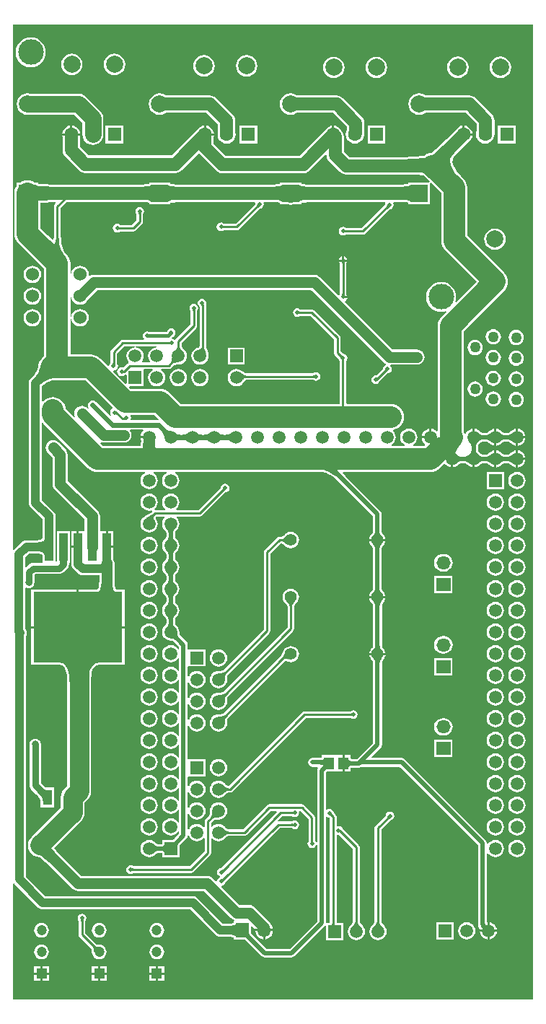
<source format=gbl>
G04*
G04 #@! TF.GenerationSoftware,Altium Limited,Altium Designer,18.1.9 (240)*
G04*
G04 Layer_Physical_Order=2*
G04 Layer_Color=16711680*
%FSLAX25Y25*%
%MOIN*%
G70*
G01*
G75*
%ADD10C,0.01000*%
%ADD19C,0.01968*%
%ADD26R,0.04567X0.05787*%
%ADD27R,0.04449X0.07087*%
%ADD65C,0.09000*%
%ADD66C,0.01575*%
%ADD67C,0.03150*%
%ADD68C,0.10000*%
%ADD69C,0.05000*%
%ADD70C,0.02362*%
%ADD72C,0.06000*%
%ADD73C,0.04000*%
%ADD74C,0.07500*%
%ADD75R,0.05906X0.05906*%
%ADD76C,0.05906*%
%ADD77R,0.07874X0.07874*%
%ADD78C,0.07874*%
%ADD79R,0.06299X0.06299*%
%ADD80C,0.06299*%
%ADD81C,0.04724*%
%ADD82R,0.04724X0.04724*%
%ADD83C,0.06000*%
%ADD84O,0.06500X0.06000*%
%ADD85R,0.06500X0.06000*%
%ADD86C,0.05512*%
%ADD87O,0.06000X0.06500*%
%ADD88R,0.06000X0.06500*%
%ADD89C,0.11811*%
%ADD90R,0.05906X0.05906*%
%ADD91C,0.01968*%
%ADD92C,0.03150*%
%ADD93C,0.03937*%
%ADD94C,0.05000*%
%ADD95C,0.02756*%
%ADD96R,0.04134X0.12598*%
%ADD97R,0.41142X0.32677*%
%ADD98C,0.03000*%
G36*
X207321Y394478D02*
X204232Y391055D01*
X203955Y390547D01*
X203672Y389557D01*
X203616Y388510D01*
X203785Y387407D01*
X204181Y386247D01*
X204803Y385031D01*
X205652Y383758D01*
X206727Y382429D01*
X208028Y381043D01*
X195300Y386700D01*
X191767Y388163D01*
Y383162D01*
X191565Y383264D01*
X191176Y383356D01*
X190598Y383436D01*
X188881Y383566D01*
X181300Y383700D01*
Y389700D01*
X191767Y390238D01*
Y390156D01*
X192576Y390379D01*
X193618Y390761D01*
X194625Y391227D01*
X195355Y391642D01*
X195297Y391700D01*
X195512Y391770D01*
X195852Y391981D01*
X196317Y392332D01*
X197623Y393455D01*
X203078Y398721D01*
X207321Y394478D01*
D02*
G37*
G36*
X12185Y377759D02*
X12365Y377601D01*
X12665Y377463D01*
X13085Y377342D01*
X13625Y377241D01*
X14059Y377186D01*
X14619Y377144D01*
X22200Y377009D01*
Y371009D01*
X12576Y370515D01*
X12365Y370417D01*
X12185Y370260D01*
X12125Y370084D01*
Y370492D01*
X11733Y370472D01*
Y377547D01*
X11935Y377445D01*
X12125Y377400D01*
Y377934D01*
X12185Y377759D01*
D02*
G37*
G36*
X73285D02*
X73465Y377601D01*
X73765Y377463D01*
X74185Y377342D01*
X74725Y377241D01*
X75385Y377157D01*
X77065Y377046D01*
X79225Y377009D01*
Y371009D01*
X78085Y371000D01*
X74725Y370778D01*
X74185Y370676D01*
X73765Y370556D01*
X73465Y370417D01*
X73285Y370260D01*
X73225Y370084D01*
Y371810D01*
X73223Y371804D01*
X73213Y371709D01*
Y373709D01*
X73223Y373614D01*
X73225Y373609D01*
Y377934D01*
X73285Y377759D01*
D02*
G37*
G36*
X65375Y373609D02*
X65377Y373614D01*
X65387Y373709D01*
Y371709D01*
X65377Y371804D01*
X65375Y371810D01*
Y370084D01*
X65315Y370260D01*
X65135Y370417D01*
X64835Y370556D01*
X64415Y370676D01*
X63875Y370778D01*
X63215Y370861D01*
X61535Y370972D01*
X59375Y371009D01*
Y377009D01*
X60515Y377019D01*
X63875Y377241D01*
X64415Y377342D01*
X64835Y377463D01*
X65135Y377601D01*
X65315Y377759D01*
X65375Y377934D01*
Y373609D01*
D02*
G37*
G36*
X125875Y373785D02*
X125906Y373794D01*
X126482Y374005D01*
X126987Y374248D01*
X127419Y374524D01*
X127780Y374832D01*
Y370587D01*
X127419Y370895D01*
X126987Y371171D01*
X126482Y371414D01*
X125906Y371625D01*
X125875Y371634D01*
Y370084D01*
X125815Y370260D01*
X125635Y370417D01*
X125335Y370556D01*
X124915Y370676D01*
X124375Y370778D01*
X123715Y370861D01*
X122035Y370972D01*
X119875Y371009D01*
Y377009D01*
X121015Y377019D01*
X124375Y377241D01*
X124915Y377342D01*
X125335Y377463D01*
X125635Y377601D01*
X125815Y377759D01*
X125875Y377934D01*
Y373785D01*
D02*
G37*
G36*
X185275Y370084D02*
X185215Y370260D01*
X185035Y370417D01*
X184735Y370556D01*
X184315Y370676D01*
X183775Y370778D01*
X183115Y370861D01*
X181435Y370972D01*
X179275Y371009D01*
Y377009D01*
X180415Y377019D01*
X183775Y377241D01*
X184315Y377342D01*
X184735Y377463D01*
X185035Y377601D01*
X185215Y377759D01*
X185275Y377934D01*
Y370084D01*
D02*
G37*
G36*
X133785Y377759D02*
X133965Y377601D01*
X134265Y377463D01*
X134685Y377342D01*
X135225Y377241D01*
X135885Y377157D01*
X137565Y377046D01*
X139725Y377009D01*
Y371009D01*
X138585Y371000D01*
X135225Y370778D01*
X134685Y370676D01*
X134265Y370556D01*
X133965Y370417D01*
X133785Y370260D01*
X133725Y370084D01*
Y377934D01*
X133785Y377759D01*
D02*
G37*
G36*
X199371Y374103D02*
Y352000D01*
X199487Y350824D01*
X199830Y349693D01*
X200387Y348651D01*
X201137Y347737D01*
X215774Y333100D01*
X206427Y323753D01*
X205985Y324018D01*
X206206Y324746D01*
X206339Y326100D01*
X206206Y327454D01*
X205811Y328755D01*
X205170Y329955D01*
X204307Y331007D01*
X203255Y331870D01*
X202055Y332511D01*
X200754Y332906D01*
X199400Y333039D01*
X198046Y332906D01*
X196745Y332511D01*
X195545Y331870D01*
X194493Y331007D01*
X193631Y329955D01*
X192989Y328755D01*
X192594Y327454D01*
X192461Y326100D01*
X192594Y324746D01*
X192989Y323445D01*
X193631Y322245D01*
X194493Y321193D01*
X195545Y320331D01*
X196745Y319689D01*
X198046Y319294D01*
X199400Y319161D01*
X200754Y319294D01*
X201482Y319515D01*
X201747Y319073D01*
X199537Y316863D01*
X198787Y315950D01*
X198230Y314907D01*
X197887Y313776D01*
X197771Y312600D01*
Y264178D01*
X197298Y264017D01*
X197219Y264119D01*
X196393Y264753D01*
X195432Y265151D01*
X194900Y265221D01*
Y261300D01*
X194400D01*
Y260800D01*
X190479D01*
X190549Y260268D01*
X190947Y259307D01*
X191581Y258481D01*
X191916Y258224D01*
X191957Y257685D01*
X191620Y257329D01*
X186449D01*
X186349Y257829D01*
X186393Y257847D01*
X187219Y258481D01*
X187853Y259307D01*
X188251Y260268D01*
X188387Y261300D01*
X188251Y262332D01*
X187853Y263293D01*
X187219Y264119D01*
X186393Y264753D01*
X185432Y265151D01*
X184400Y265287D01*
X183368Y265151D01*
X182407Y264753D01*
X181581Y264119D01*
X180947Y263293D01*
X180549Y262332D01*
X180413Y261300D01*
X180549Y260268D01*
X180947Y259307D01*
X181581Y258481D01*
X182407Y257847D01*
X182451Y257829D01*
X182351Y257329D01*
X176449D01*
X176349Y257829D01*
X176393Y257847D01*
X177219Y258481D01*
X177853Y259307D01*
X178251Y260268D01*
X178387Y261300D01*
X178251Y262332D01*
X177853Y263293D01*
X177219Y264119D01*
X177017Y264274D01*
X177154Y264755D01*
X177476Y264787D01*
X178607Y265130D01*
X179649Y265687D01*
X180563Y266437D01*
X181313Y267351D01*
X181870Y268393D01*
X182213Y269524D01*
X182329Y270700D01*
X182213Y271876D01*
X181870Y273007D01*
X181313Y274049D01*
X180563Y274963D01*
X179649Y275713D01*
X178607Y276270D01*
X177476Y276613D01*
X176300Y276729D01*
X157406D01*
X156318Y276761D01*
X156288Y276756D01*
X156258Y276761D01*
X156029Y276754D01*
X155529Y277219D01*
X155529Y277221D01*
Y296517D01*
X155869Y297026D01*
X156023Y297800D01*
X155869Y298574D01*
X155431Y299231D01*
X154774Y299669D01*
X154174Y299788D01*
X152929Y301033D01*
Y307100D01*
X152813Y307685D01*
X152481Y308181D01*
X140681Y319981D01*
X140185Y320313D01*
X139600Y320429D01*
X134183D01*
X133674Y320769D01*
X132900Y320923D01*
X132126Y320769D01*
X131469Y320331D01*
X131031Y319674D01*
X130877Y318900D01*
X131031Y318126D01*
X131469Y317469D01*
X132126Y317031D01*
X132900Y316877D01*
X133674Y317031D01*
X134183Y317371D01*
X138967D01*
X149871Y306467D01*
Y300400D01*
X149987Y299815D01*
X150319Y299319D01*
X152012Y297625D01*
X152131Y297026D01*
X152471Y296517D01*
Y276729D01*
X78897D01*
X73763Y281863D01*
X72850Y282613D01*
X71807Y283170D01*
X70676Y283513D01*
X69500Y283629D01*
X55997D01*
X55241Y284385D01*
X55432Y284847D01*
X61953D01*
Y292753D01*
X62445Y292771D01*
X65950D01*
X66050Y292271D01*
X66007Y292253D01*
X65181Y291619D01*
X64547Y290793D01*
X64149Y289832D01*
X64013Y288800D01*
X64149Y287768D01*
X64547Y286807D01*
X65181Y285981D01*
X66007Y285347D01*
X66968Y284949D01*
X68000Y284813D01*
X69032Y284949D01*
X69993Y285347D01*
X70819Y285981D01*
X71453Y286807D01*
X71851Y287768D01*
X71987Y288800D01*
X71851Y289832D01*
X71453Y290793D01*
X70819Y291619D01*
X69993Y292253D01*
X69950Y292271D01*
X70050Y292771D01*
X73500D01*
X74085Y292887D01*
X74581Y293219D01*
X75826Y294463D01*
X75901Y294512D01*
X76022Y294572D01*
X76183Y294633D01*
X76384Y294689D01*
X76625Y294739D01*
X76893Y294778D01*
X77585Y294825D01*
X77893Y294827D01*
X78000Y294813D01*
X79032Y294949D01*
X79993Y295347D01*
X80819Y295981D01*
X81453Y296807D01*
X81851Y297768D01*
X81987Y298800D01*
X81851Y299832D01*
X81453Y300793D01*
X80819Y301619D01*
X80734Y301685D01*
X80517Y301905D01*
X80061Y302427D01*
X79899Y302643D01*
X79764Y302849D01*
X79662Y303032D01*
X79591Y303189D01*
X79548Y303316D01*
X79529Y303404D01*
Y305066D01*
X86181Y311719D01*
X86513Y312215D01*
X86629Y312800D01*
Y319617D01*
X86969Y320126D01*
X87123Y320900D01*
X86969Y321674D01*
X86531Y322331D01*
X85874Y322769D01*
X85100Y322923D01*
X84326Y322769D01*
X83669Y322331D01*
X83231Y321674D01*
X83077Y320900D01*
X83231Y320126D01*
X83571Y319617D01*
Y313434D01*
X76919Y306781D01*
X76739Y306513D01*
X76684Y306475D01*
X76169Y306371D01*
X76099Y306386D01*
X75674Y306669D01*
X75073Y306789D01*
X74878Y307253D01*
X74876Y307299D01*
X75292Y307715D01*
X75374Y307731D01*
X76031Y308169D01*
X76469Y308826D01*
X76623Y309600D01*
X76469Y310374D01*
X76031Y311031D01*
X75374Y311469D01*
X74600Y311623D01*
X73826Y311469D01*
X73169Y311031D01*
X72731Y310374D01*
X72715Y310292D01*
X72445Y310022D01*
X64344D01*
X64274Y310069D01*
X63500Y310223D01*
X62726Y310069D01*
X62069Y309631D01*
X61631Y308974D01*
X61477Y308200D01*
X61631Y307426D01*
X62029Y306829D01*
X61961Y306572D01*
X61828Y306329D01*
X52300D01*
X51715Y306213D01*
X51219Y305881D01*
X46969Y301631D01*
X46637Y301135D01*
X46521Y300550D01*
Y295557D01*
X46131Y294974D01*
X46003Y294331D01*
X45526Y294101D01*
X41863Y297763D01*
X40949Y298513D01*
X39907Y299070D01*
X38776Y299413D01*
X37600Y299529D01*
X28029D01*
Y315985D01*
X28529Y316017D01*
X28603Y315456D01*
X29006Y314483D01*
X29647Y313647D01*
X30483Y313006D01*
X31456Y312603D01*
X32500Y312466D01*
X33544Y312603D01*
X34517Y313006D01*
X35353Y313647D01*
X35994Y314483D01*
X36397Y315456D01*
X36535Y316500D01*
X36397Y317544D01*
X35994Y318517D01*
X35353Y319353D01*
X34517Y319994D01*
X33544Y320397D01*
X32500Y320534D01*
X31456Y320397D01*
X30483Y319994D01*
X29647Y319353D01*
X29006Y318517D01*
X28603Y317544D01*
X28529Y316983D01*
X28029Y317016D01*
Y325985D01*
X28529Y326017D01*
X28603Y325456D01*
X29006Y324483D01*
X29647Y323647D01*
X30483Y323006D01*
X31456Y322603D01*
X32500Y322465D01*
X33544Y322603D01*
X34517Y323006D01*
X35353Y323647D01*
X35994Y324483D01*
X36361Y325368D01*
X40362Y329370D01*
X139338D01*
X172904Y295804D01*
X173635Y295243D01*
X173768Y295187D01*
X173726Y294669D01*
X173069Y294231D01*
X172631Y293574D01*
X172512Y292974D01*
X169408Y289871D01*
X169145Y289923D01*
X168371Y289769D01*
X167714Y289331D01*
X167276Y288674D01*
X167122Y287900D01*
X167276Y287126D01*
X167714Y286469D01*
X168371Y286031D01*
X169145Y285877D01*
X169919Y286031D01*
X170576Y286469D01*
X171014Y287126D01*
X171018Y287146D01*
X171090Y287228D01*
X174674Y290812D01*
X175274Y290931D01*
X175931Y291369D01*
X176369Y292026D01*
X176523Y292800D01*
X176369Y293574D01*
X175931Y294231D01*
X175872Y294270D01*
X176023Y294770D01*
X188200D01*
X189114Y294890D01*
X189965Y295243D01*
X190696Y295804D01*
X191257Y296535D01*
X191610Y297386D01*
X191730Y298300D01*
X191610Y299214D01*
X191257Y300065D01*
X190696Y300796D01*
X189965Y301357D01*
X189114Y301710D01*
X188200Y301830D01*
X176862D01*
X154923Y323770D01*
X155051Y324349D01*
X155531Y324669D01*
X155969Y325326D01*
X156024Y325600D01*
X154100D01*
Y326600D01*
X156024D01*
X155969Y326874D01*
X155629Y327383D01*
Y341617D01*
X155969Y342126D01*
X156024Y342400D01*
X152176D01*
X152231Y342126D01*
X152571Y341617D01*
Y327383D01*
X152349Y327051D01*
X151770Y326923D01*
X143296Y335396D01*
X142565Y335957D01*
X141714Y336310D01*
X140800Y336430D01*
X38900D01*
X37986Y336310D01*
X37135Y335957D01*
X36949Y335814D01*
X36480Y336085D01*
X36535Y336500D01*
X36397Y337544D01*
X35994Y338517D01*
X35353Y339353D01*
X34517Y339994D01*
X33544Y340397D01*
X32500Y340534D01*
X31456Y340397D01*
X30483Y339994D01*
X29647Y339353D01*
X29006Y338517D01*
X28603Y337544D01*
X28529Y336983D01*
X28029Y337016D01*
Y341600D01*
X27913Y342776D01*
X27570Y343907D01*
X27013Y344950D01*
X26263Y345863D01*
X26192Y345934D01*
X25771Y346417D01*
X25322Y347085D01*
X24916Y347867D01*
X24556Y348764D01*
X24245Y349778D01*
X23987Y350908D01*
X23786Y352142D01*
X23549Y355000D01*
X23529Y356060D01*
Y367367D01*
X26138Y369975D01*
X60238D01*
X61493Y369953D01*
X63117Y369846D01*
X63717Y369771D01*
X64180Y369683D01*
X64363Y369631D01*
Y369072D01*
X65289D01*
X65310Y369067D01*
X65343Y369071D01*
X65375Y369065D01*
X65413Y369072D01*
X73187D01*
X73225Y369065D01*
X73257Y369071D01*
X73290Y369067D01*
X73311Y369072D01*
X74237D01*
Y369631D01*
X74420Y369683D01*
X74853Y369765D01*
X78033Y369975D01*
X113176D01*
X113491Y369475D01*
X113412Y369075D01*
X104367Y360029D01*
X98983D01*
X98474Y360369D01*
X97700Y360523D01*
X96926Y360369D01*
X96269Y359931D01*
X95831Y359274D01*
X95677Y358500D01*
X95831Y357726D01*
X96269Y357069D01*
X96926Y356631D01*
X97700Y356477D01*
X98474Y356631D01*
X98983Y356971D01*
X105000D01*
X105585Y357087D01*
X106081Y357419D01*
X115575Y366912D01*
X116174Y367031D01*
X116831Y367469D01*
X117269Y368126D01*
X117423Y368900D01*
X117309Y369475D01*
X117624Y369975D01*
X120738D01*
X121993Y369953D01*
X123617Y369846D01*
X124217Y369771D01*
X124680Y369683D01*
X124863Y369631D01*
Y369072D01*
X125789D01*
X125810Y369067D01*
X125843Y369071D01*
X125875Y369065D01*
X125913Y369072D01*
X128228D01*
X128856Y368812D01*
X129900Y368675D01*
X130944Y368812D01*
X131572Y369072D01*
X133687D01*
X133725Y369065D01*
X133757Y369071D01*
X133790Y369067D01*
X133811Y369072D01*
X134737D01*
Y369631D01*
X134920Y369683D01*
X135354Y369765D01*
X138533Y369975D01*
X173394D01*
X173630Y369534D01*
X173526Y369379D01*
X173407Y368779D01*
X162657Y358029D01*
X155383D01*
X154874Y358369D01*
X154100Y358523D01*
X153326Y358369D01*
X152669Y357931D01*
X152231Y357274D01*
X152077Y356500D01*
X152231Y355726D01*
X152669Y355069D01*
X153326Y354631D01*
X154100Y354477D01*
X154874Y354631D01*
X155383Y354971D01*
X163291D01*
X163876Y355087D01*
X164372Y355419D01*
X175570Y366616D01*
X176170Y366736D01*
X176826Y367174D01*
X177264Y367831D01*
X177418Y368605D01*
X177264Y369379D01*
X177161Y369534D01*
X177397Y369975D01*
X180138D01*
X181393Y369953D01*
X183018Y369846D01*
X183617Y369771D01*
X184080Y369683D01*
X184263Y369631D01*
Y369072D01*
X185189D01*
X185210Y369067D01*
X185243Y369071D01*
X185275Y369065D01*
X185313Y369072D01*
X194137D01*
Y378629D01*
X194637Y378837D01*
X199371Y374103D01*
D02*
G37*
G36*
X115390Y367916D02*
X115336Y367912D01*
X115279Y367901D01*
X115220Y367882D01*
X115159Y367855D01*
X115094Y367821D01*
X115028Y367778D01*
X114959Y367728D01*
X114887Y367669D01*
X114736Y367529D01*
X114029Y368236D01*
X114103Y368313D01*
X114228Y368459D01*
X114278Y368528D01*
X114321Y368594D01*
X114355Y368659D01*
X114382Y368720D01*
X114401Y368779D01*
X114412Y368836D01*
X114416Y368890D01*
X115390Y367916D01*
D02*
G37*
G36*
X175386Y367621D02*
X175331Y367617D01*
X175275Y367606D01*
X175216Y367587D01*
X175154Y367560D01*
X175090Y367525D01*
X175023Y367483D01*
X174954Y367432D01*
X174882Y367374D01*
X174732Y367234D01*
X174025Y367941D01*
X174099Y368018D01*
X174223Y368163D01*
X174273Y368233D01*
X174316Y368299D01*
X174351Y368363D01*
X174378Y368425D01*
X174397Y368484D01*
X174408Y368541D01*
X174411Y368595D01*
X175386Y367621D01*
D02*
G37*
G36*
X98444Y359153D02*
X98492Y359121D01*
X98547Y359093D01*
X98610Y359068D01*
X98679Y359047D01*
X98757Y359030D01*
X98841Y359017D01*
X98933Y359008D01*
X99138Y359000D01*
Y358000D01*
X99032Y357998D01*
X98841Y357983D01*
X98757Y357970D01*
X98679Y357953D01*
X98610Y357932D01*
X98547Y357907D01*
X98492Y357879D01*
X98444Y357847D01*
X98403Y357811D01*
Y359189D01*
X98444Y359153D01*
D02*
G37*
G36*
X154844Y357153D02*
X154892Y357121D01*
X154947Y357093D01*
X155009Y357068D01*
X155079Y357047D01*
X155157Y357030D01*
X155241Y357017D01*
X155333Y357008D01*
X155538Y357000D01*
Y356000D01*
X155432Y355998D01*
X155241Y355983D01*
X155157Y355970D01*
X155079Y355953D01*
X155009Y355932D01*
X154947Y355907D01*
X154892Y355879D01*
X154844Y355847D01*
X154803Y355811D01*
Y357189D01*
X154844Y357153D01*
D02*
G37*
G36*
X21313Y369476D02*
X20919Y369081D01*
X20587Y368585D01*
X20471Y368000D01*
Y356341D01*
X20361Y353503D01*
X20280Y352751D01*
X19756Y352555D01*
X17678Y354475D01*
X15996Y356130D01*
X14229Y357897D01*
Y369579D01*
X21110Y369932D01*
X21313Y369476D01*
D02*
G37*
G36*
X22530Y354948D02*
X22773Y352017D01*
X22986Y350712D01*
X23259Y349515D01*
X23594Y348424D01*
X23989Y347441D01*
X24444Y346564D01*
X24961Y345795D01*
X25538Y345133D01*
X22088D01*
X22500Y341600D01*
X22000D01*
X20173Y345133D01*
X18462D01*
X19039Y345795D01*
X19487Y346461D01*
X14429Y356242D01*
X16974Y353736D01*
X19732Y351189D01*
X20369Y350662D01*
X20864Y350297D01*
X20913Y350269D01*
X21014Y350712D01*
X21227Y352017D01*
X21378Y353429D01*
X21500Y356575D01*
X22500D01*
X22530Y354948D01*
D02*
G37*
G36*
X154753Y342156D02*
X154721Y342108D01*
X154693Y342053D01*
X154668Y341990D01*
X154647Y341921D01*
X154630Y341843D01*
X154617Y341759D01*
X154608Y341667D01*
X154600Y341462D01*
X153600D01*
X153598Y341568D01*
X153583Y341759D01*
X153570Y341843D01*
X153553Y341921D01*
X153532Y341990D01*
X153507Y342053D01*
X153479Y342108D01*
X153447Y342156D01*
X153411Y342197D01*
X154789D01*
X154753Y342156D01*
D02*
G37*
G36*
X154602Y327432D02*
X154617Y327241D01*
X154630Y327157D01*
X154647Y327079D01*
X154668Y327010D01*
X154693Y326947D01*
X154721Y326892D01*
X154753Y326844D01*
X154789Y326803D01*
X153411D01*
X153447Y326844D01*
X153479Y326892D01*
X153507Y326947D01*
X153532Y327010D01*
X153553Y327079D01*
X153570Y327157D01*
X153583Y327241D01*
X153592Y327333D01*
X153600Y327538D01*
X154600D01*
X154602Y327432D01*
D02*
G37*
G36*
X24961Y337405D02*
X24444Y336636D01*
X23989Y335759D01*
X23594Y334776D01*
X23259Y333685D01*
X22986Y332488D01*
X22773Y331183D01*
X22622Y329771D01*
X22500Y326625D01*
X21500D01*
X21470Y328252D01*
X21227Y331183D01*
X21014Y332488D01*
X20741Y333685D01*
X20406Y334776D01*
X20011Y335759D01*
X19556Y336636D01*
X19039Y337405D01*
X18462Y338067D01*
X25538D01*
X24961Y337405D01*
D02*
G37*
G36*
X85753Y320156D02*
X85721Y320108D01*
X85693Y320053D01*
X85668Y319990D01*
X85647Y319921D01*
X85630Y319843D01*
X85617Y319759D01*
X85608Y319667D01*
X85600Y319462D01*
X84600D01*
X84598Y319568D01*
X84583Y319759D01*
X84570Y319843D01*
X84553Y319921D01*
X84532Y319990D01*
X84507Y320053D01*
X84479Y320108D01*
X84447Y320156D01*
X84411Y320197D01*
X85789D01*
X85753Y320156D01*
D02*
G37*
G36*
X133644Y319553D02*
X133692Y319521D01*
X133747Y319493D01*
X133809Y319468D01*
X133879Y319447D01*
X133957Y319430D01*
X134041Y319417D01*
X134133Y319408D01*
X134338Y319400D01*
Y318400D01*
X134232Y318398D01*
X134041Y318383D01*
X133957Y318370D01*
X133879Y318353D01*
X133809Y318332D01*
X133747Y318307D01*
X133692Y318279D01*
X133644Y318247D01*
X133603Y318211D01*
Y319589D01*
X133644Y319553D01*
D02*
G37*
G36*
X74197Y304111D02*
X74156Y304147D01*
X74108Y304179D01*
X74053Y304207D01*
X73990Y304232D01*
X73921Y304253D01*
X73843Y304270D01*
X73759Y304283D01*
X73667Y304292D01*
X73462Y304300D01*
Y305300D01*
X73568Y305302D01*
X73759Y305317D01*
X73843Y305330D01*
X73921Y305347D01*
X73990Y305368D01*
X74053Y305393D01*
X74108Y305421D01*
X74156Y305453D01*
X74197Y305489D01*
Y304111D01*
D02*
G37*
G36*
X78516Y303269D02*
X78563Y303047D01*
X78641Y302815D01*
X78751Y302572D01*
X78892Y302320D01*
X79064Y302058D01*
X79268Y301785D01*
X79769Y301211D01*
X80067Y300909D01*
X75933D01*
X76231Y301211D01*
X76732Y301785D01*
X76936Y302058D01*
X77108Y302320D01*
X77249Y302572D01*
X77359Y302815D01*
X77437Y303047D01*
X77484Y303269D01*
X77500Y303482D01*
X78500D01*
X78516Y303269D01*
D02*
G37*
G36*
X22530Y309749D02*
X22773Y306817D01*
X22986Y305512D01*
X23259Y304314D01*
X23594Y303224D01*
X23989Y302240D01*
X24444Y301364D01*
X24961Y300595D01*
X25538Y299933D01*
X18462D01*
X19039Y300595D01*
X19556Y301364D01*
X20011Y302240D01*
X20406Y303224D01*
X20741Y304314D01*
X21014Y305512D01*
X21227Y306817D01*
X21378Y308229D01*
X21500Y311375D01*
X22500D01*
X22530Y309749D01*
D02*
G37*
G36*
X153413Y299097D02*
X153559Y298972D01*
X153628Y298922D01*
X153694Y298880D01*
X153759Y298845D01*
X153820Y298818D01*
X153879Y298799D01*
X153936Y298788D01*
X153990Y298784D01*
X153016Y297810D01*
X153012Y297864D01*
X153001Y297921D01*
X152982Y297980D01*
X152955Y298041D01*
X152920Y298106D01*
X152878Y298172D01*
X152828Y298241D01*
X152769Y298313D01*
X152629Y298464D01*
X153337Y299171D01*
X153413Y299097D01*
D02*
G37*
G36*
X154653Y297056D02*
X154621Y297008D01*
X154593Y296953D01*
X154568Y296890D01*
X154547Y296821D01*
X154530Y296743D01*
X154517Y296659D01*
X154508Y296567D01*
X154500Y296362D01*
X153500D01*
X153498Y296468D01*
X153483Y296659D01*
X153470Y296743D01*
X153453Y296821D01*
X153432Y296890D01*
X153407Y296953D01*
X153379Y297008D01*
X153347Y297056D01*
X153311Y297097D01*
X154689D01*
X154653Y297056D01*
D02*
G37*
G36*
X67877Y302771D02*
X66968Y302651D01*
X66007Y302253D01*
X65181Y301619D01*
X64547Y300793D01*
X64149Y299832D01*
X64013Y298800D01*
X64149Y297768D01*
X64547Y296807D01*
X64913Y296329D01*
X64667Y295829D01*
X61333D01*
X61087Y296329D01*
X61453Y296807D01*
X61851Y297768D01*
X61987Y298800D01*
X61851Y299832D01*
X61453Y300793D01*
X60819Y301619D01*
X59993Y302253D01*
X59032Y302651D01*
X58123Y302771D01*
X58156Y303271D01*
X67844D01*
X67877Y302771D01*
D02*
G37*
G36*
X77970Y295847D02*
X77546Y295844D01*
X76785Y295793D01*
X76449Y295744D01*
X76142Y295680D01*
X75863Y295602D01*
X75615Y295508D01*
X75395Y295399D01*
X75204Y295275D01*
X75043Y295136D01*
X74336Y295843D01*
X74475Y296004D01*
X74599Y296195D01*
X74708Y296414D01*
X74802Y296663D01*
X74880Y296942D01*
X74944Y297249D01*
X74993Y297586D01*
X75044Y298346D01*
X75047Y298770D01*
X77970Y295847D01*
D02*
G37*
G36*
X48550Y295607D02*
X48552Y295500D01*
X48566Y295309D01*
X48578Y295224D01*
X48594Y295146D01*
X48613Y295076D01*
X48635Y295013D01*
X48661Y294957D01*
X48691Y294908D01*
X48724Y294867D01*
X47348Y294937D01*
X47386Y294976D01*
X47420Y295023D01*
X47451Y295078D01*
X47477Y295140D01*
X47499Y295209D01*
X47518Y295285D01*
X47532Y295369D01*
X47542Y295461D01*
X47550Y295666D01*
X48550Y295607D01*
D02*
G37*
G36*
X57877Y302771D02*
X56968Y302651D01*
X56007Y302253D01*
X55181Y301619D01*
X54547Y300793D01*
X54149Y299832D01*
X54013Y298800D01*
X54149Y297768D01*
X54547Y296807D01*
X54981Y296241D01*
X54924Y295917D01*
X54811Y295661D01*
X54392Y295381D01*
X52477Y293467D01*
X52474Y293469D01*
X51700Y293623D01*
X50926Y293469D01*
X50269Y293031D01*
X49831Y292374D01*
X49677Y291600D01*
X49831Y290826D01*
X50269Y290169D01*
X50926Y289731D01*
X51700Y289577D01*
X52474Y289731D01*
X53071Y290130D01*
X53359Y290187D01*
X53547Y290313D01*
X54047Y290046D01*
Y286232D01*
X53585Y286041D01*
X47901Y291726D01*
X48131Y292203D01*
X48774Y292331D01*
X49431Y292769D01*
X49869Y293426D01*
X50023Y294200D01*
X49869Y294974D01*
X49582Y295404D01*
X49580Y295418D01*
X49579Y295426D01*
Y299917D01*
X52934Y303271D01*
X57844D01*
X57877Y302771D01*
D02*
G37*
G36*
X174490Y291816D02*
X174436Y291812D01*
X174379Y291801D01*
X174320Y291782D01*
X174259Y291755D01*
X174194Y291721D01*
X174128Y291678D01*
X174059Y291628D01*
X173987Y291569D01*
X173837Y291429D01*
X173129Y292137D01*
X173203Y292213D01*
X173328Y292359D01*
X173378Y292428D01*
X173421Y292494D01*
X173455Y292559D01*
X173482Y292620D01*
X173501Y292679D01*
X173512Y292736D01*
X173516Y292790D01*
X174490Y291816D01*
D02*
G37*
G36*
X170527Y288120D02*
X170449Y288041D01*
X170136Y287688D01*
X170110Y287649D01*
X170090Y287615D01*
X170078Y287588D01*
X169476Y288827D01*
X169528Y288814D01*
X169583Y288810D01*
X169641Y288816D01*
X169701Y288832D01*
X169764Y288857D01*
X169830Y288892D01*
X169898Y288936D01*
X169970Y288991D01*
X170044Y289055D01*
X170121Y289128D01*
X170527Y288120D01*
D02*
G37*
G36*
X15130Y293142D02*
X15150Y293244D01*
X15163Y293461D01*
X19061Y289563D01*
X18844Y289550D01*
X18742Y289529D01*
X19732Y288540D01*
X19098Y288431D01*
X18462Y288265D01*
X17824Y288042D01*
X17185Y287762D01*
X16544Y287425D01*
X15901Y287031D01*
X15257Y286580D01*
X14611Y286072D01*
X13314Y284886D01*
X10486Y287714D01*
X11107Y288364D01*
X12180Y289657D01*
X12631Y290301D01*
X13025Y290944D01*
X13362Y291585D01*
X13642Y292224D01*
X13865Y292862D01*
X14031Y293498D01*
X14140Y294132D01*
X15130Y293142D01*
D02*
G37*
G36*
X157982Y275692D02*
X152708Y270418D01*
X152668Y271326D01*
X152727Y273322D01*
X152806Y273745D01*
X152915Y274047D01*
X153053Y274229D01*
X153221Y274289D01*
X153419Y274228D01*
X153647Y274046D01*
X154353Y274753D01*
X154172Y274981D01*
X154111Y275179D01*
X154171Y275347D01*
X154352Y275485D01*
X154655Y275594D01*
X155078Y275673D01*
X155622Y275722D01*
X156288Y275742D01*
X157982Y275692D01*
D02*
G37*
G36*
X50129Y272486D02*
X49554Y271647D01*
X49476Y271721D01*
X49334Y271838D01*
X49269Y271881D01*
X49209Y271913D01*
X49154Y271934D01*
X49102Y271944D01*
X49055Y271944D01*
X49013Y271933D01*
X48975Y271912D01*
X49231Y273203D01*
X50129Y272486D01*
D02*
G37*
G36*
X47546Y275027D02*
X47423Y274444D01*
X46954Y274131D01*
X46516Y273474D01*
X46362Y272700D01*
X46516Y271926D01*
X46830Y271455D01*
X46442Y271136D01*
X39906Y277673D01*
X39184Y278155D01*
X38333Y278324D01*
X37482Y278155D01*
X36761Y277673D01*
X36279Y276951D01*
X36110Y276100D01*
X36279Y275249D01*
X36537Y274863D01*
X36149Y274544D01*
X35896Y274796D01*
X35165Y275357D01*
X34314Y275710D01*
X33400Y275830D01*
X32486Y275710D01*
X31635Y275357D01*
X30904Y274796D01*
X30343Y274065D01*
X29990Y273214D01*
X29870Y272300D01*
X29990Y271386D01*
X30162Y270972D01*
X29738Y270688D01*
X25855Y274572D01*
X25813Y274991D01*
X25470Y276122D01*
X24913Y277165D01*
X24163Y278078D01*
X23249Y278828D01*
X22207Y279385D01*
X21076Y279728D01*
X19900Y279844D01*
X18724Y279728D01*
X17593Y279385D01*
X16551Y278828D01*
X15637Y278078D01*
X15397Y277785D01*
X14926Y277954D01*
Y284978D01*
X15271Y285294D01*
X15865Y285761D01*
X16461Y286178D01*
X17048Y286538D01*
X17627Y286842D01*
X18198Y287092D01*
X18759Y287289D01*
X19313Y287434D01*
X19531Y287471D01*
X35103D01*
X47546Y275027D01*
D02*
G37*
G36*
X53588Y269306D02*
X53564Y269314D01*
X53531Y269322D01*
X53487Y269328D01*
X53372Y269339D01*
X53126Y269348D01*
X52913Y269350D01*
X52437Y270350D01*
X52543Y270352D01*
X52729Y270372D01*
X52809Y270389D01*
X52879Y270411D01*
X52941Y270438D01*
X52994Y270470D01*
X53038Y270506D01*
X53072Y270548D01*
X53098Y270594D01*
X53588Y269306D01*
D02*
G37*
G36*
X68923Y269650D02*
X68810Y269435D01*
X68643Y269224D01*
X56290D01*
X55928Y269724D01*
X56023Y270200D01*
X55869Y270974D01*
X55765Y271130D01*
X56001Y271571D01*
X67003D01*
X68923Y269650D01*
D02*
G37*
G36*
X72283Y265100D02*
X72500Y264920D01*
X72722Y264761D01*
X72947Y264624D01*
X73175Y264509D01*
X73407Y264415D01*
X73642Y264342D01*
X73882Y264291D01*
X74124Y264261D01*
X74370Y264253D01*
X71447Y261330D01*
X71439Y261576D01*
X71409Y261819D01*
X71358Y262058D01*
X71285Y262293D01*
X71191Y262525D01*
X71076Y262754D01*
X70939Y262978D01*
X70780Y263199D01*
X70600Y263417D01*
X70398Y263631D01*
X72069Y265301D01*
X72283Y265100D01*
D02*
G37*
G36*
X222291Y259233D02*
X222076Y259439D01*
X221854Y259623D01*
X221625Y259785D01*
X221390Y259926D01*
X221149Y260045D01*
X220901Y260142D01*
X220647Y260218D01*
X220386Y260272D01*
X220118Y260305D01*
X219845Y260316D01*
Y262284D01*
X220118Y262295D01*
X220386Y262328D01*
X220647Y262382D01*
X220901Y262457D01*
X221149Y262555D01*
X221390Y262674D01*
X221625Y262815D01*
X221854Y262977D01*
X222076Y263161D01*
X222291Y263367D01*
Y259233D01*
D02*
G37*
G36*
X216724Y263161D02*
X216946Y262977D01*
X217175Y262815D01*
X217410Y262674D01*
X217651Y262555D01*
X217899Y262457D01*
X218153Y262382D01*
X218414Y262328D01*
X218682Y262295D01*
X218955Y262284D01*
Y260316D01*
X218682Y260305D01*
X218414Y260272D01*
X218153Y260218D01*
X217899Y260142D01*
X217651Y260045D01*
X217410Y259926D01*
X217175Y259785D01*
X216946Y259623D01*
X216724Y259439D01*
X216509Y259233D01*
Y263367D01*
X216724Y263161D01*
D02*
G37*
G36*
X102291Y259233D02*
X102111Y259401D01*
X101919Y259552D01*
X101713Y259685D01*
X101496Y259800D01*
X101265Y259897D01*
X101022Y259977D01*
X100766Y260039D01*
X100497Y260084D01*
X100216Y260110D01*
X99922Y260119D01*
Y262481D01*
X100216Y262490D01*
X100497Y262516D01*
X100766Y262561D01*
X101022Y262623D01*
X101265Y262703D01*
X101496Y262800D01*
X101713Y262915D01*
X101919Y263048D01*
X102111Y263199D01*
X102291Y263367D01*
Y259233D01*
D02*
G37*
G36*
X96689Y263199D02*
X96881Y263048D01*
X97087Y262915D01*
X97304Y262800D01*
X97535Y262703D01*
X97778Y262623D01*
X98034Y262561D01*
X98303Y262516D01*
X98584Y262490D01*
X98878Y262481D01*
Y260119D01*
X98584Y260110D01*
X98303Y260084D01*
X98034Y260039D01*
X97778Y259977D01*
X97535Y259897D01*
X97304Y259800D01*
X97087Y259685D01*
X96881Y259552D01*
X96689Y259401D01*
X96509Y259233D01*
Y263367D01*
X96689Y263199D01*
D02*
G37*
G36*
X92291Y259233D02*
X92111Y259401D01*
X91919Y259552D01*
X91713Y259685D01*
X91496Y259800D01*
X91265Y259897D01*
X91022Y259977D01*
X90766Y260039D01*
X90497Y260084D01*
X90216Y260110D01*
X89922Y260119D01*
Y262481D01*
X90216Y262490D01*
X90497Y262516D01*
X90766Y262561D01*
X91022Y262623D01*
X91265Y262703D01*
X91496Y262800D01*
X91713Y262915D01*
X91919Y263048D01*
X92111Y263199D01*
X92291Y263367D01*
Y259233D01*
D02*
G37*
G36*
X86689Y263199D02*
X86881Y263048D01*
X87087Y262915D01*
X87305Y262800D01*
X87535Y262703D01*
X87778Y262623D01*
X88034Y262561D01*
X88303Y262516D01*
X88584Y262490D01*
X88878Y262481D01*
Y260119D01*
X88584Y260110D01*
X88303Y260084D01*
X88034Y260039D01*
X87778Y259977D01*
X87535Y259897D01*
X87305Y259800D01*
X87087Y259685D01*
X86881Y259552D01*
X86689Y259401D01*
X86509Y259233D01*
Y263367D01*
X86689Y263199D01*
D02*
G37*
G36*
X82291Y259233D02*
X82111Y259401D01*
X81919Y259552D01*
X81713Y259685D01*
X81495Y259800D01*
X81265Y259897D01*
X81022Y259977D01*
X80766Y260039D01*
X80497Y260084D01*
X80216Y260110D01*
X79922Y260119D01*
Y262481D01*
X80216Y262490D01*
X80497Y262516D01*
X80766Y262561D01*
X81022Y262623D01*
X81265Y262703D01*
X81495Y262800D01*
X81713Y262915D01*
X81919Y263048D01*
X82111Y263199D01*
X82291Y263367D01*
Y259233D01*
D02*
G37*
G36*
X76689Y263199D02*
X76881Y263048D01*
X77087Y262915D01*
X77305Y262800D01*
X77535Y262703D01*
X77778Y262623D01*
X78034Y262561D01*
X78303Y262516D01*
X78584Y262490D01*
X78878Y262481D01*
Y260119D01*
X78584Y260110D01*
X78303Y260084D01*
X78034Y260039D01*
X77778Y259977D01*
X77535Y259897D01*
X77305Y259800D01*
X77087Y259685D01*
X76881Y259552D01*
X76689Y259401D01*
X76509Y259233D01*
Y263367D01*
X76689Y263199D01*
D02*
G37*
G36*
X241971Y1529D02*
X1529D01*
Y55092D01*
X2029Y55261D01*
X2260Y54960D01*
X13160Y44060D01*
X13787Y43580D01*
X14517Y43277D01*
X15300Y43174D01*
X15300Y43174D01*
X83447D01*
X95160Y31460D01*
X95787Y30979D01*
X96517Y30677D01*
X97300Y30574D01*
X100768D01*
X101972Y30533D01*
X102506Y30478D01*
X102953Y30403D01*
X103296Y30316D01*
X103525Y30230D01*
X103590Y30192D01*
Y29350D01*
X104564D01*
X104602Y29342D01*
X104640Y29350D01*
X107704D01*
X107739Y29342D01*
X107780Y29350D01*
X108510D01*
X108550Y29327D01*
X108793Y29158D01*
X109359Y28680D01*
X116469Y21569D01*
X117126Y21131D01*
X117900Y20977D01*
X130200D01*
X130974Y21131D01*
X131631Y21569D01*
X145531Y35469D01*
X145747Y35794D01*
X146247Y35642D01*
Y29047D01*
X154153D01*
Y36953D01*
X151045D01*
Y77396D01*
X151545Y77767D01*
X152000Y77677D01*
X152301Y77737D01*
X158671Y71367D01*
Y37604D01*
X158652Y37516D01*
X158609Y37389D01*
X158538Y37232D01*
X158436Y37049D01*
X158301Y36843D01*
X158139Y36627D01*
X157683Y36105D01*
X157466Y35885D01*
X157381Y35819D01*
X156747Y34993D01*
X156349Y34032D01*
X156213Y33000D01*
X156349Y31968D01*
X156747Y31007D01*
X157381Y30181D01*
X158207Y29547D01*
X159168Y29149D01*
X160200Y29013D01*
X161232Y29149D01*
X162193Y29547D01*
X163019Y30181D01*
X163653Y31007D01*
X164051Y31968D01*
X164187Y33000D01*
X164051Y34032D01*
X163653Y34993D01*
X163019Y35819D01*
X162934Y35885D01*
X162717Y36105D01*
X162261Y36627D01*
X162099Y36843D01*
X161964Y37049D01*
X161862Y37232D01*
X161791Y37389D01*
X161748Y37516D01*
X161729Y37604D01*
Y72000D01*
X161613Y72585D01*
X161281Y73081D01*
X153830Y80533D01*
X153431Y81131D01*
X152774Y81569D01*
X152000Y81723D01*
X151545Y81633D01*
X151045Y82004D01*
Y85984D01*
X150929Y86569D01*
X150597Y87066D01*
X149888Y87774D01*
X149769Y88374D01*
X149331Y89031D01*
X148674Y89469D01*
X147900Y89623D01*
X147126Y89469D01*
X146623Y89133D01*
X146123Y89344D01*
Y106493D01*
X146325Y106672D01*
X146498Y106806D01*
X150739D01*
Y106806D01*
X151061D01*
Y106806D01*
X153845D01*
Y110700D01*
Y114594D01*
X151061D01*
Y114594D01*
X150739D01*
Y114594D01*
X144172D01*
Y113216D01*
X144158Y113210D01*
X144010Y113171D01*
X143800Y113136D01*
X143655Y113123D01*
X140000D01*
X139226Y112969D01*
X138569Y112531D01*
X138131Y111874D01*
X137977Y111100D01*
X138131Y110326D01*
X138569Y109669D01*
X139226Y109231D01*
X140000Y109077D01*
X142289D01*
X142537Y108577D01*
X142231Y108119D01*
X142077Y107345D01*
Y74384D01*
X141577Y74335D01*
X141569Y74374D01*
X141131Y75031D01*
X141129Y75031D01*
Y85700D01*
X141013Y86285D01*
X140681Y86781D01*
X136097Y91366D01*
X135601Y91697D01*
X135016Y91814D01*
X119984D01*
X119399Y91697D01*
X118903Y91366D01*
X107766Y80229D01*
X101104D01*
X101016Y80248D01*
X100889Y80291D01*
X100732Y80362D01*
X100549Y80464D01*
X100343Y80599D01*
X100127Y80761D01*
X99604Y81217D01*
X99385Y81434D01*
X99319Y81519D01*
X98493Y82153D01*
X97532Y82551D01*
X96500Y82687D01*
X95468Y82551D01*
X94507Y82153D01*
X93681Y81519D01*
X93603Y81418D01*
X93129Y81578D01*
Y83166D01*
X94326Y84363D01*
X94401Y84412D01*
X94522Y84472D01*
X94683Y84532D01*
X94884Y84589D01*
X95125Y84639D01*
X95393Y84678D01*
X96085Y84725D01*
X96393Y84727D01*
X96500Y84713D01*
X97532Y84849D01*
X98493Y85247D01*
X99319Y85881D01*
X99953Y86707D01*
X100351Y87668D01*
X100487Y88700D01*
X100351Y89732D01*
X99953Y90693D01*
X99319Y91519D01*
X98493Y92153D01*
X97532Y92551D01*
X96500Y92687D01*
X95468Y92551D01*
X94507Y92153D01*
X93681Y91519D01*
X93047Y90693D01*
X92649Y89732D01*
X92513Y88700D01*
X92527Y88593D01*
X92525Y88285D01*
X92478Y87593D01*
X92439Y87325D01*
X92390Y87084D01*
X92333Y86883D01*
X92272Y86722D01*
X92212Y86601D01*
X92163Y86526D01*
X90519Y84881D01*
X90187Y84385D01*
X90071Y83800D01*
Y81361D01*
X89571Y81191D01*
X89319Y81519D01*
X88493Y82153D01*
X87532Y82551D01*
X86500Y82687D01*
X85468Y82551D01*
X84507Y82153D01*
X83681Y81519D01*
X83047Y80693D01*
X82823Y80152D01*
X82323Y80252D01*
Y87148D01*
X82823Y87248D01*
X83047Y86707D01*
X83681Y85881D01*
X84507Y85247D01*
X85468Y84849D01*
X86500Y84713D01*
X87532Y84849D01*
X88493Y85247D01*
X89319Y85881D01*
X89953Y86707D01*
X90351Y87668D01*
X90487Y88700D01*
X90351Y89732D01*
X89953Y90693D01*
X89319Y91519D01*
X88493Y92153D01*
X87532Y92551D01*
X86500Y92687D01*
X85468Y92551D01*
X84507Y92153D01*
X83681Y91519D01*
X83047Y90693D01*
X82823Y90152D01*
X82323Y90252D01*
Y97148D01*
X82823Y97248D01*
X83047Y96707D01*
X83681Y95881D01*
X84507Y95247D01*
X85468Y94849D01*
X86500Y94713D01*
X87532Y94849D01*
X88493Y95247D01*
X89319Y95881D01*
X89953Y96707D01*
X90351Y97668D01*
X90487Y98700D01*
X90351Y99732D01*
X89953Y100693D01*
X89319Y101519D01*
X88493Y102153D01*
X87532Y102551D01*
X86500Y102687D01*
X85468Y102551D01*
X84507Y102153D01*
X83681Y101519D01*
X83047Y100693D01*
X82823Y100152D01*
X82323Y100252D01*
Y104340D01*
X82547Y104747D01*
X82823Y104747D01*
X90453D01*
Y112653D01*
X82823D01*
X82547Y112653D01*
X82323Y113060D01*
Y127848D01*
X82823Y127948D01*
X83047Y127407D01*
X83681Y126581D01*
X84507Y125947D01*
X85468Y125549D01*
X86500Y125413D01*
X87532Y125549D01*
X88493Y125947D01*
X89319Y126581D01*
X89953Y127407D01*
X90351Y128368D01*
X90487Y129400D01*
X90351Y130432D01*
X89953Y131393D01*
X89319Y132219D01*
X88493Y132853D01*
X87532Y133251D01*
X86500Y133387D01*
X85468Y133251D01*
X84507Y132853D01*
X83681Y132219D01*
X83047Y131393D01*
X82823Y130852D01*
X82323Y130952D01*
Y137848D01*
X82823Y137948D01*
X83047Y137407D01*
X83681Y136581D01*
X84507Y135947D01*
X85468Y135549D01*
X86500Y135413D01*
X87532Y135549D01*
X88493Y135947D01*
X89319Y136581D01*
X89953Y137407D01*
X90351Y138368D01*
X90487Y139400D01*
X90351Y140432D01*
X89953Y141393D01*
X89319Y142219D01*
X88493Y142853D01*
X87532Y143251D01*
X86500Y143387D01*
X85468Y143251D01*
X84507Y142853D01*
X83681Y142219D01*
X83047Y141393D01*
X82823Y140852D01*
X82323Y140952D01*
Y147848D01*
X82823Y147948D01*
X83047Y147407D01*
X83681Y146581D01*
X84507Y145947D01*
X85468Y145549D01*
X86500Y145413D01*
X87532Y145549D01*
X88493Y145947D01*
X89319Y146581D01*
X89953Y147407D01*
X90351Y148368D01*
X90487Y149400D01*
X90351Y150432D01*
X89953Y151393D01*
X89319Y152219D01*
X88493Y152853D01*
X87532Y153251D01*
X86500Y153387D01*
X85468Y153251D01*
X84507Y152853D01*
X83681Y152219D01*
X83047Y151393D01*
X82823Y150852D01*
X82323Y150952D01*
Y155040D01*
X82547Y155447D01*
X82823Y155447D01*
X90453D01*
Y163353D01*
X82823D01*
X82547Y163353D01*
X82323Y163760D01*
Y165400D01*
X82169Y166174D01*
X81731Y166831D01*
X78853Y169709D01*
X78794Y169783D01*
X78695Y169934D01*
X78610Y170091D01*
X78538Y170257D01*
X78478Y170432D01*
X78432Y170618D01*
X78398Y170818D01*
X78378Y171032D01*
X78374Y171203D01*
X78387Y171300D01*
X78251Y172332D01*
X77853Y173293D01*
X77219Y174119D01*
X77141Y174179D01*
X77023Y174302D01*
X76886Y174468D01*
X76769Y174633D01*
X76670Y174798D01*
X76588Y174964D01*
X76522Y175131D01*
X76471Y175303D01*
X76435Y175480D01*
X76423Y175574D01*
Y177026D01*
X76435Y177120D01*
X76471Y177297D01*
X76522Y177469D01*
X76588Y177636D01*
X76670Y177802D01*
X76769Y177967D01*
X76886Y178132D01*
X77023Y178298D01*
X77141Y178421D01*
X77219Y178481D01*
X77853Y179307D01*
X78251Y180268D01*
X78387Y181300D01*
X78251Y182332D01*
X77853Y183293D01*
X77219Y184119D01*
X77141Y184179D01*
X77023Y184302D01*
X76886Y184468D01*
X76769Y184633D01*
X76670Y184798D01*
X76588Y184964D01*
X76522Y185132D01*
X76471Y185303D01*
X76435Y185480D01*
X76423Y185574D01*
Y187026D01*
X76435Y187120D01*
X76471Y187297D01*
X76522Y187469D01*
X76588Y187636D01*
X76670Y187802D01*
X76769Y187967D01*
X76886Y188132D01*
X77023Y188298D01*
X77141Y188421D01*
X77219Y188481D01*
X77853Y189307D01*
X78251Y190268D01*
X78387Y191300D01*
X78251Y192332D01*
X77853Y193293D01*
X77219Y194119D01*
X77141Y194179D01*
X77023Y194302D01*
X76886Y194468D01*
X76769Y194633D01*
X76670Y194798D01*
X76588Y194964D01*
X76522Y195132D01*
X76471Y195303D01*
X76435Y195480D01*
X76423Y195574D01*
Y197026D01*
X76435Y197120D01*
X76471Y197297D01*
X76522Y197468D01*
X76588Y197636D01*
X76670Y197802D01*
X76769Y197967D01*
X76886Y198132D01*
X77023Y198298D01*
X77141Y198421D01*
X77219Y198481D01*
X77853Y199307D01*
X78251Y200268D01*
X78387Y201300D01*
X78251Y202332D01*
X77853Y203293D01*
X77219Y204119D01*
X77141Y204179D01*
X77023Y204302D01*
X76886Y204468D01*
X76769Y204633D01*
X76670Y204798D01*
X76588Y204964D01*
X76522Y205132D01*
X76471Y205303D01*
X76435Y205480D01*
X76423Y205574D01*
Y207026D01*
X76435Y207120D01*
X76471Y207297D01*
X76522Y207469D01*
X76588Y207636D01*
X76670Y207802D01*
X76769Y207967D01*
X76886Y208132D01*
X77023Y208298D01*
X77141Y208421D01*
X77219Y208481D01*
X77853Y209307D01*
X78251Y210268D01*
X78387Y211300D01*
X78251Y212332D01*
X77853Y213293D01*
X77219Y214119D01*
X77141Y214179D01*
X77023Y214302D01*
X76886Y214468D01*
X76769Y214633D01*
X76670Y214798D01*
X76588Y214964D01*
X76522Y215131D01*
X76471Y215303D01*
X76435Y215480D01*
X76423Y215574D01*
Y217026D01*
X76435Y217120D01*
X76471Y217297D01*
X76522Y217469D01*
X76588Y217636D01*
X76670Y217802D01*
X76769Y217967D01*
X76886Y218132D01*
X77023Y218298D01*
X77141Y218421D01*
X77219Y218481D01*
X77853Y219307D01*
X78251Y220268D01*
X78387Y221300D01*
X78251Y222332D01*
X77853Y223293D01*
X77219Y224119D01*
X77118Y224197D01*
X77278Y224671D01*
X87900D01*
X88485Y224787D01*
X88981Y225119D01*
X99674Y235812D01*
X100274Y235931D01*
X100931Y236369D01*
X101369Y237026D01*
X101523Y237800D01*
X101369Y238574D01*
X100931Y239231D01*
X100274Y239669D01*
X99500Y239823D01*
X98726Y239669D01*
X98069Y239231D01*
X97631Y238574D01*
X97512Y237975D01*
X87266Y227729D01*
X77061D01*
X76891Y228229D01*
X77219Y228481D01*
X77853Y229307D01*
X78251Y230268D01*
X78387Y231300D01*
X78251Y232332D01*
X77853Y233293D01*
X77219Y234119D01*
X76393Y234753D01*
X75432Y235151D01*
X74400Y235287D01*
X73368Y235151D01*
X72407Y234753D01*
X71581Y234119D01*
X70947Y233293D01*
X70549Y232332D01*
X70413Y231300D01*
X70549Y230268D01*
X70947Y229307D01*
X71581Y228481D01*
X71909Y228229D01*
X71739Y227729D01*
X67100D01*
X67048Y227719D01*
X66836Y228187D01*
X67219Y228481D01*
X67853Y229307D01*
X68251Y230268D01*
X68387Y231300D01*
X68251Y232332D01*
X67853Y233293D01*
X67219Y234119D01*
X66393Y234753D01*
X65432Y235151D01*
X64400Y235287D01*
X63368Y235151D01*
X62407Y234753D01*
X61581Y234119D01*
X60947Y233293D01*
X60549Y232332D01*
X60413Y231300D01*
X60549Y230268D01*
X60947Y229307D01*
X61581Y228481D01*
X62407Y227847D01*
X63368Y227449D01*
X64400Y227313D01*
X65432Y227449D01*
X65512Y227482D01*
X65796Y227058D01*
X65033Y226296D01*
X62520Y224800D01*
X62407Y224753D01*
X61581Y224119D01*
X60947Y223293D01*
X60549Y222332D01*
X60413Y221300D01*
X60549Y220268D01*
X60947Y219307D01*
X61581Y218481D01*
X62407Y217847D01*
X63368Y217449D01*
X64400Y217313D01*
X65432Y217449D01*
X66393Y217847D01*
X67219Y218481D01*
X67853Y219307D01*
X68251Y220268D01*
X68387Y221300D01*
X68251Y222332D01*
X67853Y223293D01*
X67773Y223397D01*
X67628Y223646D01*
X67536Y223838D01*
X67479Y224000D01*
X67449Y224128D01*
X67440Y224223D01*
X67445Y224292D01*
X67457Y224344D01*
X67478Y224394D01*
X67514Y224451D01*
X67734Y224671D01*
X71522D01*
X71683Y224197D01*
X71581Y224119D01*
X70947Y223293D01*
X70549Y222332D01*
X70413Y221300D01*
X70549Y220268D01*
X70947Y219307D01*
X71581Y218481D01*
X71659Y218421D01*
X71777Y218298D01*
X71914Y218132D01*
X72031Y217967D01*
X72130Y217802D01*
X72212Y217636D01*
X72278Y217469D01*
X72329Y217297D01*
X72365Y217120D01*
X72377Y217026D01*
Y215574D01*
X72365Y215480D01*
X72329Y215303D01*
X72278Y215131D01*
X72212Y214964D01*
X72130Y214798D01*
X72031Y214633D01*
X71914Y214468D01*
X71777Y214302D01*
X71659Y214179D01*
X71581Y214119D01*
X70947Y213293D01*
X70549Y212332D01*
X70413Y211300D01*
X70549Y210268D01*
X70947Y209307D01*
X71581Y208481D01*
X71659Y208421D01*
X71777Y208298D01*
X71914Y208132D01*
X72031Y207967D01*
X72130Y207802D01*
X72212Y207636D01*
X72278Y207469D01*
X72329Y207297D01*
X72365Y207120D01*
X72377Y207026D01*
Y205574D01*
X72365Y205480D01*
X72329Y205303D01*
X72278Y205132D01*
X72212Y204964D01*
X72130Y204798D01*
X72031Y204633D01*
X71914Y204468D01*
X71777Y204302D01*
X71659Y204179D01*
X71581Y204119D01*
X70947Y203293D01*
X70549Y202332D01*
X70413Y201300D01*
X70549Y200268D01*
X70947Y199307D01*
X71581Y198481D01*
X71659Y198421D01*
X71777Y198298D01*
X71914Y198132D01*
X72031Y197967D01*
X72130Y197802D01*
X72212Y197636D01*
X72278Y197468D01*
X72329Y197297D01*
X72365Y197120D01*
X72377Y197026D01*
Y195574D01*
X72365Y195480D01*
X72329Y195303D01*
X72278Y195132D01*
X72212Y194964D01*
X72130Y194798D01*
X72031Y194633D01*
X71914Y194468D01*
X71777Y194302D01*
X71659Y194179D01*
X71581Y194119D01*
X70947Y193293D01*
X70549Y192332D01*
X70413Y191300D01*
X70549Y190268D01*
X70947Y189307D01*
X71581Y188481D01*
X71659Y188421D01*
X71777Y188298D01*
X71914Y188132D01*
X72031Y187967D01*
X72130Y187802D01*
X72212Y187636D01*
X72278Y187469D01*
X72329Y187297D01*
X72365Y187120D01*
X72377Y187026D01*
Y185574D01*
X72365Y185480D01*
X72329Y185303D01*
X72278Y185132D01*
X72212Y184964D01*
X72130Y184798D01*
X72031Y184633D01*
X71914Y184468D01*
X71777Y184302D01*
X71659Y184179D01*
X71581Y184119D01*
X70947Y183293D01*
X70549Y182332D01*
X70413Y181300D01*
X70549Y180268D01*
X70947Y179307D01*
X71581Y178481D01*
X71659Y178421D01*
X71777Y178298D01*
X71914Y178132D01*
X72031Y177967D01*
X72130Y177802D01*
X72212Y177636D01*
X72278Y177469D01*
X72329Y177297D01*
X72365Y177120D01*
X72377Y177026D01*
Y175574D01*
X72365Y175480D01*
X72329Y175303D01*
X72278Y175131D01*
X72212Y174964D01*
X72130Y174798D01*
X72031Y174633D01*
X71914Y174468D01*
X71777Y174302D01*
X71659Y174179D01*
X71581Y174119D01*
X70947Y173293D01*
X70549Y172332D01*
X70413Y171300D01*
X70549Y170268D01*
X70947Y169307D01*
X71581Y168481D01*
X72407Y167847D01*
X73368Y167449D01*
X74400Y167313D01*
X74497Y167326D01*
X74668Y167322D01*
X74882Y167302D01*
X75081Y167268D01*
X75268Y167221D01*
X75443Y167162D01*
X75609Y167090D01*
X75766Y167005D01*
X75917Y166906D01*
X75991Y166847D01*
X78277Y164562D01*
Y163523D01*
X78195Y163478D01*
X77777Y163392D01*
X77219Y164119D01*
X76393Y164753D01*
X75432Y165151D01*
X74400Y165287D01*
X73368Y165151D01*
X72407Y164753D01*
X71581Y164119D01*
X70947Y163293D01*
X70549Y162332D01*
X70413Y161300D01*
X70549Y160268D01*
X70947Y159307D01*
X71581Y158481D01*
X72407Y157847D01*
X73368Y157449D01*
X74400Y157313D01*
X75432Y157449D01*
X76393Y157847D01*
X77219Y158481D01*
X77777Y159208D01*
X78195Y159122D01*
X78277Y159077D01*
Y153523D01*
X78195Y153478D01*
X77777Y153392D01*
X77219Y154119D01*
X76393Y154753D01*
X75432Y155151D01*
X74400Y155287D01*
X73368Y155151D01*
X72407Y154753D01*
X71581Y154119D01*
X70947Y153293D01*
X70549Y152332D01*
X70413Y151300D01*
X70549Y150268D01*
X70947Y149307D01*
X71581Y148481D01*
X72407Y147847D01*
X73368Y147449D01*
X74400Y147313D01*
X75432Y147449D01*
X76393Y147847D01*
X77219Y148481D01*
X77777Y149208D01*
X78195Y149122D01*
X78277Y149077D01*
Y143523D01*
X78195Y143478D01*
X77777Y143392D01*
X77219Y144119D01*
X76393Y144753D01*
X75432Y145151D01*
X74400Y145287D01*
X73368Y145151D01*
X72407Y144753D01*
X71581Y144119D01*
X70947Y143293D01*
X70549Y142332D01*
X70413Y141300D01*
X70549Y140268D01*
X70947Y139307D01*
X71581Y138481D01*
X72407Y137847D01*
X73368Y137449D01*
X74400Y137313D01*
X75432Y137449D01*
X76393Y137847D01*
X77219Y138481D01*
X77777Y139208D01*
X78195Y139122D01*
X78277Y139077D01*
Y133523D01*
X78195Y133478D01*
X77777Y133392D01*
X77219Y134119D01*
X76393Y134753D01*
X75432Y135151D01*
X74400Y135287D01*
X73368Y135151D01*
X72407Y134753D01*
X71581Y134119D01*
X70947Y133293D01*
X70549Y132332D01*
X70413Y131300D01*
X70549Y130268D01*
X70947Y129307D01*
X71581Y128481D01*
X72407Y127847D01*
X73368Y127449D01*
X74400Y127313D01*
X75432Y127449D01*
X76393Y127847D01*
X77219Y128481D01*
X77777Y129208D01*
X78195Y129122D01*
X78277Y129077D01*
Y123523D01*
X78195Y123478D01*
X77777Y123392D01*
X77219Y124119D01*
X76393Y124753D01*
X75432Y125151D01*
X74400Y125287D01*
X73368Y125151D01*
X72407Y124753D01*
X71581Y124119D01*
X70947Y123293D01*
X70549Y122332D01*
X70413Y121300D01*
X70549Y120268D01*
X70947Y119307D01*
X71581Y118481D01*
X72407Y117847D01*
X73368Y117449D01*
X74400Y117313D01*
X75432Y117449D01*
X76393Y117847D01*
X77219Y118481D01*
X77777Y119208D01*
X78195Y119122D01*
X78277Y119077D01*
Y113523D01*
X78195Y113478D01*
X77777Y113392D01*
X77219Y114119D01*
X76393Y114753D01*
X75432Y115151D01*
X74400Y115287D01*
X73368Y115151D01*
X72407Y114753D01*
X71581Y114119D01*
X70947Y113293D01*
X70549Y112332D01*
X70413Y111300D01*
X70549Y110268D01*
X70947Y109307D01*
X71581Y108481D01*
X72407Y107847D01*
X73368Y107449D01*
X74400Y107313D01*
X75432Y107449D01*
X76393Y107847D01*
X77219Y108481D01*
X77777Y109208D01*
X78195Y109122D01*
X78277Y109077D01*
Y103523D01*
X78195Y103478D01*
X77777Y103392D01*
X77219Y104119D01*
X76393Y104753D01*
X75432Y105151D01*
X74400Y105287D01*
X73368Y105151D01*
X72407Y104753D01*
X71581Y104119D01*
X70947Y103293D01*
X70549Y102332D01*
X70413Y101300D01*
X70549Y100268D01*
X70947Y99307D01*
X71581Y98481D01*
X72407Y97847D01*
X73368Y97449D01*
X74400Y97313D01*
X75432Y97449D01*
X76393Y97847D01*
X77219Y98481D01*
X77777Y99208D01*
X78195Y99122D01*
X78277Y99077D01*
Y93523D01*
X78195Y93478D01*
X77777Y93392D01*
X77219Y94119D01*
X76393Y94753D01*
X75432Y95151D01*
X74400Y95287D01*
X73368Y95151D01*
X72407Y94753D01*
X71581Y94119D01*
X70947Y93293D01*
X70549Y92332D01*
X70413Y91300D01*
X70549Y90268D01*
X70947Y89307D01*
X71581Y88481D01*
X72407Y87847D01*
X73368Y87449D01*
X74400Y87313D01*
X75432Y87449D01*
X76393Y87847D01*
X77219Y88481D01*
X77777Y89208D01*
X78195Y89122D01*
X78277Y89077D01*
Y83523D01*
X78195Y83478D01*
X77777Y83392D01*
X77219Y84119D01*
X76393Y84753D01*
X75432Y85151D01*
X74400Y85287D01*
X73368Y85151D01*
X72407Y84753D01*
X71581Y84119D01*
X70947Y83293D01*
X70549Y82332D01*
X70413Y81300D01*
X70549Y80268D01*
X70947Y79307D01*
X71581Y78481D01*
X72407Y77847D01*
X73368Y77449D01*
X74400Y77313D01*
X75432Y77449D01*
X76393Y77847D01*
X77219Y78481D01*
X77777Y79208D01*
X78195Y79122D01*
X78277Y79077D01*
Y78138D01*
X76151Y76012D01*
X75801Y75687D01*
X75510Y75454D01*
X75256Y75277D01*
X75214Y75253D01*
X70447D01*
Y73416D01*
X70433Y73410D01*
X70285Y73371D01*
X70076Y73336D01*
X69930Y73323D01*
X68674D01*
X68580Y73335D01*
X68403Y73371D01*
X68231Y73422D01*
X68064Y73488D01*
X67898Y73570D01*
X67733Y73669D01*
X67568Y73786D01*
X67402Y73923D01*
X67279Y74041D01*
X67219Y74119D01*
X66393Y74753D01*
X65432Y75151D01*
X64400Y75287D01*
X63368Y75151D01*
X62407Y74753D01*
X61581Y74119D01*
X60947Y73293D01*
X60549Y72332D01*
X60413Y71300D01*
X60549Y70268D01*
X60947Y69307D01*
X61581Y68481D01*
X62407Y67847D01*
X63368Y67449D01*
X64400Y67313D01*
X65432Y67449D01*
X66393Y67847D01*
X67219Y68481D01*
X67279Y68559D01*
X67402Y68677D01*
X67568Y68814D01*
X67733Y68931D01*
X67898Y69030D01*
X68064Y69112D01*
X68231Y69178D01*
X68403Y69229D01*
X68580Y69265D01*
X68674Y69277D01*
X69930D01*
X70076Y69264D01*
X70285Y69229D01*
X70433Y69190D01*
X70447Y69184D01*
Y67347D01*
X78353D01*
Y72331D01*
X78525Y72577D01*
X79012Y73151D01*
X81731Y75869D01*
X82169Y76526D01*
X82303Y77197D01*
X82612Y77285D01*
X82812Y77274D01*
X83047Y76707D01*
X83681Y75881D01*
X84507Y75247D01*
X85468Y74849D01*
X86500Y74713D01*
X87532Y74849D01*
X88493Y75247D01*
X89319Y75881D01*
X89571Y76209D01*
X90071Y76039D01*
Y69933D01*
X83267Y63129D01*
X57083D01*
X56574Y63469D01*
X55800Y63623D01*
X55026Y63469D01*
X54369Y63031D01*
X53931Y62374D01*
X53777Y61600D01*
X53931Y60826D01*
X54369Y60169D01*
X55026Y59731D01*
X55800Y59577D01*
X56574Y59731D01*
X57083Y60071D01*
X83900D01*
X84485Y60187D01*
X84981Y60519D01*
X92681Y68219D01*
X93013Y68715D01*
X93129Y69300D01*
Y75822D01*
X93603Y75982D01*
X93681Y75881D01*
X94507Y75247D01*
X95468Y74849D01*
X96500Y74713D01*
X97532Y74849D01*
X98493Y75247D01*
X99319Y75881D01*
X99385Y75966D01*
X99605Y76183D01*
X100127Y76639D01*
X100343Y76801D01*
X100549Y76936D01*
X100732Y77038D01*
X100889Y77109D01*
X101016Y77152D01*
X101104Y77171D01*
X108400D01*
X108985Y77287D01*
X109481Y77619D01*
X120618Y88755D01*
X123339D01*
X123530Y88293D01*
X97625Y62388D01*
X97026Y62269D01*
X96369Y61831D01*
X95931Y61174D01*
X95777Y60400D01*
X95931Y59626D01*
X96369Y58969D01*
X97026Y58531D01*
X97156Y58505D01*
Y57995D01*
X97026Y57969D01*
X96369Y57531D01*
X95931Y56874D01*
X95830Y56369D01*
X95288Y56205D01*
X93796Y57696D01*
X93065Y58257D01*
X92214Y58610D01*
X91300Y58730D01*
X33062D01*
X25116Y66677D01*
X21513Y70418D01*
X20562Y71516D01*
X33055Y84010D01*
X33055Y84010D01*
X33937Y85159D01*
X34491Y86497D01*
X34680Y87932D01*
X34680Y87932D01*
Y92602D01*
X36023Y93945D01*
X36904Y95094D01*
X37458Y96432D01*
X37648Y97868D01*
Y149220D01*
X37663Y149828D01*
X37792Y151289D01*
X38003Y152553D01*
X38288Y153615D01*
X38638Y154471D01*
X39037Y155125D01*
X39471Y155593D01*
X39940Y155906D01*
X40471Y156094D01*
X41112Y156161D01*
X53071D01*
Y173000D01*
X31500D01*
X9929D01*
Y156161D01*
X23088D01*
X23729Y156094D01*
X24260Y155906D01*
X24729Y155593D01*
X25163Y155125D01*
X25562Y154471D01*
X25912Y153615D01*
X26197Y152553D01*
X26408Y151289D01*
X26537Y149828D01*
X26553Y149220D01*
Y100165D01*
X25210Y98823D01*
X24328Y97674D01*
X23774Y96336D01*
X23585Y94900D01*
Y90230D01*
X10077Y76723D01*
X9196Y75574D01*
X8642Y74236D01*
X8452Y72800D01*
X8642Y71364D01*
X9196Y70026D01*
X10077Y68877D01*
X11226Y67996D01*
X12564Y67442D01*
X13898Y67266D01*
X14010Y67206D01*
X19292Y62515D01*
X29104Y52704D01*
X29835Y52143D01*
X30686Y51790D01*
X31600Y51670D01*
X89838D01*
X102304Y39204D01*
X103035Y38643D01*
X103742Y38350D01*
X103642Y37850D01*
X103590D01*
Y37008D01*
X103525Y36970D01*
X103296Y36884D01*
X102953Y36797D01*
X102519Y36724D01*
X101314Y36631D01*
X100981Y36626D01*
X98553D01*
X86840Y48340D01*
X86213Y48820D01*
X85483Y49123D01*
X84700Y49226D01*
X16553D01*
X7426Y58353D01*
Y169164D01*
X7520Y169287D01*
X7823Y170017D01*
X7926Y170800D01*
X7823Y171583D01*
X7520Y172313D01*
X7148Y172799D01*
Y191598D01*
X7648Y191838D01*
X8128Y191639D01*
X8800Y191550D01*
X9472Y191639D01*
X10098Y191898D01*
X10636Y192311D01*
X11049Y192849D01*
X11309Y193475D01*
X11397Y194147D01*
Y197724D01*
X11776Y198103D01*
X23000D01*
X23672Y198191D01*
X24298Y198451D01*
X24836Y198864D01*
X26643Y200671D01*
X27056Y201208D01*
X27316Y201835D01*
X27404Y202507D01*
Y202632D01*
X27414Y203151D01*
X27433Y203406D01*
X27874D01*
Y218004D01*
X21740D01*
Y203935D01*
X21461Y203772D01*
X21181Y203935D01*
Y216954D01*
X21189Y216992D01*
X21187Y216999D01*
X21189Y217006D01*
X21181Y217551D01*
Y218004D01*
X21175D01*
X21140Y220540D01*
Y224786D01*
X21140Y224786D01*
X21037Y225569D01*
X20735Y226299D01*
X20254Y226925D01*
X20254Y226925D01*
X14926Y232253D01*
Y267861D01*
X15397Y268029D01*
X15637Y267737D01*
X36337Y247037D01*
X37251Y246287D01*
X38293Y245730D01*
X39424Y245387D01*
X40600Y245271D01*
X62351D01*
X62451Y244771D01*
X62407Y244753D01*
X61581Y244119D01*
X60947Y243293D01*
X60549Y242332D01*
X60413Y241300D01*
X60549Y240268D01*
X60947Y239307D01*
X61581Y238481D01*
X62407Y237847D01*
X63368Y237449D01*
X64400Y237313D01*
X65432Y237449D01*
X66393Y237847D01*
X67219Y238481D01*
X67853Y239307D01*
X68251Y240268D01*
X68387Y241300D01*
X68251Y242332D01*
X67853Y243293D01*
X67219Y244119D01*
X66393Y244753D01*
X66349Y244771D01*
X66449Y245271D01*
X72351D01*
X72451Y244771D01*
X72407Y244753D01*
X71581Y244119D01*
X70947Y243293D01*
X70549Y242332D01*
X70413Y241300D01*
X70549Y240268D01*
X70947Y239307D01*
X71581Y238481D01*
X72407Y237847D01*
X73368Y237449D01*
X74400Y237313D01*
X75432Y237449D01*
X76393Y237847D01*
X77219Y238481D01*
X77853Y239307D01*
X78251Y240268D01*
X78387Y241300D01*
X78251Y242332D01*
X77853Y243293D01*
X77219Y244119D01*
X76393Y244753D01*
X76349Y244771D01*
X76449Y245271D01*
X144467D01*
X144986Y245228D01*
X145655Y245071D01*
X146403Y244798D01*
X147227Y244401D01*
X148120Y243878D01*
X149080Y243227D01*
X150093Y242454D01*
X152331Y240500D01*
X152605Y240234D01*
X167877Y224962D01*
Y217734D01*
X167869Y217663D01*
X167837Y217497D01*
X167794Y217340D01*
X167738Y217190D01*
X167670Y217045D01*
X167590Y216905D01*
X167495Y216767D01*
X167384Y216631D01*
X167289Y216530D01*
X167221Y216479D01*
X166619Y215694D01*
X166241Y214780D01*
X166177Y214300D01*
X173623D01*
X173559Y214780D01*
X173181Y215694D01*
X172579Y216479D01*
X172511Y216530D01*
X172416Y216631D01*
X172305Y216767D01*
X172210Y216905D01*
X172130Y217045D01*
X172062Y217190D01*
X172006Y217340D01*
X171963Y217497D01*
X171931Y217663D01*
X171923Y217734D01*
Y225800D01*
X171769Y226574D01*
X171331Y227231D01*
X155466Y243095D01*
X155200Y243370D01*
X153937Y244816D01*
X154143Y245271D01*
X194400D01*
X195576Y245387D01*
X196707Y245730D01*
X197749Y246287D01*
X198663Y247037D01*
X200584Y248958D01*
X201248Y248915D01*
X201581Y248481D01*
X202407Y247847D01*
X203368Y247449D01*
X203900Y247379D01*
Y251300D01*
X204900D01*
Y247379D01*
X205432Y247449D01*
X206393Y247847D01*
X207219Y248481D01*
X207279Y248559D01*
X207402Y248677D01*
X207568Y248814D01*
X207733Y248931D01*
X207898Y249030D01*
X208064Y249112D01*
X208231Y249178D01*
X208403Y249229D01*
X208580Y249265D01*
X208674Y249277D01*
X210126D01*
X210220Y249265D01*
X210397Y249229D01*
X210568Y249178D01*
X210736Y249112D01*
X210902Y249030D01*
X211067Y248931D01*
X211232Y248814D01*
X211398Y248677D01*
X211521Y248559D01*
X211581Y248481D01*
X212407Y247847D01*
X213368Y247449D01*
X213900Y247379D01*
Y251300D01*
X214900D01*
Y247379D01*
X215432Y247449D01*
X216393Y247847D01*
X217219Y248481D01*
X217279Y248559D01*
X217402Y248677D01*
X217568Y248814D01*
X217733Y248931D01*
X217898Y249030D01*
X218064Y249112D01*
X218232Y249178D01*
X218403Y249229D01*
X218580Y249265D01*
X218674Y249277D01*
X220126D01*
X220220Y249265D01*
X220397Y249229D01*
X220568Y249178D01*
X220736Y249112D01*
X220902Y249030D01*
X221067Y248931D01*
X221232Y248814D01*
X221398Y248677D01*
X221521Y248559D01*
X221581Y248481D01*
X222407Y247847D01*
X223368Y247449D01*
X223900Y247379D01*
Y251300D01*
Y255221D01*
X223368Y255151D01*
X222407Y254753D01*
X221581Y254119D01*
X221521Y254041D01*
X221398Y253923D01*
X221232Y253786D01*
X221067Y253669D01*
X220902Y253570D01*
X220736Y253488D01*
X220568Y253422D01*
X220397Y253371D01*
X220220Y253335D01*
X220126Y253323D01*
X218674D01*
X218580Y253335D01*
X218403Y253371D01*
X218232Y253422D01*
X218064Y253488D01*
X217898Y253570D01*
X217733Y253669D01*
X217568Y253786D01*
X217402Y253923D01*
X217279Y254041D01*
X217219Y254119D01*
X217141Y254179D01*
X217023Y254302D01*
X216886Y254468D01*
X216769Y254633D01*
X216670Y254798D01*
X216588Y254964D01*
X216522Y255132D01*
X216471Y255303D01*
X216435Y255480D01*
X216423Y255574D01*
Y257026D01*
X216435Y257120D01*
X216471Y257297D01*
X216522Y257469D01*
X216588Y257636D01*
X216670Y257802D01*
X216769Y257967D01*
X216886Y258132D01*
X217023Y258298D01*
X217141Y258421D01*
X217219Y258481D01*
X217279Y258559D01*
X217402Y258677D01*
X217568Y258814D01*
X217733Y258931D01*
X217898Y259030D01*
X218064Y259112D01*
X218232Y259178D01*
X218403Y259229D01*
X218580Y259265D01*
X218674Y259277D01*
X220126D01*
X220220Y259265D01*
X220397Y259229D01*
X220568Y259178D01*
X220736Y259112D01*
X220902Y259030D01*
X221067Y258931D01*
X221232Y258814D01*
X221398Y258677D01*
X221521Y258559D01*
X221581Y258481D01*
X222407Y257847D01*
X223368Y257449D01*
X223900Y257379D01*
Y261300D01*
Y265221D01*
X223368Y265151D01*
X222407Y264753D01*
X221581Y264119D01*
X221521Y264041D01*
X221398Y263923D01*
X221232Y263786D01*
X221067Y263669D01*
X220902Y263570D01*
X220736Y263488D01*
X220568Y263422D01*
X220397Y263371D01*
X220220Y263335D01*
X220126Y263323D01*
X218674D01*
X218580Y263335D01*
X218403Y263371D01*
X218232Y263422D01*
X218064Y263488D01*
X217898Y263570D01*
X217733Y263669D01*
X217568Y263786D01*
X217402Y263923D01*
X217279Y264041D01*
X217219Y264119D01*
X216393Y264753D01*
X215432Y265151D01*
X214900Y265221D01*
Y261300D01*
X213900D01*
Y265221D01*
X213368Y265151D01*
X212407Y264753D01*
X211581Y264119D01*
X210947Y263293D01*
X210740Y262792D01*
X210209Y262819D01*
X209970Y263607D01*
X209829Y263871D01*
Y310103D01*
X228563Y328837D01*
X229313Y329750D01*
X229870Y330793D01*
X230213Y331924D01*
X230329Y333100D01*
X230213Y334276D01*
X229870Y335407D01*
X229313Y336450D01*
X228563Y337363D01*
X211429Y354497D01*
Y376600D01*
X211313Y377776D01*
X210970Y378907D01*
X210413Y379949D01*
X209663Y380863D01*
X208556Y381971D01*
X207496Y383100D01*
X206474Y384363D01*
X205684Y385548D01*
X205122Y386647D01*
X204779Y387651D01*
X204639Y388561D01*
X204684Y389387D01*
X204904Y390158D01*
X205070Y390461D01*
X207866Y393560D01*
X211773Y397467D01*
X211793Y397475D01*
X212660Y398141D01*
X213325Y399007D01*
X213743Y400017D01*
X213820Y400600D01*
X209700D01*
Y401100D01*
X209200D01*
Y405220D01*
X208617Y405143D01*
X207607Y404725D01*
X206740Y404060D01*
X206075Y403193D01*
X206067Y403173D01*
X201758Y398864D01*
X196936Y394209D01*
X195677Y393126D01*
X195275Y392823D01*
X195090Y392708D01*
X194124Y392613D01*
X192993Y392270D01*
X191951Y391713D01*
X191372Y391238D01*
X181564Y390735D01*
X157071D01*
X154435Y393371D01*
Y400200D01*
X154297Y401244D01*
X153894Y402217D01*
X153253Y403053D01*
X153253Y403053D01*
X153133Y403173D01*
X153125Y403193D01*
X152460Y404060D01*
X151593Y404725D01*
X150583Y405143D01*
X150000Y405220D01*
Y401100D01*
X149000D01*
Y405220D01*
X148417Y405143D01*
X147407Y404725D01*
X146540Y404060D01*
X145875Y403193D01*
X145867Y403173D01*
X134029Y391335D01*
X99971D01*
X94335Y396971D01*
Y399997D01*
X94343Y400017D01*
X94420Y400600D01*
X90300D01*
Y401100D01*
X89800D01*
Y405220D01*
X89217Y405143D01*
X88207Y404725D01*
X87340Y404060D01*
X86675Y403193D01*
X86667Y403173D01*
X74929Y391435D01*
X36671D01*
X32434Y395671D01*
Y399997D01*
X32443Y400017D01*
X32520Y400600D01*
X28400D01*
X24280D01*
X24357Y400017D01*
X24365Y399997D01*
Y394000D01*
X24365Y394000D01*
X24503Y392956D01*
X24906Y391983D01*
X25547Y391147D01*
X32147Y384547D01*
X32983Y383906D01*
X33956Y383503D01*
X35000Y383366D01*
X35000Y383366D01*
X76600D01*
X76600Y383366D01*
X77644Y383503D01*
X78617Y383906D01*
X79453Y384547D01*
X87066Y392160D01*
X87753Y392141D01*
X95447Y384447D01*
X96283Y383806D01*
X97256Y383403D01*
X98300Y383265D01*
X98300Y383265D01*
X135700D01*
X135700Y383265D01*
X136744Y383403D01*
X137717Y383806D01*
X138553Y384447D01*
X145870Y391764D01*
X146054Y391740D01*
X146383Y391570D01*
X146503Y390656D01*
X146906Y389683D01*
X147547Y388847D01*
X152547Y383847D01*
X152547Y383847D01*
X153383Y383206D01*
X154356Y382803D01*
X155400Y382665D01*
X155400Y382665D01*
X182133D01*
X188834Y382547D01*
X190490Y382422D01*
X190988Y382352D01*
X191162Y382312D01*
X194027Y379446D01*
X193820Y378946D01*
X185313D01*
X185275Y378954D01*
X185243Y378948D01*
X185210Y378952D01*
X185189Y378946D01*
X184263D01*
Y378388D01*
X184080Y378336D01*
X183647Y378254D01*
X180467Y378044D01*
X138862D01*
X137607Y378065D01*
X135983Y378173D01*
X135383Y378248D01*
X134920Y378336D01*
X134737Y378388D01*
Y378946D01*
X133811D01*
X133790Y378952D01*
X133757Y378948D01*
X133725Y378954D01*
X133687Y378946D01*
X125913D01*
X125875Y378954D01*
X125843Y378948D01*
X125810Y378952D01*
X125789Y378946D01*
X124863D01*
Y378388D01*
X124680Y378336D01*
X124247Y378254D01*
X121067Y378044D01*
X78362D01*
X77107Y378065D01*
X75482Y378173D01*
X74883Y378248D01*
X74420Y378336D01*
X74237Y378388D01*
Y378946D01*
X73311D01*
X73290Y378952D01*
X73257Y378948D01*
X73225Y378954D01*
X73187Y378946D01*
X65413D01*
X65375Y378954D01*
X65343Y378948D01*
X65310Y378952D01*
X65289Y378946D01*
X64363D01*
Y378388D01*
X64180Y378336D01*
X63747Y378254D01*
X60567Y378044D01*
X21367D01*
X14666Y378163D01*
X14161Y378201D01*
X13783Y378248D01*
X13320Y378336D01*
X13137Y378388D01*
Y378946D01*
X12211D01*
X12190Y378952D01*
X12157Y378948D01*
X12125Y378954D01*
X12087Y378946D01*
X11642D01*
X11550Y379022D01*
X10507Y379579D01*
X9376Y379923D01*
X8200Y380038D01*
X7024Y379923D01*
X5893Y379579D01*
X4851Y379022D01*
X4758Y378946D01*
X3263D01*
Y377451D01*
X3187Y377359D01*
X2630Y376317D01*
X2287Y375186D01*
X2171Y374009D01*
Y355400D01*
X2287Y354224D01*
X2630Y353093D01*
X3187Y352050D01*
X3937Y351137D01*
X15971Y339103D01*
Y298897D01*
X14837Y297763D01*
X14087Y296849D01*
X13530Y295807D01*
X13187Y294676D01*
X13155Y294357D01*
X13135Y294305D01*
X13034Y293713D01*
X12889Y293159D01*
X12692Y292598D01*
X12442Y292027D01*
X12138Y291448D01*
X11778Y290861D01*
X11369Y290276D01*
X10346Y289042D01*
X9958Y288637D01*
X9760Y288440D01*
X9279Y287813D01*
X8977Y287083D01*
X8874Y286300D01*
Y231000D01*
X8977Y230217D01*
X9279Y229487D01*
X9760Y228860D01*
X15088Y223532D01*
Y219158D01*
X15086Y218444D01*
X15077Y218004D01*
X15047D01*
Y217030D01*
X15040Y216992D01*
X15047Y216954D01*
Y214717D01*
X15030Y214552D01*
X14992Y214445D01*
X14929Y214351D01*
X14812Y214242D01*
X14607Y214118D01*
X14301Y213993D01*
X13889Y213882D01*
X13375Y213797D01*
X12763Y213743D01*
X12286Y213731D01*
X7705D01*
X6922Y213628D01*
X6192Y213325D01*
X5565Y212844D01*
X5565Y212844D01*
X2029Y209309D01*
X1724Y209349D01*
X1529Y209415D01*
Y451971D01*
X241971D01*
Y1529D01*
D02*
G37*
G36*
X216261Y258976D02*
X216077Y258754D01*
X215915Y258525D01*
X215774Y258290D01*
X215655Y258049D01*
X215558Y257801D01*
X215482Y257547D01*
X215428Y257286D01*
X215395Y257018D01*
X215384Y256745D01*
X213416D01*
X213405Y257018D01*
X213372Y257286D01*
X213318Y257547D01*
X213243Y257801D01*
X213145Y258049D01*
X213026Y258290D01*
X212885Y258525D01*
X212723Y258754D01*
X212539Y258976D01*
X212333Y259191D01*
X216467D01*
X216261Y258976D01*
D02*
G37*
G36*
X206261D02*
X206077Y258754D01*
X205915Y258525D01*
X205774Y258290D01*
X205768Y258278D01*
X208384D01*
X207814Y257503D01*
X206464Y255360D01*
X206134Y254707D01*
X205883Y254128D01*
X205915Y254075D01*
X206077Y253846D01*
X206261Y253624D01*
X206467Y253409D01*
X205632D01*
X205504Y252931D01*
X205414Y252400D01*
X205384Y251900D01*
X204400D01*
X203704Y251204D01*
X203685Y251181D01*
X203569Y251172D01*
X203353Y251179D01*
X202116Y251286D01*
X199089Y251638D01*
X201125Y253674D01*
X201054Y253787D01*
X200890Y254001D01*
X200701Y254207D01*
X202308Y255384D01*
X202338Y255356D01*
X202336Y255360D01*
X201496Y256758D01*
X200986Y257503D01*
X200416Y258278D01*
X203032D01*
X203026Y258290D01*
X202885Y258525D01*
X202723Y258754D01*
X202539Y258976D01*
X202333Y259191D01*
X206467D01*
X206261Y258976D01*
D02*
G37*
G36*
X61786Y264276D02*
X61581Y264119D01*
X60947Y263293D01*
X60549Y262332D01*
X60479Y261800D01*
X64400D01*
Y261300D01*
X66900D01*
X66915Y260321D01*
X67134Y257764D01*
X67265Y257037D01*
X67426Y256374D01*
X67616Y255773D01*
X67836Y255236D01*
X68084Y254761D01*
X68362Y254350D01*
X67227D01*
X67257Y254291D01*
X67341Y254241D01*
X61459D01*
X61543Y254291D01*
X61573Y254350D01*
X60438D01*
X60716Y254761D01*
X60964Y255236D01*
X61184Y255773D01*
X61374Y256374D01*
X61535Y257037D01*
X61666Y257764D01*
X61841Y259406D01*
X61885Y260321D01*
X61892Y260800D01*
X60479D01*
X60549Y260268D01*
X60830Y259591D01*
X60825Y259484D01*
X60656Y257909D01*
X60551Y257329D01*
X43097D01*
X41788Y258638D01*
X42072Y259062D01*
X42486Y258890D01*
X43400Y258770D01*
X43400Y258770D01*
X52800D01*
X53714Y258890D01*
X54565Y259243D01*
X55296Y259804D01*
X55857Y260535D01*
X56210Y261386D01*
X56330Y262300D01*
X56210Y263214D01*
X55857Y264065D01*
X55656Y264328D01*
X55877Y264776D01*
X61616D01*
X61786Y264276D01*
D02*
G37*
G36*
X215395Y255582D02*
X215428Y255314D01*
X215482Y255053D01*
X215558Y254799D01*
X215655Y254551D01*
X215774Y254310D01*
X215915Y254075D01*
X216077Y253846D01*
X216261Y253624D01*
X216467Y253409D01*
X212333D01*
X212539Y253624D01*
X212723Y253846D01*
X212885Y254075D01*
X213026Y254310D01*
X213145Y254551D01*
X213243Y254799D01*
X213318Y255053D01*
X213372Y255314D01*
X213405Y255582D01*
X213416Y255855D01*
X215384D01*
X215395Y255582D01*
D02*
G37*
G36*
X149463Y250554D02*
X149650Y249753D01*
X149962Y248900D01*
X150398Y247993D01*
X150960Y247035D01*
X151645Y246025D01*
X152455Y244962D01*
X154449Y242679D01*
X155633Y241459D01*
X154242Y240067D01*
X153021Y241251D01*
X150738Y243245D01*
X149675Y244055D01*
X148665Y244741D01*
X147706Y245302D01*
X146800Y245738D01*
X145947Y246050D01*
X145146Y246237D01*
X144397Y246300D01*
X146087Y247990D01*
X146056Y248007D01*
X145811Y248114D01*
X145556Y248200D01*
X145291Y248267D01*
X145015Y248314D01*
X144727Y248341D01*
X144430Y248347D01*
X147353Y251271D01*
X147360Y250973D01*
X147386Y250686D01*
X147433Y250409D01*
X147500Y250144D01*
X147586Y249888D01*
X147693Y249644D01*
X147710Y249613D01*
X149400Y251303D01*
X149463Y250554D01*
D02*
G37*
G36*
X222291Y249233D02*
X222076Y249439D01*
X221854Y249623D01*
X221625Y249785D01*
X221390Y249926D01*
X221149Y250045D01*
X220901Y250143D01*
X220647Y250218D01*
X220386Y250272D01*
X220118Y250305D01*
X219845Y250316D01*
Y252284D01*
X220118Y252295D01*
X220386Y252328D01*
X220647Y252382D01*
X220901Y252457D01*
X221149Y252555D01*
X221390Y252674D01*
X221625Y252815D01*
X221854Y252977D01*
X222076Y253161D01*
X222291Y253367D01*
Y249233D01*
D02*
G37*
G36*
X216724Y253161D02*
X216946Y252977D01*
X217175Y252815D01*
X217410Y252674D01*
X217651Y252555D01*
X217899Y252457D01*
X218153Y252382D01*
X218414Y252328D01*
X218682Y252295D01*
X218955Y252284D01*
Y250316D01*
X218682Y250305D01*
X218414Y250272D01*
X218153Y250218D01*
X217899Y250143D01*
X217651Y250045D01*
X217410Y249926D01*
X217175Y249785D01*
X216946Y249623D01*
X216724Y249439D01*
X216509Y249233D01*
Y253367D01*
X216724Y253161D01*
D02*
G37*
G36*
X212291Y249233D02*
X212076Y249439D01*
X211854Y249623D01*
X211625Y249785D01*
X211390Y249926D01*
X211149Y250045D01*
X210901Y250143D01*
X210647Y250218D01*
X210386Y250272D01*
X210118Y250305D01*
X209844Y250316D01*
Y252284D01*
X210118Y252295D01*
X210386Y252328D01*
X210647Y252382D01*
X210901Y252457D01*
X211149Y252555D01*
X211390Y252674D01*
X211625Y252815D01*
X211854Y252977D01*
X212076Y253161D01*
X212291Y253367D01*
Y249233D01*
D02*
G37*
G36*
X206724Y253161D02*
X206946Y252977D01*
X207175Y252815D01*
X207410Y252674D01*
X207651Y252555D01*
X207899Y252457D01*
X208153Y252382D01*
X208414Y252328D01*
X208682Y252295D01*
X208956Y252284D01*
Y250316D01*
X208682Y250305D01*
X208414Y250272D01*
X208153Y250218D01*
X207899Y250143D01*
X207651Y250045D01*
X207410Y249926D01*
X207175Y249785D01*
X206946Y249623D01*
X206724Y249439D01*
X206509Y249233D01*
Y253367D01*
X206724Y253161D01*
D02*
G37*
G36*
X99490Y236816D02*
X99436Y236812D01*
X99379Y236801D01*
X99320Y236782D01*
X99259Y236755D01*
X99194Y236720D01*
X99128Y236678D01*
X99059Y236628D01*
X98987Y236569D01*
X98836Y236429D01*
X98129Y237137D01*
X98203Y237213D01*
X98328Y237359D01*
X98378Y237428D01*
X98421Y237494D01*
X98455Y237559D01*
X98482Y237620D01*
X98501Y237679D01*
X98512Y237736D01*
X98516Y237790D01*
X99490Y236816D01*
D02*
G37*
G36*
X66856Y225249D02*
X66695Y225064D01*
X66571Y224868D01*
X66483Y224660D01*
X66432Y224440D01*
X66418Y224209D01*
X66440Y223967D01*
X66499Y223712D01*
X66594Y223447D01*
X66726Y223169D01*
X66894Y222881D01*
X63015Y223908D01*
X65698Y225505D01*
X66856Y225249D01*
D02*
G37*
G36*
X20169Y216992D02*
X16059D01*
X16070Y217032D01*
X16079Y217152D01*
X16105Y218432D01*
X16114Y220992D01*
X20114D01*
X20169Y216992D01*
D02*
G37*
G36*
X76261Y218976D02*
X76077Y218754D01*
X75915Y218525D01*
X75774Y218290D01*
X75655Y218049D01*
X75558Y217801D01*
X75482Y217547D01*
X75428Y217286D01*
X75395Y217018D01*
X75384Y216744D01*
X73416D01*
X73405Y217018D01*
X73372Y217286D01*
X73318Y217547D01*
X73242Y217801D01*
X73145Y218049D01*
X73026Y218290D01*
X72885Y218525D01*
X72723Y218754D01*
X72539Y218976D01*
X72333Y219191D01*
X76467D01*
X76261Y218976D01*
D02*
G37*
G36*
X170894Y217765D02*
X170922Y217511D01*
X170969Y217264D01*
X171035Y217026D01*
X171121Y216796D01*
X171224Y216574D01*
X171347Y216360D01*
X171489Y216155D01*
X171650Y215957D01*
X171829Y215768D01*
X167971D01*
X168150Y215957D01*
X168311Y216155D01*
X168453Y216360D01*
X168576Y216574D01*
X168679Y216796D01*
X168765Y217026D01*
X168831Y217264D01*
X168878Y217511D01*
X168906Y217765D01*
X168916Y218028D01*
X170884D01*
X170894Y217765D01*
D02*
G37*
G36*
X75395Y215582D02*
X75428Y215314D01*
X75482Y215053D01*
X75558Y214799D01*
X75655Y214551D01*
X75774Y214310D01*
X75915Y214075D01*
X76077Y213846D01*
X76261Y213624D01*
X76467Y213409D01*
X72333D01*
X72539Y213624D01*
X72723Y213846D01*
X72885Y214075D01*
X73026Y214310D01*
X73145Y214551D01*
X73242Y214799D01*
X73318Y215053D01*
X73372Y215314D01*
X73405Y215582D01*
X73416Y215856D01*
X75384D01*
X75395Y215582D01*
D02*
G37*
G36*
X76261Y208976D02*
X76077Y208754D01*
X75915Y208525D01*
X75774Y208290D01*
X75655Y208049D01*
X75558Y207801D01*
X75482Y207547D01*
X75428Y207286D01*
X75395Y207018D01*
X75384Y206745D01*
X73416D01*
X73405Y207018D01*
X73372Y207286D01*
X73318Y207547D01*
X73242Y207801D01*
X73145Y208049D01*
X73026Y208290D01*
X72885Y208525D01*
X72723Y208754D01*
X72539Y208976D01*
X72333Y209191D01*
X76467D01*
X76261Y208976D01*
D02*
G37*
G36*
X16071Y206705D02*
X16031Y207085D01*
X15911Y207425D01*
X15710Y207725D01*
X15429Y207985D01*
X15068Y208205D01*
X14627Y208385D01*
X14105Y208525D01*
X13504Y208625D01*
X12822Y208685D01*
X12059Y208705D01*
Y212705D01*
X12822Y212725D01*
X13504Y212785D01*
X14105Y212885D01*
X14627Y213025D01*
X15068Y213205D01*
X15429Y213425D01*
X15710Y213685D01*
X15911Y213985D01*
X16031Y214325D01*
X16071Y214705D01*
Y206705D01*
D02*
G37*
G36*
X75395Y205582D02*
X75428Y205314D01*
X75482Y205053D01*
X75558Y204799D01*
X75655Y204551D01*
X75774Y204310D01*
X75915Y204075D01*
X76077Y203846D01*
X76261Y203624D01*
X76467Y203409D01*
X72333D01*
X72539Y203624D01*
X72723Y203846D01*
X72885Y204075D01*
X73026Y204310D01*
X73145Y204551D01*
X73242Y204799D01*
X73318Y205053D01*
X73372Y205314D01*
X73405Y205582D01*
X73416Y205855D01*
X75384D01*
X75395Y205582D01*
D02*
G37*
G36*
X26654Y204410D02*
X26597Y204353D01*
X26546Y204257D01*
X26503Y204122D01*
X26466Y203949D01*
X26436Y203737D01*
X26395Y203199D01*
X26382Y202507D01*
X23232D01*
X23229Y202872D01*
X23148Y203949D01*
X23111Y204122D01*
X23068Y204257D01*
X23017Y204353D01*
X22960Y204410D01*
X22896Y204430D01*
X26718D01*
X26654Y204410D01*
D02*
G37*
G36*
X12763Y207666D02*
X13375Y207613D01*
X13889Y207527D01*
X14301Y207417D01*
X14607Y207292D01*
X14812Y207167D01*
X14929Y207058D01*
X14992Y206964D01*
X15030Y206858D01*
X15047Y206693D01*
Y203406D01*
X14592Y203297D01*
X10700D01*
X10028Y203208D01*
X9402Y202949D01*
X8864Y202536D01*
X7610Y201283D01*
X7148Y201474D01*
Y205869D01*
X8958Y207679D01*
X12286D01*
X12763Y207666D01*
D02*
G37*
G36*
X76261Y198976D02*
X76077Y198754D01*
X75915Y198525D01*
X75774Y198290D01*
X75655Y198049D01*
X75558Y197801D01*
X75482Y197547D01*
X75428Y197286D01*
X75395Y197018D01*
X75384Y196745D01*
X73416D01*
X73405Y197018D01*
X73372Y197286D01*
X73318Y197547D01*
X73242Y197801D01*
X73145Y198049D01*
X73026Y198290D01*
X72885Y198525D01*
X72723Y198754D01*
X72539Y198976D01*
X72333Y199191D01*
X76467D01*
X76261Y198976D01*
D02*
G37*
G36*
X75395Y195582D02*
X75428Y195314D01*
X75482Y195053D01*
X75558Y194799D01*
X75655Y194551D01*
X75774Y194310D01*
X75915Y194075D01*
X76077Y193846D01*
X76261Y193624D01*
X76467Y193409D01*
X72333D01*
X72539Y193624D01*
X72723Y193846D01*
X72885Y194075D01*
X73026Y194310D01*
X73145Y194551D01*
X73242Y194799D01*
X73318Y195053D01*
X73372Y195314D01*
X73405Y195582D01*
X73416Y195855D01*
X75384D01*
X75395Y195582D01*
D02*
G37*
G36*
X76261Y188976D02*
X76077Y188754D01*
X75915Y188525D01*
X75774Y188290D01*
X75655Y188049D01*
X75558Y187801D01*
X75482Y187547D01*
X75428Y187286D01*
X75395Y187018D01*
X75384Y186744D01*
X73416D01*
X73405Y187018D01*
X73372Y187286D01*
X73318Y187547D01*
X73242Y187801D01*
X73145Y188049D01*
X73026Y188290D01*
X72885Y188525D01*
X72723Y188754D01*
X72539Y188976D01*
X72333Y189191D01*
X76467D01*
X76261Y188976D01*
D02*
G37*
G36*
X75395Y185582D02*
X75428Y185314D01*
X75482Y185053D01*
X75558Y184799D01*
X75655Y184551D01*
X75774Y184310D01*
X75915Y184075D01*
X76077Y183846D01*
X76261Y183624D01*
X76467Y183409D01*
X72333D01*
X72539Y183624D01*
X72723Y183846D01*
X72885Y184075D01*
X73026Y184310D01*
X73145Y184551D01*
X73242Y184799D01*
X73318Y185053D01*
X73372Y185314D01*
X73405Y185582D01*
X73416Y185855D01*
X75384D01*
X75395Y185582D01*
D02*
G37*
G36*
X76261Y178976D02*
X76077Y178754D01*
X75915Y178525D01*
X75774Y178290D01*
X75655Y178049D01*
X75558Y177801D01*
X75482Y177547D01*
X75428Y177286D01*
X75395Y177018D01*
X75384Y176744D01*
X73416D01*
X73405Y177018D01*
X73372Y177286D01*
X73318Y177547D01*
X73242Y177801D01*
X73145Y178049D01*
X73026Y178290D01*
X72885Y178525D01*
X72723Y178754D01*
X72539Y178976D01*
X72333Y179191D01*
X76467D01*
X76261Y178976D01*
D02*
G37*
G36*
X75395Y175582D02*
X75428Y175314D01*
X75482Y175053D01*
X75558Y174799D01*
X75655Y174551D01*
X75774Y174310D01*
X75915Y174075D01*
X76077Y173846D01*
X76261Y173624D01*
X76467Y173409D01*
X72333D01*
X72539Y173624D01*
X72723Y173846D01*
X72885Y174075D01*
X73026Y174310D01*
X73145Y174551D01*
X73242Y174799D01*
X73318Y175053D01*
X73372Y175314D01*
X73405Y175582D01*
X73416Y175856D01*
X75384D01*
X75395Y175582D01*
D02*
G37*
G36*
X77359Y170973D02*
X77386Y170686D01*
X77433Y170409D01*
X77500Y170143D01*
X77586Y169888D01*
X77693Y169644D01*
X77819Y169411D01*
X77965Y169188D01*
X78131Y168976D01*
X78317Y168775D01*
X76925Y167383D01*
X76724Y167569D01*
X76512Y167735D01*
X76289Y167881D01*
X76056Y168007D01*
X75811Y168114D01*
X75556Y168200D01*
X75291Y168267D01*
X75015Y168314D01*
X74727Y168341D01*
X74430Y168347D01*
X77353Y171271D01*
X77359Y170973D01*
D02*
G37*
G36*
X40245Y157095D02*
X39480Y156825D01*
X38805Y156374D01*
X38220Y155744D01*
X37725Y154932D01*
X37320Y153941D01*
X37005Y152769D01*
X36780Y151418D01*
X36645Y149886D01*
X36600Y148173D01*
X27600D01*
X27555Y149886D01*
X27420Y151418D01*
X27195Y152769D01*
X26880Y153941D01*
X26475Y154932D01*
X25980Y155744D01*
X25395Y156374D01*
X24720Y156825D01*
X23955Y157095D01*
X23100Y157185D01*
X41100D01*
X40245Y157095D01*
D02*
G37*
G36*
X145196Y110237D02*
X145227Y110353D01*
X145231Y110486D01*
X145196Y110596D01*
X146741Y107830D01*
X146672Y107907D01*
X146576Y107940D01*
X146451Y107930D01*
X146298Y107876D01*
X146118Y107780D01*
X145909Y107640D01*
X145673Y107457D01*
X145116Y106962D01*
X144796Y106649D01*
X143792Y108429D01*
X144108Y108752D01*
X144822Y109581D01*
X144921Y109723D01*
X144879Y109761D01*
X144701Y109870D01*
X144483Y109958D01*
X144225Y110027D01*
X143928Y110076D01*
X143591Y110106D01*
X143215Y110116D01*
Y112084D01*
X143591Y112094D01*
X143928Y112124D01*
X144225Y112173D01*
X144483Y112242D01*
X144701Y112330D01*
X144879Y112439D01*
X145018Y112566D01*
X145116Y112714D01*
X145176Y112882D01*
X145196Y113068D01*
Y110237D01*
D02*
G37*
G36*
X130997Y87111D02*
X130956Y87147D01*
X130908Y87179D01*
X130853Y87207D01*
X130790Y87232D01*
X130721Y87253D01*
X130643Y87270D01*
X130559Y87283D01*
X130467Y87292D01*
X130262Y87300D01*
Y88300D01*
X130368Y88302D01*
X130559Y88317D01*
X130643Y88330D01*
X130721Y88347D01*
X130790Y88368D01*
X130853Y88393D01*
X130908Y88421D01*
X130956Y88453D01*
X130997Y88489D01*
Y87111D01*
D02*
G37*
G36*
X148888Y87536D02*
X148899Y87479D01*
X148918Y87420D01*
X148945Y87359D01*
X148979Y87294D01*
X149022Y87228D01*
X149072Y87159D01*
X149131Y87087D01*
X149271Y86936D01*
X148564Y86229D01*
X148487Y86303D01*
X148341Y86428D01*
X148272Y86478D01*
X148206Y86520D01*
X148141Y86555D01*
X148080Y86582D01*
X148021Y86601D01*
X147964Y86612D01*
X147910Y86616D01*
X148884Y87590D01*
X148888Y87536D01*
D02*
G37*
G36*
X138071Y85066D02*
Y74785D01*
X138065Y74732D01*
X138063Y74723D01*
X138062Y74721D01*
X137831Y74374D01*
X137677Y73600D01*
X137831Y72826D01*
X138269Y72169D01*
X138926Y71731D01*
X139700Y71577D01*
X140474Y71731D01*
X141131Y72169D01*
X141569Y72826D01*
X141577Y72865D01*
X142077Y72816D01*
Y37738D01*
X129362Y25023D01*
X118738D01*
X112348Y31413D01*
X112015Y31771D01*
X111781Y32064D01*
X111603Y32320D01*
X111590Y32342D01*
Y33056D01*
X111598Y33091D01*
X111590Y33132D01*
Y35154D01*
X112052Y35345D01*
X113297Y34100D01*
X117600D01*
X121602D01*
X121497Y34894D01*
X121094Y35867D01*
X120764Y36298D01*
X120657Y36555D01*
X120096Y37286D01*
X113186Y44196D01*
X112455Y44757D01*
X111603Y45110D01*
X110690Y45230D01*
X106262D01*
X97905Y53588D01*
X98069Y54130D01*
X98574Y54231D01*
X99231Y54669D01*
X99669Y55326D01*
X99762Y55792D01*
X99765Y55797D01*
X99779Y55816D01*
X99783Y55820D01*
X124733Y80771D01*
X130417D01*
X130926Y80431D01*
X131700Y80277D01*
X132474Y80431D01*
X133131Y80869D01*
X133569Y81526D01*
X133723Y82300D01*
X133569Y83074D01*
X133131Y83731D01*
X132474Y84169D01*
X131700Y84323D01*
X130926Y84169D01*
X130417Y83829D01*
X124100D01*
X124099Y83829D01*
X123853Y84290D01*
X125833Y86271D01*
X130417D01*
X130926Y85931D01*
X131700Y85777D01*
X132474Y85931D01*
X133131Y86369D01*
X133569Y87026D01*
X133723Y87800D01*
X133633Y88255D01*
X133926Y88650D01*
X134461Y88677D01*
X138071Y85066D01*
D02*
G37*
G36*
X96470Y85747D02*
X96046Y85744D01*
X95285Y85693D01*
X94949Y85644D01*
X94642Y85580D01*
X94363Y85502D01*
X94115Y85408D01*
X93895Y85299D01*
X93704Y85175D01*
X93543Y85036D01*
X92836Y85743D01*
X92975Y85904D01*
X93099Y86095D01*
X93208Y86314D01*
X93302Y86563D01*
X93380Y86842D01*
X93444Y87149D01*
X93493Y87485D01*
X93544Y88246D01*
X93547Y88670D01*
X96470Y85747D01*
D02*
G37*
G36*
X130997Y81611D02*
X130956Y81647D01*
X130908Y81679D01*
X130853Y81707D01*
X130790Y81732D01*
X130721Y81753D01*
X130643Y81770D01*
X130559Y81783D01*
X130467Y81792D01*
X130262Y81800D01*
Y82800D01*
X130368Y82802D01*
X130559Y82817D01*
X130643Y82830D01*
X130721Y82847D01*
X130790Y82868D01*
X130853Y82893D01*
X130908Y82921D01*
X130956Y82953D01*
X130997Y82989D01*
Y81611D01*
D02*
G37*
G36*
X152933Y80022D02*
X152951Y79994D01*
X152977Y79959D01*
X153051Y79871D01*
X153289Y79618D01*
X153368Y79539D01*
X153002Y78491D01*
X152925Y78564D01*
X152780Y78682D01*
X152712Y78726D01*
X152646Y78760D01*
X152584Y78785D01*
X152524Y78800D01*
X152467Y78805D01*
X152414Y78800D01*
X152363Y78785D01*
X152922Y80044D01*
X152933Y80022D01*
D02*
G37*
G36*
X98911Y80469D02*
X99485Y79968D01*
X99758Y79764D01*
X100020Y79592D01*
X100272Y79451D01*
X100515Y79341D01*
X100747Y79263D01*
X100969Y79216D01*
X101182Y79200D01*
Y78200D01*
X100969Y78184D01*
X100747Y78137D01*
X100515Y78059D01*
X100272Y77949D01*
X100020Y77808D01*
X99758Y77636D01*
X99485Y77432D01*
X98911Y76931D01*
X98609Y76633D01*
Y80767D01*
X98911Y80469D01*
D02*
G37*
G36*
X140102Y74984D02*
X140119Y74794D01*
X140134Y74711D01*
X140154Y74635D01*
X140177Y74567D01*
X140205Y74506D01*
X140237Y74453D01*
X140273Y74407D01*
X140314Y74369D01*
X138943Y74229D01*
X138973Y74271D01*
X139000Y74319D01*
X139023Y74375D01*
X139043Y74438D01*
X139061Y74509D01*
X139075Y74587D01*
X139094Y74764D01*
X139098Y74864D01*
X139100Y74971D01*
X140100Y75090D01*
X140102Y74984D01*
D02*
G37*
G36*
X78733Y74341D02*
X78337Y73931D01*
X77716Y73200D01*
X77491Y72878D01*
X77322Y72585D01*
X77210Y72321D01*
X77155Y72087D01*
X77156Y71881D01*
X77214Y71704D01*
X77329Y71557D01*
X74457Y74229D01*
X74613Y74123D01*
X74797Y74072D01*
X75008Y74076D01*
X75245Y74134D01*
X75510Y74247D01*
X75802Y74415D01*
X76121Y74637D01*
X76467Y74914D01*
X77241Y75633D01*
X78733Y74341D01*
D02*
G37*
G36*
X71471Y69332D02*
X71451Y69519D01*
X71392Y69686D01*
X71293Y69833D01*
X71154Y69961D01*
X70976Y70070D01*
X70758Y70158D01*
X70501Y70227D01*
X70204Y70276D01*
X69867Y70306D01*
X69491Y70316D01*
Y72284D01*
X69867Y72294D01*
X70204Y72324D01*
X70501Y72373D01*
X70758Y72442D01*
X70976Y72530D01*
X71154Y72639D01*
X71293Y72767D01*
X71392Y72914D01*
X71451Y73081D01*
X71471Y73269D01*
Y69332D01*
D02*
G37*
G36*
X66724Y73161D02*
X66946Y72977D01*
X67175Y72815D01*
X67410Y72674D01*
X67651Y72555D01*
X67899Y72457D01*
X68153Y72382D01*
X68414Y72328D01*
X68682Y72295D01*
X68955Y72284D01*
Y70316D01*
X68682Y70305D01*
X68414Y70272D01*
X68153Y70218D01*
X67899Y70143D01*
X67651Y70045D01*
X67410Y69926D01*
X67175Y69785D01*
X66946Y69623D01*
X66724Y69439D01*
X66509Y69233D01*
Y73367D01*
X66724Y73161D01*
D02*
G37*
G36*
X18563Y72556D02*
X18751Y72203D01*
X19065Y71744D01*
X19505Y71179D01*
X20760Y69730D01*
X24778Y65558D01*
X21242Y62023D01*
X20040Y63215D01*
X14597Y68049D01*
X14244Y68237D01*
X13997Y68300D01*
X18500Y72803D01*
X18563Y72556D01*
D02*
G37*
G36*
X56544Y62253D02*
X56592Y62221D01*
X56647Y62193D01*
X56709Y62168D01*
X56779Y62147D01*
X56857Y62130D01*
X56941Y62117D01*
X57033Y62108D01*
X57238Y62100D01*
Y61100D01*
X57132Y61098D01*
X56941Y61083D01*
X56857Y61070D01*
X56779Y61053D01*
X56709Y61032D01*
X56647Y61007D01*
X56592Y60979D01*
X56544Y60947D01*
X56503Y60911D01*
Y62289D01*
X56544Y62253D01*
D02*
G37*
G36*
X99171Y61063D02*
X99097Y60987D01*
X98972Y60841D01*
X98922Y60772D01*
X98879Y60706D01*
X98845Y60641D01*
X98818Y60580D01*
X98799Y60521D01*
X98788Y60464D01*
X98784Y60410D01*
X97810Y61384D01*
X97864Y61388D01*
X97921Y61399D01*
X97980Y61418D01*
X98041Y61445D01*
X98106Y61480D01*
X98172Y61522D01*
X98241Y61572D01*
X98313Y61631D01*
X98463Y61771D01*
X99171Y61063D01*
D02*
G37*
G36*
X99188Y56681D02*
X99114Y56604D01*
X98988Y56459D01*
X98936Y56391D01*
X98892Y56326D01*
X98855Y56263D01*
X98825Y56203D01*
X98804Y56145D01*
X98789Y56091D01*
X98782Y56039D01*
X97881Y57081D01*
X97936Y57081D01*
X97994Y57089D01*
X98054Y57105D01*
X98116Y57129D01*
X98181Y57161D01*
X98248Y57202D01*
X98318Y57251D01*
X98390Y57308D01*
X98540Y57447D01*
X99188Y56681D01*
D02*
G37*
G36*
X147126Y85731D02*
X147725Y85612D01*
X147986Y85351D01*
Y36953D01*
X146247D01*
X146123Y37401D01*
Y85856D01*
X146623Y86067D01*
X147126Y85731D01*
D02*
G37*
G36*
X150021Y36748D02*
X150036Y36576D01*
X150061Y36425D01*
X150096Y36293D01*
X150141Y36182D01*
X150196Y36091D01*
X150261Y36020D01*
X150336Y35969D01*
X150421Y35939D01*
X150516Y35929D01*
X148516D01*
X148611Y35939D01*
X148696Y35969D01*
X148771Y36020D01*
X148836Y36091D01*
X148891Y36182D01*
X148936Y36293D01*
X148971Y36425D01*
X148996Y36576D01*
X149011Y36748D01*
X149016Y36941D01*
X150016D01*
X150021Y36748D01*
D02*
G37*
G36*
X160716Y37469D02*
X160763Y37247D01*
X160841Y37015D01*
X160951Y36772D01*
X161092Y36520D01*
X161264Y36258D01*
X161468Y35985D01*
X161969Y35411D01*
X162267Y35109D01*
X158133D01*
X158431Y35411D01*
X158932Y35985D01*
X159136Y36258D01*
X159308Y36520D01*
X159449Y36772D01*
X159559Y37015D01*
X159637Y37247D01*
X159684Y37469D01*
X159700Y37682D01*
X160700D01*
X160716Y37469D01*
D02*
G37*
G36*
X104602Y30362D02*
X104562Y30597D01*
X104442Y30808D01*
X104242Y30993D01*
X103962Y31154D01*
X103602Y31291D01*
X103162Y31402D01*
X102642Y31489D01*
X102042Y31550D01*
X100602Y31600D01*
Y35600D01*
X101362Y35612D01*
X102642Y35711D01*
X103162Y35798D01*
X103602Y35910D01*
X103962Y36046D01*
X104242Y36207D01*
X104442Y36392D01*
X104562Y36603D01*
X104602Y36838D01*
Y30362D01*
D02*
G37*
G36*
X110465Y32955D02*
X110408Y32775D01*
X110407Y32567D01*
X110462Y32331D01*
X110573Y32067D01*
X110740Y31774D01*
X110963Y31454D01*
X111243Y31105D01*
X111970Y30322D01*
X110538Y28970D01*
X110136Y29358D01*
X109415Y29968D01*
X109095Y30190D01*
X108803Y30357D01*
X108538Y30469D01*
X108301Y30525D01*
X108091Y30526D01*
X107909Y30472D01*
X107754Y30362D01*
X110578Y33106D01*
X110465Y32955D01*
D02*
G37*
%LPC*%
G36*
X60100Y367623D02*
X59326Y367469D01*
X58669Y367031D01*
X58231Y366374D01*
X58077Y365600D01*
X58231Y364826D01*
X58571Y364317D01*
Y361533D01*
X56467Y359429D01*
X50983D01*
X50474Y359769D01*
X49700Y359923D01*
X48926Y359769D01*
X48269Y359331D01*
X47831Y358674D01*
X47677Y357900D01*
X47831Y357126D01*
X48269Y356469D01*
X48926Y356031D01*
X49700Y355877D01*
X50474Y356031D01*
X50983Y356371D01*
X57100D01*
X57685Y356487D01*
X58181Y356819D01*
X61181Y359819D01*
X61513Y360315D01*
X61629Y360900D01*
Y364317D01*
X61969Y364826D01*
X62123Y365600D01*
X61969Y366374D01*
X61531Y367031D01*
X60874Y367469D01*
X60100Y367623D01*
D02*
G37*
G36*
X154600Y344824D02*
Y343400D01*
X156024D01*
X155969Y343674D01*
X155531Y344331D01*
X154874Y344769D01*
X154600Y344824D01*
D02*
G37*
G36*
X153600D02*
X153326Y344769D01*
X152669Y344331D01*
X152231Y343674D01*
X152176Y343400D01*
X153600D01*
Y344824D01*
D02*
G37*
G36*
X108653Y302753D02*
X100747D01*
Y294847D01*
X108653D01*
Y302753D01*
D02*
G37*
G36*
X88900Y325323D02*
X88126Y325169D01*
X87469Y324731D01*
X87031Y324074D01*
X87009Y323966D01*
X86956Y323885D01*
X86956Y323885D01*
X86956Y323885D01*
X86903Y323619D01*
X86839Y323300D01*
X86839Y323300D01*
X86839Y323300D01*
X86894Y323025D01*
X86956Y322715D01*
X86956Y322715D01*
X86956Y322715D01*
X87009Y322635D01*
X87031Y322526D01*
X87469Y321869D01*
X87755Y321679D01*
Y303325D01*
X87739Y303255D01*
X87713Y303190D01*
X87673Y303123D01*
X87610Y303047D01*
X87515Y302959D01*
X87383Y302864D01*
X87208Y302763D01*
X86990Y302662D01*
X86698Y302552D01*
X86633Y302512D01*
X86007Y302253D01*
X85181Y301619D01*
X84547Y300793D01*
X84149Y299832D01*
X84013Y298800D01*
X84149Y297768D01*
X84547Y296807D01*
X85181Y295981D01*
X86007Y295347D01*
X86968Y294949D01*
X88000Y294813D01*
X89032Y294949D01*
X89993Y295347D01*
X90819Y295981D01*
X91453Y296807D01*
X91851Y297768D01*
X91987Y298800D01*
X91851Y299832D01*
X91731Y300123D01*
X91720Y300192D01*
X91719Y300194D01*
X91719Y300195D01*
X91103Y301897D01*
X90856Y302703D01*
X90822Y302848D01*
X90814Y302893D01*
Y322384D01*
X90777Y322567D01*
X90923Y323300D01*
X90769Y324074D01*
X90331Y324731D01*
X89674Y325169D01*
X88900Y325323D01*
D02*
G37*
G36*
X104700Y292787D02*
X103668Y292651D01*
X102707Y292253D01*
X101881Y291619D01*
X101247Y290793D01*
X100849Y289832D01*
X100713Y288800D01*
X100849Y287768D01*
X101247Y286807D01*
X101881Y285981D01*
X102707Y285347D01*
X103668Y284949D01*
X104700Y284813D01*
X105732Y284949D01*
X106693Y285347D01*
X107519Y285981D01*
X107990Y286594D01*
X108029Y286633D01*
X108100Y286738D01*
X108153Y286807D01*
X108162Y286830D01*
X108231Y286931D01*
X108414Y287171D01*
X108589Y287372D01*
X108753Y287535D01*
X108904Y287661D01*
X109038Y287753D01*
X109156Y287815D01*
X109256Y287852D01*
X109338Y287871D01*
X140217D01*
X140726Y287531D01*
X141500Y287377D01*
X142274Y287531D01*
X142931Y287969D01*
X143369Y288626D01*
X143523Y289400D01*
X143369Y290174D01*
X142931Y290831D01*
X142274Y291269D01*
X141500Y291423D01*
X140726Y291269D01*
X140217Y290929D01*
X109149D01*
X109069Y290945D01*
X108921Y290989D01*
X108731Y291060D01*
X108529Y291150D01*
X107268Y291866D01*
X106904Y292105D01*
X106866Y292120D01*
X106693Y292253D01*
X105732Y292651D01*
X104700Y292787D01*
D02*
G37*
G36*
X88000D02*
X86968Y292651D01*
X86007Y292253D01*
X85181Y291619D01*
X84547Y290793D01*
X84149Y289832D01*
X84013Y288800D01*
X84149Y287768D01*
X84547Y286807D01*
X85181Y285981D01*
X86007Y285347D01*
X86968Y284949D01*
X88000Y284813D01*
X89032Y284949D01*
X89993Y285347D01*
X90819Y285981D01*
X91453Y286807D01*
X91851Y287768D01*
X91987Y288800D01*
X91851Y289832D01*
X91453Y290793D01*
X90819Y291619D01*
X89993Y292253D01*
X89032Y292651D01*
X88000Y292787D01*
D02*
G37*
G36*
X78000D02*
X76968Y292651D01*
X76007Y292253D01*
X75181Y291619D01*
X74547Y290793D01*
X74149Y289832D01*
X74013Y288800D01*
X74149Y287768D01*
X74547Y286807D01*
X75181Y285981D01*
X76007Y285347D01*
X76968Y284949D01*
X78000Y284813D01*
X79032Y284949D01*
X79993Y285347D01*
X80819Y285981D01*
X81453Y286807D01*
X81851Y287768D01*
X81987Y288800D01*
X81851Y289832D01*
X81453Y290793D01*
X80819Y291619D01*
X79993Y292253D01*
X79032Y292651D01*
X78000Y292787D01*
D02*
G37*
G36*
X193900Y265221D02*
X193368Y265151D01*
X192407Y264753D01*
X191581Y264119D01*
X190947Y263293D01*
X190549Y262332D01*
X190479Y261800D01*
X193900D01*
Y265221D01*
D02*
G37*
%LPD*%
G36*
X60753Y364856D02*
X60721Y364808D01*
X60693Y364753D01*
X60668Y364690D01*
X60647Y364621D01*
X60630Y364543D01*
X60617Y364459D01*
X60608Y364367D01*
X60600Y364162D01*
X59600D01*
X59598Y364268D01*
X59583Y364459D01*
X59570Y364543D01*
X59553Y364621D01*
X59532Y364690D01*
X59507Y364753D01*
X59479Y364808D01*
X59447Y364856D01*
X59411Y364897D01*
X60789D01*
X60753Y364856D01*
D02*
G37*
G36*
X50444Y358553D02*
X50492Y358521D01*
X50547Y358493D01*
X50609Y358468D01*
X50679Y358447D01*
X50757Y358430D01*
X50841Y358417D01*
X50933Y358408D01*
X51138Y358400D01*
Y357400D01*
X51032Y357398D01*
X50841Y357383D01*
X50757Y357370D01*
X50679Y357353D01*
X50609Y357332D01*
X50547Y357307D01*
X50492Y357279D01*
X50444Y357247D01*
X50403Y357211D01*
Y358589D01*
X50444Y358553D01*
D02*
G37*
G36*
X89784Y302924D02*
X89794Y302803D01*
X89823Y302640D01*
X89872Y302435D01*
X90136Y301574D01*
X90760Y299848D01*
X87056Y301598D01*
X87384Y301721D01*
X87678Y301857D01*
X87937Y302007D01*
X88162Y302169D01*
X88352Y302344D01*
X88508Y302533D01*
X88629Y302735D01*
X88715Y302950D01*
X88767Y303177D01*
X88784Y303418D01*
X89784Y302924D01*
D02*
G37*
G36*
X140797Y288711D02*
X140756Y288747D01*
X140708Y288779D01*
X140653Y288807D01*
X140591Y288832D01*
X140521Y288853D01*
X140443Y288870D01*
X140359Y288883D01*
X140267Y288892D01*
X140062Y288900D01*
Y289900D01*
X140168Y289902D01*
X140359Y289917D01*
X140443Y289930D01*
X140521Y289947D01*
X140591Y289968D01*
X140653Y289993D01*
X140708Y290021D01*
X140756Y290053D01*
X140797Y290089D01*
Y288711D01*
D02*
G37*
G36*
X106736Y290995D02*
X108070Y290238D01*
X108345Y290116D01*
X108597Y290022D01*
X108825Y289954D01*
X109030Y289914D01*
X109212Y289900D01*
X109423Y288900D01*
X109193Y288883D01*
X108965Y288832D01*
X108739Y288747D01*
X108513Y288629D01*
X108288Y288476D01*
X108065Y288290D01*
X107843Y288069D01*
X107623Y287815D01*
X107403Y287527D01*
X107185Y287205D01*
X106345Y291252D01*
X106736Y290995D01*
D02*
G37*
%LPC*%
G36*
X9700Y446039D02*
X8346Y445906D01*
X7045Y445511D01*
X5845Y444870D01*
X4793Y444007D01*
X3931Y442955D01*
X3289Y441755D01*
X2894Y440454D01*
X2761Y439100D01*
X2894Y437746D01*
X3289Y436445D01*
X3931Y435245D01*
X4793Y434193D01*
X5845Y433330D01*
X7045Y432689D01*
X8346Y432294D01*
X9700Y432161D01*
X11054Y432294D01*
X12355Y432689D01*
X13555Y433330D01*
X14607Y434193D01*
X15470Y435245D01*
X16111Y436445D01*
X16506Y437746D01*
X16639Y439100D01*
X16506Y440454D01*
X16111Y441755D01*
X15470Y442955D01*
X14607Y444007D01*
X13555Y444870D01*
X12355Y445511D01*
X11054Y445906D01*
X9700Y446039D01*
D02*
G37*
G36*
X48385Y438480D02*
X47096Y438310D01*
X45895Y437813D01*
X44864Y437021D01*
X44072Y435990D01*
X43575Y434789D01*
X43405Y433500D01*
X43575Y432211D01*
X44072Y431010D01*
X44864Y429979D01*
X45895Y429187D01*
X47096Y428690D01*
X48385Y428520D01*
X49674Y428690D01*
X50875Y429187D01*
X51906Y429979D01*
X52697Y431010D01*
X53195Y432211D01*
X53365Y433500D01*
X53195Y434789D01*
X52697Y435990D01*
X51906Y437021D01*
X50875Y437813D01*
X49674Y438310D01*
X48385Y438480D01*
D02*
G37*
G36*
X28700D02*
X27411Y438310D01*
X26210Y437813D01*
X25179Y437021D01*
X24387Y435990D01*
X23890Y434789D01*
X23720Y433500D01*
X23890Y432211D01*
X24387Y431010D01*
X25179Y429979D01*
X26210Y429187D01*
X27411Y428690D01*
X28700Y428520D01*
X29989Y428690D01*
X31190Y429187D01*
X32221Y429979D01*
X33013Y431010D01*
X33510Y432211D01*
X33680Y433500D01*
X33510Y434789D01*
X33013Y435990D01*
X32221Y437021D01*
X31190Y437813D01*
X29989Y438310D01*
X28700Y438480D01*
D02*
G37*
G36*
X109500Y437780D02*
X108211Y437610D01*
X107010Y437113D01*
X105979Y436321D01*
X105187Y435290D01*
X104690Y434089D01*
X104520Y432800D01*
X104690Y431511D01*
X105187Y430310D01*
X105979Y429279D01*
X107010Y428487D01*
X108211Y427990D01*
X109500Y427820D01*
X110789Y427990D01*
X111990Y428487D01*
X113021Y429279D01*
X113812Y430310D01*
X114310Y431511D01*
X114480Y432800D01*
X114310Y434089D01*
X113812Y435290D01*
X113021Y436321D01*
X111990Y437113D01*
X110789Y437610D01*
X109500Y437780D01*
D02*
G37*
G36*
X89815D02*
X88526Y437610D01*
X87325Y437113D01*
X86294Y436321D01*
X85502Y435290D01*
X85005Y434089D01*
X84835Y432800D01*
X85005Y431511D01*
X85502Y430310D01*
X86294Y429279D01*
X87325Y428487D01*
X88526Y427990D01*
X89815Y427820D01*
X91104Y427990D01*
X92305Y428487D01*
X93336Y429279D01*
X94128Y430310D01*
X94625Y431511D01*
X94795Y432800D01*
X94625Y434089D01*
X94128Y435290D01*
X93336Y436321D01*
X92305Y437113D01*
X91104Y437610D01*
X89815Y437780D01*
D02*
G37*
G36*
X226800Y437180D02*
X225511Y437010D01*
X224310Y436513D01*
X223279Y435721D01*
X222487Y434690D01*
X221990Y433489D01*
X221820Y432200D01*
X221990Y430911D01*
X222487Y429710D01*
X223279Y428679D01*
X224310Y427887D01*
X225511Y427390D01*
X226800Y427220D01*
X228089Y427390D01*
X229290Y427887D01*
X230321Y428679D01*
X231113Y429710D01*
X231610Y430911D01*
X231780Y432200D01*
X231610Y433489D01*
X231113Y434690D01*
X230321Y435721D01*
X229290Y436513D01*
X228089Y437010D01*
X226800Y437180D01*
D02*
G37*
G36*
X207115D02*
X205826Y437010D01*
X204625Y436513D01*
X203594Y435721D01*
X202802Y434690D01*
X202305Y433489D01*
X202135Y432200D01*
X202305Y430911D01*
X202802Y429710D01*
X203594Y428679D01*
X204625Y427887D01*
X205826Y427390D01*
X207115Y427220D01*
X208404Y427390D01*
X209605Y427887D01*
X210636Y428679D01*
X211427Y429710D01*
X211925Y430911D01*
X212095Y432200D01*
X211925Y433489D01*
X211427Y434690D01*
X210636Y435721D01*
X209605Y436513D01*
X208404Y437010D01*
X207115Y437180D01*
D02*
G37*
G36*
X169400Y437080D02*
X168111Y436910D01*
X166910Y436412D01*
X165879Y435621D01*
X165087Y434590D01*
X164590Y433389D01*
X164420Y432100D01*
X164590Y430811D01*
X165087Y429610D01*
X165879Y428579D01*
X166910Y427787D01*
X168111Y427290D01*
X169400Y427120D01*
X170689Y427290D01*
X171890Y427787D01*
X172921Y428579D01*
X173713Y429610D01*
X174210Y430811D01*
X174380Y432100D01*
X174210Y433389D01*
X173713Y434590D01*
X172921Y435621D01*
X171890Y436412D01*
X170689Y436910D01*
X169400Y437080D01*
D02*
G37*
G36*
X149715D02*
X148426Y436910D01*
X147225Y436412D01*
X146194Y435621D01*
X145403Y434590D01*
X144905Y433389D01*
X144735Y432100D01*
X144905Y430811D01*
X145403Y429610D01*
X146194Y428579D01*
X147225Y427787D01*
X148426Y427290D01*
X149715Y427120D01*
X151004Y427290D01*
X152205Y427787D01*
X153236Y428579D01*
X154027Y429610D01*
X154525Y430811D01*
X154695Y432100D01*
X154525Y433389D01*
X154027Y434590D01*
X153236Y435621D01*
X152205Y436412D01*
X151004Y436910D01*
X149715Y437080D01*
D02*
G37*
G36*
X28900Y405220D02*
Y401600D01*
X32520D01*
X32443Y402183D01*
X32025Y403193D01*
X31359Y404060D01*
X30493Y404725D01*
X29483Y405143D01*
X28900Y405220D01*
D02*
G37*
G36*
X210200D02*
Y401600D01*
X213820D01*
X213743Y402183D01*
X213325Y403193D01*
X212660Y404060D01*
X211793Y404725D01*
X210783Y405143D01*
X210200Y405220D01*
D02*
G37*
G36*
X90800D02*
Y401600D01*
X94420D01*
X94343Y402183D01*
X93925Y403193D01*
X93260Y404060D01*
X92393Y404725D01*
X91383Y405143D01*
X90800Y405220D01*
D02*
G37*
G36*
X27900D02*
X27317Y405143D01*
X26307Y404725D01*
X25440Y404060D01*
X24775Y403193D01*
X24357Y402183D01*
X24280Y401600D01*
X27900D01*
Y405220D01*
D02*
G37*
G36*
X233850Y405250D02*
X225550D01*
Y396950D01*
X233850D01*
Y405250D01*
D02*
G37*
G36*
X173650D02*
X165350D01*
Y396950D01*
X173650D01*
Y405250D01*
D02*
G37*
G36*
X114450D02*
X106150D01*
Y396950D01*
X114450D01*
Y405250D01*
D02*
G37*
G36*
X52550D02*
X44250D01*
Y396950D01*
X52550D01*
Y405250D01*
D02*
G37*
G36*
X189200Y420170D02*
X187911Y420001D01*
X186710Y419503D01*
X185679Y418712D01*
X184888Y417680D01*
X184390Y416479D01*
X184220Y415191D01*
X184390Y413902D01*
X184888Y412701D01*
X185679Y411669D01*
X186710Y410878D01*
X187911Y410381D01*
X189200Y410211D01*
X190489Y410381D01*
X191690Y410878D01*
X192052Y411156D01*
X210838D01*
X215966Y406029D01*
Y402927D01*
X215657Y402183D01*
X215515Y401100D01*
X215657Y400017D01*
X216075Y399007D01*
X216740Y398141D01*
X217607Y397475D01*
X218617Y397057D01*
X219700Y396915D01*
X220783Y397057D01*
X221793Y397475D01*
X222659Y398141D01*
X223325Y399007D01*
X223464Y399344D01*
X223494Y399383D01*
X223897Y400356D01*
X224035Y401400D01*
Y407700D01*
X224035Y407700D01*
X223897Y408744D01*
X223494Y409717D01*
X222853Y410553D01*
X215362Y418043D01*
X214527Y418685D01*
X213554Y419088D01*
X212509Y419225D01*
X212509Y419225D01*
X192052D01*
X191690Y419503D01*
X190489Y420001D01*
X189200Y420170D01*
D02*
G37*
G36*
X129800D02*
X128511Y420001D01*
X127310Y419503D01*
X126279Y418712D01*
X125487Y417680D01*
X124990Y416479D01*
X124820Y415191D01*
X124990Y413902D01*
X125487Y412701D01*
X126279Y411669D01*
X127310Y410878D01*
X128511Y410381D01*
X129800Y410211D01*
X131089Y410381D01*
X132290Y410878D01*
X132652Y411156D01*
X149438D01*
X155866Y404729D01*
Y403169D01*
X155457Y402183D01*
X155315Y401100D01*
X155457Y400017D01*
X155875Y399007D01*
X156541Y398141D01*
X157407Y397475D01*
X158417Y397057D01*
X159500Y396915D01*
X160583Y397057D01*
X161593Y397475D01*
X162460Y398141D01*
X163125Y399007D01*
X163237Y399278D01*
X163394Y399483D01*
X163797Y400456D01*
X163935Y401500D01*
X163935Y401500D01*
Y406400D01*
X163935Y406400D01*
X163797Y407444D01*
X163394Y408417D01*
X162753Y409253D01*
X162753Y409253D01*
X153962Y418043D01*
X153127Y418685D01*
X152154Y419088D01*
X151109Y419225D01*
X151109Y419225D01*
X132652D01*
X132290Y419503D01*
X131089Y420001D01*
X129800Y420170D01*
D02*
G37*
G36*
X69300D02*
X68011Y420001D01*
X66810Y419503D01*
X65779Y418712D01*
X64987Y417680D01*
X64490Y416479D01*
X64320Y415191D01*
X64490Y413902D01*
X64987Y412701D01*
X65779Y411669D01*
X66810Y410878D01*
X68011Y410381D01*
X69300Y410211D01*
X70589Y410381D01*
X71790Y410878D01*
X72152Y411156D01*
X90938D01*
X96266Y405829D01*
Y402203D01*
X96257Y402183D01*
X96115Y401100D01*
X96257Y400017D01*
X96675Y399007D01*
X97341Y398141D01*
X98207Y397475D01*
X99217Y397057D01*
X100300Y396915D01*
X101383Y397057D01*
X102393Y397475D01*
X103260Y398141D01*
X103925Y399007D01*
X104343Y400017D01*
X104485Y401100D01*
X104343Y402183D01*
X104334Y402203D01*
Y407500D01*
X104197Y408544D01*
X103794Y409517D01*
X103153Y410353D01*
X95462Y418043D01*
X94627Y418685D01*
X93654Y419088D01*
X92609Y419225D01*
X92609Y419225D01*
X72152D01*
X71790Y419503D01*
X70589Y420001D01*
X69300Y420170D01*
D02*
G37*
G36*
X8200D02*
X6911Y420001D01*
X5710Y419503D01*
X4679Y418712D01*
X3887Y417680D01*
X3390Y416479D01*
X3220Y415191D01*
X3390Y413902D01*
X3887Y412701D01*
X4679Y411669D01*
X5710Y410878D01*
X6911Y410381D01*
X8200Y410211D01*
X9489Y410381D01*
X9535Y410400D01*
X29925D01*
X33609Y406715D01*
Y401100D01*
X33772Y399860D01*
X34251Y398705D01*
X35012Y397712D01*
X36004Y396951D01*
X37160Y396472D01*
X38400Y396309D01*
X39640Y396472D01*
X40795Y396951D01*
X41788Y397712D01*
X42549Y398705D01*
X43028Y399860D01*
X43191Y401100D01*
Y407840D01*
X43291Y408600D01*
X43128Y409840D01*
X42649Y410995D01*
X41888Y411988D01*
X35297Y418578D01*
X34305Y419340D01*
X33149Y419818D01*
X31909Y419982D01*
X9535D01*
X9489Y420001D01*
X8200Y420170D01*
D02*
G37*
G36*
X224300Y357765D02*
X223011Y357595D01*
X221810Y357098D01*
X220779Y356306D01*
X219988Y355275D01*
X219490Y354074D01*
X219320Y352785D01*
X219490Y351496D01*
X219988Y350295D01*
X220779Y349264D01*
X221810Y348472D01*
X223011Y347975D01*
X224300Y347805D01*
X225589Y347975D01*
X226790Y348472D01*
X227821Y349264D01*
X228612Y350295D01*
X229110Y351496D01*
X229280Y352785D01*
X229110Y354074D01*
X228612Y355275D01*
X227821Y356306D01*
X226790Y357098D01*
X225589Y357595D01*
X224300Y357765D01*
D02*
G37*
G36*
X10500Y340534D02*
X9456Y340397D01*
X8483Y339994D01*
X7647Y339353D01*
X7006Y338517D01*
X6603Y337544D01*
X6465Y336500D01*
X6603Y335456D01*
X7006Y334483D01*
X7647Y333647D01*
X8483Y333006D01*
X9456Y332603D01*
X10500Y332466D01*
X11544Y332603D01*
X12517Y333006D01*
X13353Y333647D01*
X13994Y334483D01*
X14397Y335456D01*
X14535Y336500D01*
X14397Y337544D01*
X13994Y338517D01*
X13353Y339353D01*
X12517Y339994D01*
X11544Y340397D01*
X10500Y340534D01*
D02*
G37*
G36*
Y330535D02*
X9456Y330397D01*
X8483Y329994D01*
X7647Y329353D01*
X7006Y328517D01*
X6603Y327544D01*
X6465Y326500D01*
X6603Y325456D01*
X7006Y324483D01*
X7647Y323647D01*
X8483Y323006D01*
X9456Y322603D01*
X10500Y322465D01*
X11544Y322603D01*
X12517Y323006D01*
X13353Y323647D01*
X13994Y324483D01*
X14397Y325456D01*
X14535Y326500D01*
X14397Y327544D01*
X13994Y328517D01*
X13353Y329353D01*
X12517Y329994D01*
X11544Y330397D01*
X10500Y330535D01*
D02*
G37*
G36*
Y320534D02*
X9456Y320397D01*
X8483Y319994D01*
X7647Y319353D01*
X7006Y318517D01*
X6603Y317544D01*
X6465Y316500D01*
X6603Y315456D01*
X7006Y314483D01*
X7647Y313647D01*
X8483Y313006D01*
X9456Y312603D01*
X10500Y312466D01*
X11544Y312603D01*
X12517Y313006D01*
X13353Y313647D01*
X13994Y314483D01*
X14397Y315456D01*
X14535Y316500D01*
X14397Y317544D01*
X13994Y318517D01*
X13353Y319353D01*
X12517Y319994D01*
X11544Y320397D01*
X10500Y320534D01*
D02*
G37*
G36*
X223500Y311230D02*
X222586Y311110D01*
X221735Y310757D01*
X221004Y310196D01*
X220443Y309465D01*
X220090Y308614D01*
X219970Y307700D01*
X220090Y306786D01*
X220443Y305935D01*
X221004Y305204D01*
X221735Y304643D01*
X222586Y304290D01*
X223500Y304170D01*
X224414Y304290D01*
X225265Y304643D01*
X225996Y305204D01*
X226557Y305935D01*
X226910Y306786D01*
X227030Y307700D01*
X226910Y308614D01*
X226557Y309465D01*
X225996Y310196D01*
X225265Y310757D01*
X224414Y311110D01*
X223500Y311230D01*
D02*
G37*
G36*
X234100Y310930D02*
X233186Y310810D01*
X232335Y310457D01*
X231604Y309896D01*
X231043Y309165D01*
X230690Y308314D01*
X230570Y307400D01*
X230690Y306486D01*
X231043Y305635D01*
X231604Y304904D01*
X232335Y304343D01*
X233186Y303990D01*
X234100Y303870D01*
X235014Y303990D01*
X235865Y304343D01*
X236596Y304904D01*
X237157Y305635D01*
X237510Y306486D01*
X237630Y307400D01*
X237510Y308314D01*
X237157Y309165D01*
X236596Y309896D01*
X235865Y310457D01*
X235014Y310810D01*
X234100Y310930D01*
D02*
G37*
G36*
X215100Y306330D02*
X214186Y306210D01*
X213335Y305857D01*
X212604Y305296D01*
X212043Y304565D01*
X211690Y303714D01*
X211570Y302800D01*
X211690Y301886D01*
X212043Y301035D01*
X212604Y300304D01*
X213335Y299743D01*
X214186Y299390D01*
X215100Y299270D01*
X216014Y299390D01*
X216865Y299743D01*
X217596Y300304D01*
X218157Y301035D01*
X218510Y301886D01*
X218630Y302800D01*
X218510Y303714D01*
X218157Y304565D01*
X217596Y305296D01*
X216865Y305857D01*
X216014Y306210D01*
X215100Y306330D01*
D02*
G37*
G36*
X223500Y301664D02*
X222586Y301543D01*
X221735Y301191D01*
X221004Y300630D01*
X220443Y299899D01*
X220090Y299047D01*
X219970Y298133D01*
X220090Y297220D01*
X220443Y296368D01*
X221004Y295637D01*
X221735Y295076D01*
X222586Y294724D01*
X223500Y294603D01*
X224414Y294724D01*
X225265Y295076D01*
X225996Y295637D01*
X226557Y296368D01*
X226910Y297220D01*
X227030Y298133D01*
X226910Y299047D01*
X226557Y299899D01*
X225996Y300630D01*
X225265Y301191D01*
X224414Y301543D01*
X223500Y301664D01*
D02*
G37*
G36*
X234100Y301364D02*
X233186Y301243D01*
X232335Y300891D01*
X231604Y300330D01*
X231043Y299599D01*
X230690Y298747D01*
X230570Y297833D01*
X230690Y296920D01*
X231043Y296068D01*
X231604Y295337D01*
X232335Y294776D01*
X233186Y294424D01*
X234100Y294303D01*
X235014Y294424D01*
X235865Y294776D01*
X236596Y295337D01*
X237157Y296068D01*
X237510Y296920D01*
X237630Y297833D01*
X237510Y298747D01*
X237157Y299599D01*
X236596Y300330D01*
X235865Y300891D01*
X235014Y301243D01*
X234100Y301364D01*
D02*
G37*
G36*
X223500Y292097D02*
X222586Y291976D01*
X221735Y291624D01*
X221004Y291063D01*
X220443Y290332D01*
X220090Y289480D01*
X219970Y288567D01*
X220090Y287653D01*
X220443Y286802D01*
X221004Y286070D01*
X221735Y285509D01*
X222586Y285157D01*
X223500Y285036D01*
X224414Y285157D01*
X225265Y285509D01*
X225996Y286070D01*
X226557Y286802D01*
X226910Y287653D01*
X227030Y288567D01*
X226910Y289480D01*
X226557Y290332D01*
X225996Y291063D01*
X225265Y291624D01*
X224414Y291976D01*
X223500Y292097D01*
D02*
G37*
G36*
X234100Y291797D02*
X233186Y291676D01*
X232335Y291324D01*
X231604Y290763D01*
X231043Y290032D01*
X230690Y289180D01*
X230570Y288267D01*
X230690Y287353D01*
X231043Y286502D01*
X231604Y285770D01*
X232335Y285209D01*
X233186Y284857D01*
X234100Y284736D01*
X235014Y284857D01*
X235865Y285209D01*
X236596Y285770D01*
X237157Y286502D01*
X237510Y287353D01*
X237630Y288267D01*
X237510Y289180D01*
X237157Y290032D01*
X236596Y290763D01*
X235865Y291324D01*
X235014Y291676D01*
X234100Y291797D01*
D02*
G37*
G36*
X215100Y287130D02*
X214186Y287010D01*
X213335Y286657D01*
X212604Y286096D01*
X212043Y285365D01*
X211690Y284514D01*
X211570Y283600D01*
X211690Y282686D01*
X212043Y281835D01*
X212604Y281104D01*
X213335Y280543D01*
X214186Y280190D01*
X215100Y280070D01*
X216014Y280190D01*
X216865Y280543D01*
X217596Y281104D01*
X218157Y281835D01*
X218510Y282686D01*
X218630Y283600D01*
X218510Y284514D01*
X218157Y285365D01*
X217596Y286096D01*
X216865Y286657D01*
X216014Y287010D01*
X215100Y287130D01*
D02*
G37*
G36*
X223500Y282530D02*
X222586Y282410D01*
X221735Y282057D01*
X221004Y281496D01*
X220443Y280765D01*
X220090Y279914D01*
X219970Y279000D01*
X220090Y278086D01*
X220443Y277235D01*
X221004Y276504D01*
X221735Y275943D01*
X222586Y275590D01*
X223500Y275470D01*
X224414Y275590D01*
X225265Y275943D01*
X225996Y276504D01*
X226557Y277235D01*
X226910Y278086D01*
X227030Y279000D01*
X226910Y279914D01*
X226557Y280765D01*
X225996Y281496D01*
X225265Y282057D01*
X224414Y282410D01*
X223500Y282530D01*
D02*
G37*
G36*
X234100Y282230D02*
X233186Y282110D01*
X232335Y281757D01*
X231604Y281196D01*
X231043Y280465D01*
X230690Y279614D01*
X230570Y278700D01*
X230690Y277786D01*
X231043Y276935D01*
X231604Y276204D01*
X232335Y275643D01*
X233186Y275290D01*
X234100Y275170D01*
X235014Y275290D01*
X235865Y275643D01*
X236596Y276204D01*
X237157Y276935D01*
X237510Y277786D01*
X237630Y278700D01*
X237510Y279614D01*
X237157Y280465D01*
X236596Y281196D01*
X235865Y281757D01*
X235014Y282110D01*
X234100Y282230D01*
D02*
G37*
G36*
X233900Y265221D02*
X233368Y265151D01*
X232407Y264753D01*
X231581Y264119D01*
X231521Y264041D01*
X231398Y263923D01*
X231232Y263786D01*
X231067Y263669D01*
X230902Y263570D01*
X230736Y263488D01*
X230569Y263422D01*
X230397Y263371D01*
X230220Y263335D01*
X230126Y263323D01*
X228674D01*
X228580Y263335D01*
X228403Y263371D01*
X228232Y263422D01*
X228064Y263488D01*
X227898Y263570D01*
X227733Y263669D01*
X227568Y263786D01*
X227402Y263923D01*
X227279Y264041D01*
X227219Y264119D01*
X226393Y264753D01*
X225432Y265151D01*
X224900Y265221D01*
Y261300D01*
Y257379D01*
X225432Y257449D01*
X226393Y257847D01*
X227219Y258481D01*
X227279Y258559D01*
X227402Y258677D01*
X227568Y258814D01*
X227733Y258931D01*
X227898Y259030D01*
X228064Y259112D01*
X228232Y259178D01*
X228403Y259229D01*
X228580Y259265D01*
X228674Y259277D01*
X230126D01*
X230220Y259265D01*
X230397Y259229D01*
X230569Y259178D01*
X230736Y259112D01*
X230902Y259030D01*
X231067Y258931D01*
X231232Y258814D01*
X231398Y258677D01*
X231521Y258559D01*
X231581Y258481D01*
X232407Y257847D01*
X233368Y257449D01*
X233900Y257379D01*
Y261300D01*
Y265221D01*
D02*
G37*
G36*
X234900D02*
Y261800D01*
X238321D01*
X238251Y262332D01*
X237853Y263293D01*
X237219Y264119D01*
X236393Y264753D01*
X235432Y265151D01*
X234900Y265221D01*
D02*
G37*
G36*
X238321Y260800D02*
X234900D01*
Y257379D01*
X235432Y257449D01*
X236393Y257847D01*
X237219Y258481D01*
X237853Y259307D01*
X238251Y260268D01*
X238321Y260800D01*
D02*
G37*
G36*
X233900Y255221D02*
X233368Y255151D01*
X232407Y254753D01*
X231581Y254119D01*
X231521Y254041D01*
X231398Y253923D01*
X231232Y253786D01*
X231067Y253669D01*
X230902Y253570D01*
X230736Y253488D01*
X230569Y253422D01*
X230397Y253371D01*
X230220Y253335D01*
X230126Y253323D01*
X228674D01*
X228580Y253335D01*
X228403Y253371D01*
X228232Y253422D01*
X228064Y253488D01*
X227898Y253570D01*
X227733Y253669D01*
X227568Y253786D01*
X227402Y253923D01*
X227279Y254041D01*
X227219Y254119D01*
X226393Y254753D01*
X225432Y255151D01*
X224900Y255221D01*
Y251300D01*
Y247379D01*
X225432Y247449D01*
X226393Y247847D01*
X227219Y248481D01*
X227279Y248559D01*
X227402Y248677D01*
X227568Y248814D01*
X227733Y248931D01*
X227898Y249030D01*
X228064Y249112D01*
X228232Y249178D01*
X228403Y249229D01*
X228580Y249265D01*
X228674Y249277D01*
X230126D01*
X230220Y249265D01*
X230397Y249229D01*
X230569Y249178D01*
X230736Y249112D01*
X230902Y249030D01*
X231067Y248931D01*
X231232Y248814D01*
X231398Y248677D01*
X231521Y248559D01*
X231581Y248481D01*
X232407Y247847D01*
X233368Y247449D01*
X233900Y247379D01*
Y251300D01*
Y255221D01*
D02*
G37*
G36*
X234900D02*
Y251800D01*
X238321D01*
X238251Y252332D01*
X237853Y253293D01*
X237219Y254119D01*
X236393Y254753D01*
X235432Y255151D01*
X234900Y255221D01*
D02*
G37*
G36*
X238321Y250800D02*
X234900D01*
Y247379D01*
X235432Y247449D01*
X236393Y247847D01*
X237219Y248481D01*
X237853Y249307D01*
X238251Y250268D01*
X238321Y250800D01*
D02*
G37*
G36*
X228353Y245253D02*
X220447D01*
Y237347D01*
X228353D01*
Y245253D01*
D02*
G37*
G36*
X234400Y245287D02*
X233368Y245151D01*
X232407Y244753D01*
X231581Y244119D01*
X230947Y243293D01*
X230549Y242332D01*
X230413Y241300D01*
X230549Y240268D01*
X230947Y239307D01*
X231581Y238481D01*
X232407Y237847D01*
X233368Y237449D01*
X234400Y237313D01*
X235432Y237449D01*
X236393Y237847D01*
X237219Y238481D01*
X237853Y239307D01*
X238251Y240268D01*
X238387Y241300D01*
X238251Y242332D01*
X237853Y243293D01*
X237219Y244119D01*
X236393Y244753D01*
X235432Y245151D01*
X234400Y245287D01*
D02*
G37*
G36*
Y235287D02*
X233368Y235151D01*
X232407Y234753D01*
X231581Y234119D01*
X230947Y233293D01*
X230549Y232332D01*
X230413Y231300D01*
X230549Y230268D01*
X230947Y229307D01*
X231581Y228481D01*
X232407Y227847D01*
X233368Y227449D01*
X234400Y227313D01*
X235432Y227449D01*
X236393Y227847D01*
X237219Y228481D01*
X237853Y229307D01*
X238251Y230268D01*
X238387Y231300D01*
X238251Y232332D01*
X237853Y233293D01*
X237219Y234119D01*
X236393Y234753D01*
X235432Y235151D01*
X234400Y235287D01*
D02*
G37*
G36*
X224400D02*
X223368Y235151D01*
X222407Y234753D01*
X221581Y234119D01*
X220947Y233293D01*
X220549Y232332D01*
X220413Y231300D01*
X220549Y230268D01*
X220947Y229307D01*
X221581Y228481D01*
X222407Y227847D01*
X223368Y227449D01*
X224400Y227313D01*
X225432Y227449D01*
X226393Y227847D01*
X227219Y228481D01*
X227853Y229307D01*
X228251Y230268D01*
X228387Y231300D01*
X228251Y232332D01*
X227853Y233293D01*
X227219Y234119D01*
X226393Y234753D01*
X225432Y235151D01*
X224400Y235287D01*
D02*
G37*
G36*
X234400Y225287D02*
X233368Y225151D01*
X232407Y224753D01*
X231581Y224119D01*
X230947Y223293D01*
X230549Y222332D01*
X230413Y221300D01*
X230549Y220268D01*
X230947Y219307D01*
X231581Y218481D01*
X232407Y217847D01*
X233368Y217449D01*
X234400Y217313D01*
X235432Y217449D01*
X236393Y217847D01*
X237219Y218481D01*
X237853Y219307D01*
X238251Y220268D01*
X238387Y221300D01*
X238251Y222332D01*
X237853Y223293D01*
X237219Y224119D01*
X236393Y224753D01*
X235432Y225151D01*
X234400Y225287D01*
D02*
G37*
G36*
X224400D02*
X223368Y225151D01*
X222407Y224753D01*
X221581Y224119D01*
X220947Y223293D01*
X220549Y222332D01*
X220413Y221300D01*
X220549Y220268D01*
X220947Y219307D01*
X221581Y218481D01*
X222407Y217847D01*
X223368Y217449D01*
X224400Y217313D01*
X225432Y217449D01*
X226393Y217847D01*
X227219Y218481D01*
X227853Y219307D01*
X228251Y220268D01*
X228387Y221300D01*
X228251Y222332D01*
X227853Y223293D01*
X227219Y224119D01*
X226393Y224753D01*
X225432Y225151D01*
X224400Y225287D01*
D02*
G37*
G36*
X129900Y217588D02*
X128919Y217459D01*
X128006Y217081D01*
X127221Y216479D01*
X127170Y216412D01*
X126712Y215979D01*
X126500Y215804D01*
X126296Y215654D01*
X126111Y215534D01*
X125946Y215444D01*
X125806Y215382D01*
X125690Y215345D01*
X125615Y215329D01*
X125203D01*
X124700Y215429D01*
X124115Y215313D01*
X123619Y214981D01*
X117819Y209181D01*
X117487Y208685D01*
X117371Y208100D01*
Y172433D01*
X98674Y153737D01*
X98599Y153688D01*
X98478Y153628D01*
X98317Y153568D01*
X98116Y153510D01*
X97875Y153461D01*
X97607Y153422D01*
X96915Y153375D01*
X96607Y153373D01*
X96500Y153387D01*
X95468Y153251D01*
X94507Y152853D01*
X93681Y152219D01*
X93047Y151393D01*
X92649Y150432D01*
X92513Y149400D01*
X92649Y148368D01*
X93047Y147407D01*
X93681Y146581D01*
X94507Y145947D01*
X95468Y145549D01*
X96500Y145413D01*
X97532Y145549D01*
X98493Y145947D01*
X99319Y146581D01*
X99953Y147407D01*
X100351Y148368D01*
X100487Y149400D01*
X100473Y149507D01*
X100475Y149815D01*
X100522Y150507D01*
X100561Y150775D01*
X100610Y151016D01*
X100668Y151217D01*
X100728Y151378D01*
X100788Y151499D01*
X100837Y151574D01*
X119981Y170719D01*
X120313Y171215D01*
X120429Y171800D01*
Y207467D01*
X125233Y212271D01*
X125615D01*
X125690Y212255D01*
X125806Y212218D01*
X125947Y212156D01*
X126111Y212066D01*
X126296Y211946D01*
X126490Y211803D01*
X126964Y211393D01*
X127164Y211196D01*
X127221Y211121D01*
X128006Y210519D01*
X128919Y210141D01*
X129900Y210012D01*
X130880Y210141D01*
X131794Y210519D01*
X132579Y211121D01*
X133181Y211906D01*
X133559Y212820D01*
X133688Y213800D01*
X133559Y214780D01*
X133181Y215694D01*
X132579Y216479D01*
X131794Y217081D01*
X130880Y217459D01*
X129900Y217588D01*
D02*
G37*
G36*
X45386Y218004D02*
Y211205D01*
X47953D01*
Y218004D01*
X45386D01*
D02*
G37*
G36*
X31000D02*
X28433D01*
Y211205D01*
X31000D01*
Y218004D01*
D02*
G37*
G36*
X234400Y215287D02*
X233368Y215151D01*
X232407Y214753D01*
X231581Y214119D01*
X230947Y213293D01*
X230549Y212332D01*
X230413Y211300D01*
X230549Y210268D01*
X230947Y209307D01*
X231581Y208481D01*
X232407Y207847D01*
X233368Y207449D01*
X234400Y207313D01*
X235432Y207449D01*
X236393Y207847D01*
X237219Y208481D01*
X237853Y209307D01*
X238251Y210268D01*
X238387Y211300D01*
X238251Y212332D01*
X237853Y213293D01*
X237219Y214119D01*
X236393Y214753D01*
X235432Y215151D01*
X234400Y215287D01*
D02*
G37*
G36*
X224400D02*
X223368Y215151D01*
X222407Y214753D01*
X221581Y214119D01*
X220947Y213293D01*
X220549Y212332D01*
X220413Y211300D01*
X220549Y210268D01*
X220947Y209307D01*
X221581Y208481D01*
X222407Y207847D01*
X223368Y207449D01*
X224400Y207313D01*
X225432Y207449D01*
X226393Y207847D01*
X227219Y208481D01*
X227853Y209307D01*
X228251Y210268D01*
X228387Y211300D01*
X228251Y212332D01*
X227853Y213293D01*
X227219Y214119D01*
X226393Y214753D01*
X225432Y215151D01*
X224400Y215287D01*
D02*
G37*
G36*
X64400D02*
X63368Y215151D01*
X62407Y214753D01*
X61581Y214119D01*
X60947Y213293D01*
X60549Y212332D01*
X60413Y211300D01*
X60549Y210268D01*
X60947Y209307D01*
X61581Y208481D01*
X62407Y207847D01*
X63368Y207449D01*
X64400Y207313D01*
X65432Y207449D01*
X66393Y207847D01*
X67219Y208481D01*
X67853Y209307D01*
X68251Y210268D01*
X68387Y211300D01*
X68251Y212332D01*
X67853Y213293D01*
X67219Y214119D01*
X66393Y214753D01*
X65432Y215151D01*
X64400Y215287D01*
D02*
G37*
G36*
X200650Y207334D02*
X200150D01*
X199106Y207197D01*
X198133Y206794D01*
X197297Y206153D01*
X196656Y205317D01*
X196253Y204344D01*
X196116Y203300D01*
X196253Y202256D01*
X196656Y201283D01*
X197297Y200447D01*
X198133Y199806D01*
X199106Y199403D01*
X200150Y199266D01*
X200650D01*
X201694Y199403D01*
X202667Y199806D01*
X203503Y200447D01*
X204144Y201283D01*
X204547Y202256D01*
X204684Y203300D01*
X204547Y204344D01*
X204144Y205317D01*
X203503Y206153D01*
X202667Y206794D01*
X201694Y207197D01*
X200650Y207334D01*
D02*
G37*
G36*
X234400Y205287D02*
X233368Y205151D01*
X232407Y204753D01*
X231581Y204119D01*
X230947Y203293D01*
X230549Y202332D01*
X230413Y201300D01*
X230549Y200268D01*
X230947Y199307D01*
X231581Y198481D01*
X232407Y197847D01*
X233368Y197449D01*
X234400Y197313D01*
X235432Y197449D01*
X236393Y197847D01*
X237219Y198481D01*
X237853Y199307D01*
X238251Y200268D01*
X238387Y201300D01*
X238251Y202332D01*
X237853Y203293D01*
X237219Y204119D01*
X236393Y204753D01*
X235432Y205151D01*
X234400Y205287D01*
D02*
G37*
G36*
X224400D02*
X223368Y205151D01*
X222407Y204753D01*
X221581Y204119D01*
X220947Y203293D01*
X220549Y202332D01*
X220413Y201300D01*
X220549Y200268D01*
X220947Y199307D01*
X221581Y198481D01*
X222407Y197847D01*
X223368Y197449D01*
X224400Y197313D01*
X225432Y197449D01*
X226393Y197847D01*
X227219Y198481D01*
X227853Y199307D01*
X228251Y200268D01*
X228387Y201300D01*
X228251Y202332D01*
X227853Y203293D01*
X227219Y204119D01*
X226393Y204753D01*
X225432Y205151D01*
X224400Y205287D01*
D02*
G37*
G36*
X64400D02*
X63368Y205151D01*
X62407Y204753D01*
X61581Y204119D01*
X60947Y203293D01*
X60549Y202332D01*
X60413Y201300D01*
X60549Y200268D01*
X60947Y199307D01*
X61581Y198481D01*
X62407Y197847D01*
X63368Y197449D01*
X64400Y197313D01*
X65432Y197449D01*
X66393Y197847D01*
X67219Y198481D01*
X67853Y199307D01*
X68251Y200268D01*
X68387Y201300D01*
X68251Y202332D01*
X67853Y203293D01*
X67219Y204119D01*
X66393Y204753D01*
X65432Y205151D01*
X64400Y205287D01*
D02*
G37*
G36*
X204650Y197290D02*
X196150D01*
Y189290D01*
X204650D01*
Y197290D01*
D02*
G37*
G36*
X173623Y213300D02*
X166177D01*
X166241Y212820D01*
X166619Y211906D01*
X167221Y211121D01*
X167289Y211069D01*
X167384Y210969D01*
X167495Y210833D01*
X167590Y210695D01*
X167670Y210555D01*
X167738Y210410D01*
X167794Y210260D01*
X167837Y210103D01*
X167869Y209937D01*
X167877Y209866D01*
Y191384D01*
X167869Y191313D01*
X167837Y191147D01*
X167794Y190990D01*
X167738Y190840D01*
X167670Y190695D01*
X167590Y190555D01*
X167495Y190417D01*
X167384Y190281D01*
X167289Y190180D01*
X167221Y190129D01*
X166619Y189344D01*
X166241Y188431D01*
X166177Y187950D01*
X173623D01*
X173559Y188431D01*
X173181Y189344D01*
X172579Y190129D01*
X172511Y190181D01*
X172416Y190281D01*
X172305Y190417D01*
X172210Y190555D01*
X172130Y190695D01*
X172062Y190840D01*
X172006Y190990D01*
X171963Y191147D01*
X171931Y191313D01*
X171923Y191384D01*
Y209866D01*
X171931Y209937D01*
X171963Y210103D01*
X172006Y210260D01*
X172062Y210410D01*
X172130Y210555D01*
X172210Y210695D01*
X172305Y210833D01*
X172416Y210969D01*
X172511Y211069D01*
X172579Y211121D01*
X173181Y211906D01*
X173559Y212820D01*
X173623Y213300D01*
D02*
G37*
G36*
X234400Y195287D02*
X233368Y195151D01*
X232407Y194753D01*
X231581Y194119D01*
X230947Y193293D01*
X230549Y192332D01*
X230413Y191300D01*
X230549Y190268D01*
X230947Y189307D01*
X231581Y188481D01*
X232407Y187847D01*
X233368Y187449D01*
X234400Y187313D01*
X235432Y187449D01*
X236393Y187847D01*
X237219Y188481D01*
X237853Y189307D01*
X238251Y190268D01*
X238387Y191300D01*
X238251Y192332D01*
X237853Y193293D01*
X237219Y194119D01*
X236393Y194753D01*
X235432Y195151D01*
X234400Y195287D01*
D02*
G37*
G36*
X224400D02*
X223368Y195151D01*
X222407Y194753D01*
X221581Y194119D01*
X220947Y193293D01*
X220549Y192332D01*
X220413Y191300D01*
X220549Y190268D01*
X220947Y189307D01*
X221581Y188481D01*
X222407Y187847D01*
X223368Y187449D01*
X224400Y187313D01*
X225432Y187449D01*
X226393Y187847D01*
X227219Y188481D01*
X227853Y189307D01*
X228251Y190268D01*
X228387Y191300D01*
X228251Y192332D01*
X227853Y193293D01*
X227219Y194119D01*
X226393Y194753D01*
X225432Y195151D01*
X224400Y195287D01*
D02*
G37*
G36*
X64400D02*
X63368Y195151D01*
X62407Y194753D01*
X61581Y194119D01*
X60947Y193293D01*
X60549Y192332D01*
X60413Y191300D01*
X60549Y190268D01*
X60947Y189307D01*
X61581Y188481D01*
X62407Y187847D01*
X63368Y187449D01*
X64400Y187313D01*
X65432Y187449D01*
X66393Y187847D01*
X67219Y188481D01*
X67853Y189307D01*
X68251Y190268D01*
X68387Y191300D01*
X68251Y192332D01*
X67853Y193293D01*
X67219Y194119D01*
X66393Y194753D01*
X65432Y195151D01*
X64400Y195287D01*
D02*
G37*
G36*
X234400Y185287D02*
X233368Y185151D01*
X232407Y184753D01*
X231581Y184119D01*
X230947Y183293D01*
X230549Y182332D01*
X230413Y181300D01*
X230549Y180268D01*
X230947Y179307D01*
X231581Y178481D01*
X232407Y177847D01*
X233368Y177449D01*
X234400Y177313D01*
X235432Y177449D01*
X236393Y177847D01*
X237219Y178481D01*
X237853Y179307D01*
X238251Y180268D01*
X238387Y181300D01*
X238251Y182332D01*
X237853Y183293D01*
X237219Y184119D01*
X236393Y184753D01*
X235432Y185151D01*
X234400Y185287D01*
D02*
G37*
G36*
X224400D02*
X223368Y185151D01*
X222407Y184753D01*
X221581Y184119D01*
X220947Y183293D01*
X220549Y182332D01*
X220413Y181300D01*
X220549Y180268D01*
X220947Y179307D01*
X221581Y178481D01*
X222407Y177847D01*
X223368Y177449D01*
X224400Y177313D01*
X225432Y177449D01*
X226393Y177847D01*
X227219Y178481D01*
X227853Y179307D01*
X228251Y180268D01*
X228387Y181300D01*
X228251Y182332D01*
X227853Y183293D01*
X227219Y184119D01*
X226393Y184753D01*
X225432Y185151D01*
X224400Y185287D01*
D02*
G37*
G36*
X64400D02*
X63368Y185151D01*
X62407Y184753D01*
X61581Y184119D01*
X60947Y183293D01*
X60549Y182332D01*
X60413Y181300D01*
X60549Y180268D01*
X60947Y179307D01*
X61581Y178481D01*
X62407Y177847D01*
X63368Y177449D01*
X64400Y177313D01*
X65432Y177449D01*
X66393Y177847D01*
X67219Y178481D01*
X67853Y179307D01*
X68251Y180268D01*
X68387Y181300D01*
X68251Y182332D01*
X67853Y183293D01*
X67219Y184119D01*
X66393Y184753D01*
X65432Y185151D01*
X64400Y185287D01*
D02*
G37*
G36*
X20100Y260030D02*
X19186Y259910D01*
X18335Y259557D01*
X17604Y258996D01*
X17043Y258265D01*
X16690Y257414D01*
X16570Y256500D01*
X16690Y255586D01*
X17043Y254735D01*
X17604Y254004D01*
X19716Y251892D01*
Y239754D01*
X19836Y238841D01*
X20189Y237989D01*
X20750Y237258D01*
X34663Y223345D01*
Y218464D01*
X34567Y218004D01*
X32000D01*
Y210705D01*
X31500D01*
Y210205D01*
X28433D01*
Y203406D01*
X28474D01*
Y202700D01*
X28577Y201917D01*
X28879Y201187D01*
X29360Y200560D01*
X31560Y198360D01*
X32187Y197880D01*
X32917Y197577D01*
X33700Y197474D01*
X41356D01*
Y194437D01*
X41342Y193935D01*
X41274Y193156D01*
X41163Y192493D01*
X41018Y191953D01*
X40848Y191538D01*
X40669Y191245D01*
X40495Y191058D01*
X40326Y190946D01*
X40135Y190878D01*
X39779Y190841D01*
X39773Y190839D01*
X32000D01*
Y174000D01*
X53071D01*
Y190839D01*
X49999D01*
X49992Y190841D01*
X49637Y190878D01*
X49445Y190946D01*
X49276Y191058D01*
X49103Y191245D01*
X48924Y191538D01*
X48754Y191954D01*
X48608Y192493D01*
X48498Y193156D01*
X48429Y193935D01*
X48416Y194437D01*
Y203114D01*
X48296Y204028D01*
X47953Y204856D01*
Y210205D01*
X44886D01*
Y210705D01*
X44386D01*
Y218004D01*
X41819D01*
X41723Y218464D01*
Y224807D01*
X41603Y225721D01*
X41250Y226572D01*
X40689Y227303D01*
X26776Y241216D01*
Y253354D01*
X26656Y254268D01*
X26303Y255119D01*
X25742Y255850D01*
X22596Y258996D01*
X21865Y259557D01*
X21014Y259910D01*
X20100Y260030D01*
D02*
G37*
G36*
X31000Y190839D02*
X9929D01*
Y174000D01*
X31000D01*
Y190839D01*
D02*
G37*
G36*
X234400Y175287D02*
X233368Y175151D01*
X232407Y174753D01*
X231581Y174119D01*
X230947Y173293D01*
X230549Y172332D01*
X230413Y171300D01*
X230549Y170268D01*
X230947Y169307D01*
X231581Y168481D01*
X232407Y167847D01*
X233368Y167449D01*
X234400Y167313D01*
X235432Y167449D01*
X236393Y167847D01*
X237219Y168481D01*
X237853Y169307D01*
X238251Y170268D01*
X238387Y171300D01*
X238251Y172332D01*
X237853Y173293D01*
X237219Y174119D01*
X236393Y174753D01*
X235432Y175151D01*
X234400Y175287D01*
D02*
G37*
G36*
X224400D02*
X223368Y175151D01*
X222407Y174753D01*
X221581Y174119D01*
X220947Y173293D01*
X220549Y172332D01*
X220413Y171300D01*
X220549Y170268D01*
X220947Y169307D01*
X221581Y168481D01*
X222407Y167847D01*
X223368Y167449D01*
X224400Y167313D01*
X225432Y167449D01*
X226393Y167847D01*
X227219Y168481D01*
X227853Y169307D01*
X228251Y170268D01*
X228387Y171300D01*
X228251Y172332D01*
X227853Y173293D01*
X227219Y174119D01*
X226393Y174753D01*
X225432Y175151D01*
X224400Y175287D01*
D02*
G37*
G36*
X64400D02*
X63368Y175151D01*
X62407Y174753D01*
X61581Y174119D01*
X60947Y173293D01*
X60549Y172332D01*
X60413Y171300D01*
X60549Y170268D01*
X60947Y169307D01*
X61581Y168481D01*
X62407Y167847D01*
X63368Y167449D01*
X64400Y167313D01*
X65432Y167449D01*
X66393Y167847D01*
X67219Y168481D01*
X67853Y169307D01*
X68251Y170268D01*
X68387Y171300D01*
X68251Y172332D01*
X67853Y173293D01*
X67219Y174119D01*
X66393Y174753D01*
X65432Y175151D01*
X64400Y175287D01*
D02*
G37*
G36*
X173623Y186950D02*
X166177D01*
X166241Y186469D01*
X166619Y185556D01*
X167221Y184771D01*
X167325Y184692D01*
X167328Y184686D01*
X167484Y184533D01*
X167595Y184405D01*
X167690Y184275D01*
X167770Y184142D01*
X167837Y184005D01*
X167893Y183861D01*
X167937Y183709D01*
X167969Y183547D01*
X167977Y183475D01*
Y165033D01*
X167969Y164963D01*
X167937Y164797D01*
X167894Y164640D01*
X167838Y164490D01*
X167770Y164345D01*
X167690Y164205D01*
X167595Y164067D01*
X167484Y163931D01*
X167389Y163830D01*
X167321Y163779D01*
X166719Y162994D01*
X166341Y162081D01*
X166278Y161600D01*
X173723D01*
X173659Y162081D01*
X173281Y162994D01*
X172679Y163779D01*
X172611Y163830D01*
X172516Y163931D01*
X172405Y164067D01*
X172310Y164205D01*
X172230Y164345D01*
X172162Y164490D01*
X172107Y164640D01*
X172063Y164797D01*
X172031Y164963D01*
X172023Y165033D01*
Y183563D01*
X172030Y183631D01*
X172062Y183801D01*
X172105Y183964D01*
X172161Y184120D01*
X172228Y184271D01*
X172309Y184419D01*
X172404Y184565D01*
X172513Y184709D01*
X172548Y184748D01*
X172579Y184771D01*
X172643Y184856D01*
X172663Y184878D01*
X172671Y184892D01*
X173181Y185556D01*
X173559Y186469D01*
X173623Y186950D01*
D02*
G37*
G36*
X200650Y169439D02*
X200150D01*
X199106Y169302D01*
X198133Y168899D01*
X197297Y168258D01*
X196656Y167422D01*
X196253Y166449D01*
X196116Y165405D01*
X196253Y164361D01*
X196656Y163388D01*
X197297Y162552D01*
X198133Y161911D01*
X199106Y161508D01*
X200150Y161371D01*
X200650D01*
X201694Y161508D01*
X202667Y161911D01*
X203503Y162552D01*
X204144Y163388D01*
X204547Y164361D01*
X204684Y165405D01*
X204547Y166449D01*
X204144Y167422D01*
X203503Y168258D01*
X202667Y168899D01*
X201694Y169302D01*
X200650Y169439D01*
D02*
G37*
G36*
X234400Y165287D02*
X233368Y165151D01*
X232407Y164753D01*
X231581Y164119D01*
X230947Y163293D01*
X230549Y162332D01*
X230413Y161300D01*
X230549Y160268D01*
X230947Y159307D01*
X231581Y158481D01*
X232407Y157847D01*
X233368Y157449D01*
X234400Y157313D01*
X235432Y157449D01*
X236393Y157847D01*
X237219Y158481D01*
X237853Y159307D01*
X238251Y160268D01*
X238387Y161300D01*
X238251Y162332D01*
X237853Y163293D01*
X237219Y164119D01*
X236393Y164753D01*
X235432Y165151D01*
X234400Y165287D01*
D02*
G37*
G36*
X224400D02*
X223368Y165151D01*
X222407Y164753D01*
X221581Y164119D01*
X220947Y163293D01*
X220549Y162332D01*
X220413Y161300D01*
X220549Y160268D01*
X220947Y159307D01*
X221581Y158481D01*
X222407Y157847D01*
X223368Y157449D01*
X224400Y157313D01*
X225432Y157449D01*
X226393Y157847D01*
X227219Y158481D01*
X227853Y159307D01*
X228251Y160268D01*
X228387Y161300D01*
X228251Y162332D01*
X227853Y163293D01*
X227219Y164119D01*
X226393Y164753D01*
X225432Y165151D01*
X224400Y165287D01*
D02*
G37*
G36*
X64400D02*
X63368Y165151D01*
X62407Y164753D01*
X61581Y164119D01*
X60947Y163293D01*
X60549Y162332D01*
X60413Y161300D01*
X60549Y160268D01*
X60947Y159307D01*
X61581Y158481D01*
X62407Y157847D01*
X63368Y157449D01*
X64400Y157313D01*
X65432Y157449D01*
X66393Y157847D01*
X67219Y158481D01*
X67853Y159307D01*
X68251Y160268D01*
X68387Y161300D01*
X68251Y162332D01*
X67853Y163293D01*
X67219Y164119D01*
X66393Y164753D01*
X65432Y165151D01*
X64400Y165287D01*
D02*
G37*
G36*
X130000Y164888D02*
X129019Y164759D01*
X128106Y164381D01*
X127321Y163779D01*
X126719Y162994D01*
X126629Y162775D01*
X126597Y162735D01*
X126596Y162732D01*
X126594Y162729D01*
X125880Y161284D01*
X125502Y160616D01*
X125426Y160499D01*
X125399Y160461D01*
X98674Y133737D01*
X98599Y133688D01*
X98478Y133628D01*
X98317Y133568D01*
X98116Y133510D01*
X97875Y133461D01*
X97607Y133422D01*
X96915Y133375D01*
X96607Y133373D01*
X96500Y133387D01*
X95468Y133251D01*
X94507Y132853D01*
X93681Y132219D01*
X93047Y131393D01*
X92649Y130432D01*
X92513Y129400D01*
X92649Y128368D01*
X93047Y127407D01*
X93681Y126581D01*
X94507Y125947D01*
X95468Y125549D01*
X96500Y125413D01*
X97532Y125549D01*
X98493Y125947D01*
X99319Y126581D01*
X99953Y127407D01*
X100351Y128368D01*
X100487Y129400D01*
X100473Y129507D01*
X100475Y129815D01*
X100522Y130507D01*
X100561Y130775D01*
X100610Y131016D01*
X100668Y131217D01*
X100728Y131378D01*
X100788Y131499D01*
X100837Y131574D01*
X127207Y157944D01*
X127255Y157975D01*
X127306Y157997D01*
X127361Y158011D01*
X127434Y158019D01*
X127532Y158015D01*
X127660Y157993D01*
X127819Y157947D01*
X128008Y157873D01*
X128084Y157836D01*
X128106Y157819D01*
X128188Y157785D01*
X128255Y157752D01*
X128288Y157744D01*
X129019Y157441D01*
X130000Y157312D01*
X130981Y157441D01*
X131894Y157819D01*
X132679Y158421D01*
X133281Y159206D01*
X133659Y160119D01*
X133788Y161100D01*
X133659Y162081D01*
X133281Y162994D01*
X132679Y163779D01*
X131894Y164381D01*
X130981Y164759D01*
X130000Y164888D01*
D02*
G37*
G36*
X96500Y163387D02*
X95468Y163251D01*
X94507Y162853D01*
X93681Y162219D01*
X93047Y161393D01*
X92649Y160432D01*
X92513Y159400D01*
X92649Y158368D01*
X93047Y157407D01*
X93681Y156581D01*
X94507Y155947D01*
X95468Y155549D01*
X96500Y155413D01*
X97532Y155549D01*
X98493Y155947D01*
X99319Y156581D01*
X99953Y157407D01*
X100351Y158368D01*
X100487Y159400D01*
X100351Y160432D01*
X99953Y161393D01*
X99319Y162219D01*
X98493Y162853D01*
X97532Y163251D01*
X96500Y163387D01*
D02*
G37*
G36*
X204650Y159395D02*
X196150D01*
Y151395D01*
X204650D01*
Y159395D01*
D02*
G37*
G36*
X234400Y155287D02*
X233368Y155151D01*
X232407Y154753D01*
X231581Y154119D01*
X230947Y153293D01*
X230549Y152332D01*
X230413Y151300D01*
X230549Y150268D01*
X230947Y149307D01*
X231581Y148481D01*
X232407Y147847D01*
X233368Y147449D01*
X234400Y147313D01*
X235432Y147449D01*
X236393Y147847D01*
X237219Y148481D01*
X237853Y149307D01*
X238251Y150268D01*
X238387Y151300D01*
X238251Y152332D01*
X237853Y153293D01*
X237219Y154119D01*
X236393Y154753D01*
X235432Y155151D01*
X234400Y155287D01*
D02*
G37*
G36*
X224400D02*
X223368Y155151D01*
X222407Y154753D01*
X221581Y154119D01*
X220947Y153293D01*
X220549Y152332D01*
X220413Y151300D01*
X220549Y150268D01*
X220947Y149307D01*
X221581Y148481D01*
X222407Y147847D01*
X223368Y147449D01*
X224400Y147313D01*
X225432Y147449D01*
X226393Y147847D01*
X227219Y148481D01*
X227853Y149307D01*
X228251Y150268D01*
X228387Y151300D01*
X228251Y152332D01*
X227853Y153293D01*
X227219Y154119D01*
X226393Y154753D01*
X225432Y155151D01*
X224400Y155287D01*
D02*
G37*
G36*
X64400D02*
X63368Y155151D01*
X62407Y154753D01*
X61581Y154119D01*
X60947Y153293D01*
X60549Y152332D01*
X60413Y151300D01*
X60549Y150268D01*
X60947Y149307D01*
X61581Y148481D01*
X62407Y147847D01*
X63368Y147449D01*
X64400Y147313D01*
X65432Y147449D01*
X66393Y147847D01*
X67219Y148481D01*
X67853Y149307D01*
X68251Y150268D01*
X68387Y151300D01*
X68251Y152332D01*
X67853Y153293D01*
X67219Y154119D01*
X66393Y154753D01*
X65432Y155151D01*
X64400Y155287D01*
D02*
G37*
G36*
X129900Y191238D02*
X128919Y191109D01*
X128006Y190731D01*
X127221Y190129D01*
X126619Y189344D01*
X126241Y188431D01*
X126112Y187450D01*
X126241Y186469D01*
X126619Y185556D01*
X127221Y184771D01*
X127288Y184720D01*
X127721Y184262D01*
X127896Y184050D01*
X128046Y183846D01*
X128166Y183661D01*
X128256Y183496D01*
X128318Y183356D01*
X128355Y183240D01*
X128371Y183165D01*
Y173433D01*
X98674Y143737D01*
X98599Y143688D01*
X98478Y143628D01*
X98317Y143568D01*
X98116Y143510D01*
X97875Y143461D01*
X97607Y143422D01*
X96915Y143375D01*
X96607Y143373D01*
X96500Y143387D01*
X95468Y143251D01*
X94507Y142853D01*
X93681Y142219D01*
X93047Y141393D01*
X92649Y140432D01*
X92513Y139400D01*
X92649Y138368D01*
X93047Y137407D01*
X93681Y136581D01*
X94507Y135947D01*
X95468Y135549D01*
X96500Y135413D01*
X97532Y135549D01*
X98493Y135947D01*
X99319Y136581D01*
X99953Y137407D01*
X100351Y138368D01*
X100487Y139400D01*
X100473Y139507D01*
X100475Y139815D01*
X100522Y140507D01*
X100561Y140775D01*
X100610Y141016D01*
X100668Y141217D01*
X100728Y141378D01*
X100788Y141499D01*
X100837Y141574D01*
X130981Y171719D01*
X131313Y172215D01*
X131429Y172800D01*
Y183165D01*
X131445Y183240D01*
X131482Y183356D01*
X131544Y183497D01*
X131634Y183661D01*
X131754Y183846D01*
X131897Y184040D01*
X132307Y184514D01*
X132504Y184714D01*
X132579Y184771D01*
X133181Y185556D01*
X133559Y186469D01*
X133688Y187450D01*
X133559Y188431D01*
X133181Y189344D01*
X132579Y190129D01*
X131794Y190731D01*
X130880Y191109D01*
X129900Y191238D01*
D02*
G37*
G36*
X234400Y145287D02*
X233368Y145151D01*
X232407Y144753D01*
X231581Y144119D01*
X230947Y143293D01*
X230549Y142332D01*
X230413Y141300D01*
X230549Y140268D01*
X230947Y139307D01*
X231581Y138481D01*
X232407Y137847D01*
X233368Y137449D01*
X234400Y137313D01*
X235432Y137449D01*
X236393Y137847D01*
X237219Y138481D01*
X237853Y139307D01*
X238251Y140268D01*
X238387Y141300D01*
X238251Y142332D01*
X237853Y143293D01*
X237219Y144119D01*
X236393Y144753D01*
X235432Y145151D01*
X234400Y145287D01*
D02*
G37*
G36*
X224400D02*
X223368Y145151D01*
X222407Y144753D01*
X221581Y144119D01*
X220947Y143293D01*
X220549Y142332D01*
X220413Y141300D01*
X220549Y140268D01*
X220947Y139307D01*
X221581Y138481D01*
X222407Y137847D01*
X223368Y137449D01*
X224400Y137313D01*
X225432Y137449D01*
X226393Y137847D01*
X227219Y138481D01*
X227853Y139307D01*
X228251Y140268D01*
X228387Y141300D01*
X228251Y142332D01*
X227853Y143293D01*
X227219Y144119D01*
X226393Y144753D01*
X225432Y145151D01*
X224400Y145287D01*
D02*
G37*
G36*
X64400D02*
X63368Y145151D01*
X62407Y144753D01*
X61581Y144119D01*
X60947Y143293D01*
X60549Y142332D01*
X60413Y141300D01*
X60549Y140268D01*
X60947Y139307D01*
X61581Y138481D01*
X62407Y137847D01*
X63368Y137449D01*
X64400Y137313D01*
X65432Y137449D01*
X66393Y137847D01*
X67219Y138481D01*
X67853Y139307D01*
X68251Y140268D01*
X68387Y141300D01*
X68251Y142332D01*
X67853Y143293D01*
X67219Y144119D01*
X66393Y144753D01*
X65432Y145151D01*
X64400Y145287D01*
D02*
G37*
G36*
X158800Y135223D02*
X158026Y135069D01*
X157517Y134729D01*
X136300D01*
X135715Y134613D01*
X135219Y134281D01*
X101166Y100229D01*
X101104D01*
X101016Y100248D01*
X100889Y100291D01*
X100732Y100362D01*
X100549Y100464D01*
X100343Y100599D01*
X100127Y100761D01*
X99604Y101217D01*
X99385Y101434D01*
X99319Y101519D01*
X98493Y102153D01*
X97532Y102551D01*
X96500Y102687D01*
X95468Y102551D01*
X94507Y102153D01*
X93681Y101519D01*
X93047Y100693D01*
X92649Y99732D01*
X92513Y98700D01*
X92649Y97668D01*
X93047Y96707D01*
X93681Y95881D01*
X94507Y95247D01*
X95468Y94849D01*
X96500Y94713D01*
X97532Y94849D01*
X98493Y95247D01*
X99319Y95881D01*
X99385Y95966D01*
X99605Y96183D01*
X100127Y96639D01*
X100343Y96801D01*
X100549Y96936D01*
X100732Y97038D01*
X100889Y97109D01*
X101016Y97152D01*
X101104Y97171D01*
X101800D01*
X102385Y97287D01*
X102881Y97619D01*
X136934Y131671D01*
X157517D01*
X158026Y131331D01*
X158800Y131177D01*
X159574Y131331D01*
X160231Y131769D01*
X160669Y132426D01*
X160823Y133200D01*
X160669Y133974D01*
X160231Y134631D01*
X159574Y135069D01*
X158800Y135223D01*
D02*
G37*
G36*
X234400Y135287D02*
X233368Y135151D01*
X232407Y134753D01*
X231581Y134119D01*
X230947Y133293D01*
X230549Y132332D01*
X230413Y131300D01*
X230549Y130268D01*
X230947Y129307D01*
X231581Y128481D01*
X232407Y127847D01*
X233368Y127449D01*
X234400Y127313D01*
X235432Y127449D01*
X236393Y127847D01*
X237219Y128481D01*
X237853Y129307D01*
X238251Y130268D01*
X238387Y131300D01*
X238251Y132332D01*
X237853Y133293D01*
X237219Y134119D01*
X236393Y134753D01*
X235432Y135151D01*
X234400Y135287D01*
D02*
G37*
G36*
X224400D02*
X223368Y135151D01*
X222407Y134753D01*
X221581Y134119D01*
X220947Y133293D01*
X220549Y132332D01*
X220413Y131300D01*
X220549Y130268D01*
X220947Y129307D01*
X221581Y128481D01*
X222407Y127847D01*
X223368Y127449D01*
X224400Y127313D01*
X225432Y127449D01*
X226393Y127847D01*
X227219Y128481D01*
X227853Y129307D01*
X228251Y130268D01*
X228387Y131300D01*
X228251Y132332D01*
X227853Y133293D01*
X227219Y134119D01*
X226393Y134753D01*
X225432Y135151D01*
X224400Y135287D01*
D02*
G37*
G36*
X64400D02*
X63368Y135151D01*
X62407Y134753D01*
X61581Y134119D01*
X60947Y133293D01*
X60549Y132332D01*
X60413Y131300D01*
X60549Y130268D01*
X60947Y129307D01*
X61581Y128481D01*
X62407Y127847D01*
X63368Y127449D01*
X64400Y127313D01*
X65432Y127449D01*
X66393Y127847D01*
X67219Y128481D01*
X67853Y129307D01*
X68251Y130268D01*
X68387Y131300D01*
X68251Y132332D01*
X67853Y133293D01*
X67219Y134119D01*
X66393Y134753D01*
X65432Y135151D01*
X64400Y135287D01*
D02*
G37*
G36*
X200650Y131545D02*
X200150D01*
X199106Y131407D01*
X198133Y131004D01*
X197297Y130363D01*
X196656Y129527D01*
X196253Y128554D01*
X196116Y127510D01*
X196253Y126466D01*
X196656Y125493D01*
X197297Y124657D01*
X198133Y124016D01*
X199106Y123613D01*
X200150Y123476D01*
X200650D01*
X201694Y123613D01*
X202667Y124016D01*
X203503Y124657D01*
X204144Y125493D01*
X204547Y126466D01*
X204684Y127510D01*
X204547Y128554D01*
X204144Y129527D01*
X203503Y130363D01*
X202667Y131004D01*
X201694Y131407D01*
X200650Y131545D01*
D02*
G37*
G36*
X234400Y125287D02*
X233368Y125151D01*
X232407Y124753D01*
X231581Y124119D01*
X230947Y123293D01*
X230549Y122332D01*
X230413Y121300D01*
X230549Y120268D01*
X230947Y119307D01*
X231581Y118481D01*
X232407Y117847D01*
X233368Y117449D01*
X234400Y117313D01*
X235432Y117449D01*
X236393Y117847D01*
X237219Y118481D01*
X237853Y119307D01*
X238251Y120268D01*
X238387Y121300D01*
X238251Y122332D01*
X237853Y123293D01*
X237219Y124119D01*
X236393Y124753D01*
X235432Y125151D01*
X234400Y125287D01*
D02*
G37*
G36*
X224400D02*
X223368Y125151D01*
X222407Y124753D01*
X221581Y124119D01*
X220947Y123293D01*
X220549Y122332D01*
X220413Y121300D01*
X220549Y120268D01*
X220947Y119307D01*
X221581Y118481D01*
X222407Y117847D01*
X223368Y117449D01*
X224400Y117313D01*
X225432Y117449D01*
X226393Y117847D01*
X227219Y118481D01*
X227853Y119307D01*
X228251Y120268D01*
X228387Y121300D01*
X228251Y122332D01*
X227853Y123293D01*
X227219Y124119D01*
X226393Y124753D01*
X225432Y125151D01*
X224400Y125287D01*
D02*
G37*
G36*
X64400D02*
X63368Y125151D01*
X62407Y124753D01*
X61581Y124119D01*
X60947Y123293D01*
X60549Y122332D01*
X60413Y121300D01*
X60549Y120268D01*
X60947Y119307D01*
X61581Y118481D01*
X62407Y117847D01*
X63368Y117449D01*
X64400Y117313D01*
X65432Y117449D01*
X66393Y117847D01*
X67219Y118481D01*
X67853Y119307D01*
X68251Y120268D01*
X68387Y121300D01*
X68251Y122332D01*
X67853Y123293D01*
X67219Y124119D01*
X66393Y124753D01*
X65432Y125151D01*
X64400Y125287D01*
D02*
G37*
G36*
X204650Y121500D02*
X196150D01*
Y113500D01*
X204650D01*
Y121500D01*
D02*
G37*
G36*
X173723Y160600D02*
X166278D01*
X166341Y160119D01*
X166719Y159206D01*
X167321Y158421D01*
X167389Y158370D01*
X167484Y158269D01*
X167595Y158133D01*
X167690Y157995D01*
X167770Y157855D01*
X167838Y157710D01*
X167894Y157560D01*
X167937Y157403D01*
X167969Y157237D01*
X167977Y157167D01*
Y120038D01*
X160662Y112723D01*
X158145D01*
X158000Y112736D01*
X157790Y112771D01*
X157642Y112810D01*
X157628Y112816D01*
Y114594D01*
X154845D01*
Y110700D01*
Y106806D01*
X157628D01*
Y108584D01*
X157642Y108590D01*
X157790Y108629D01*
X158000Y108664D01*
X158145Y108677D01*
X161500D01*
X162274Y108831D01*
X162642Y109077D01*
X180262D01*
X216377Y72962D01*
Y36100D01*
X216531Y35326D01*
X216969Y34669D01*
X217344Y34295D01*
X217279Y33800D01*
X220700D01*
Y37321D01*
X220423Y37564D01*
Y69265D01*
X220923Y69365D01*
X220947Y69307D01*
X221581Y68481D01*
X222407Y67847D01*
X223368Y67449D01*
X224400Y67313D01*
X225432Y67449D01*
X226393Y67847D01*
X227219Y68481D01*
X227853Y69307D01*
X228251Y70268D01*
X228387Y71300D01*
X228251Y72332D01*
X227853Y73293D01*
X227219Y74119D01*
X226393Y74753D01*
X225432Y75151D01*
X224400Y75287D01*
X223368Y75151D01*
X222407Y74753D01*
X221581Y74119D01*
X220947Y73293D01*
X220923Y73235D01*
X220423Y73335D01*
Y73800D01*
X220269Y74574D01*
X219831Y75231D01*
X182531Y112531D01*
X181874Y112969D01*
X181100Y113123D01*
X167438D01*
X167246Y113585D01*
X171431Y117769D01*
X171869Y118426D01*
X172023Y119200D01*
Y157167D01*
X172031Y157237D01*
X172063Y157403D01*
X172107Y157560D01*
X172162Y157710D01*
X172230Y157855D01*
X172310Y157995D01*
X172405Y158133D01*
X172516Y158269D01*
X172611Y158370D01*
X172679Y158421D01*
X173281Y159206D01*
X173659Y160119D01*
X173723Y160600D01*
D02*
G37*
G36*
X234400Y115287D02*
X233368Y115151D01*
X232407Y114753D01*
X231581Y114119D01*
X230947Y113293D01*
X230549Y112332D01*
X230413Y111300D01*
X230549Y110268D01*
X230947Y109307D01*
X231581Y108481D01*
X232407Y107847D01*
X233368Y107449D01*
X234400Y107313D01*
X235432Y107449D01*
X236393Y107847D01*
X237219Y108481D01*
X237853Y109307D01*
X238251Y110268D01*
X238387Y111300D01*
X238251Y112332D01*
X237853Y113293D01*
X237219Y114119D01*
X236393Y114753D01*
X235432Y115151D01*
X234400Y115287D01*
D02*
G37*
G36*
X224400D02*
X223368Y115151D01*
X222407Y114753D01*
X221581Y114119D01*
X220947Y113293D01*
X220549Y112332D01*
X220413Y111300D01*
X220549Y110268D01*
X220947Y109307D01*
X221581Y108481D01*
X222407Y107847D01*
X223368Y107449D01*
X224400Y107313D01*
X225432Y107449D01*
X226393Y107847D01*
X227219Y108481D01*
X227853Y109307D01*
X228251Y110268D01*
X228387Y111300D01*
X228251Y112332D01*
X227853Y113293D01*
X227219Y114119D01*
X226393Y114753D01*
X225432Y115151D01*
X224400Y115287D01*
D02*
G37*
G36*
X64400D02*
X63368Y115151D01*
X62407Y114753D01*
X61581Y114119D01*
X60947Y113293D01*
X60549Y112332D01*
X60413Y111300D01*
X60549Y110268D01*
X60947Y109307D01*
X61581Y108481D01*
X62407Y107847D01*
X63368Y107449D01*
X64400Y107313D01*
X65432Y107449D01*
X66393Y107847D01*
X67219Y108481D01*
X67853Y109307D01*
X68251Y110268D01*
X68387Y111300D01*
X68251Y112332D01*
X67853Y113293D01*
X67219Y114119D01*
X66393Y114753D01*
X65432Y115151D01*
X64400Y115287D01*
D02*
G37*
G36*
X96500Y112687D02*
X95468Y112551D01*
X94507Y112153D01*
X93681Y111519D01*
X93047Y110693D01*
X92649Y109732D01*
X92513Y108700D01*
X92649Y107668D01*
X93047Y106707D01*
X93681Y105881D01*
X94507Y105247D01*
X95468Y104849D01*
X96500Y104713D01*
X97532Y104849D01*
X98493Y105247D01*
X99319Y105881D01*
X99953Y106707D01*
X100351Y107668D01*
X100487Y108700D01*
X100351Y109732D01*
X99953Y110693D01*
X99319Y111519D01*
X98493Y112153D01*
X97532Y112551D01*
X96500Y112687D01*
D02*
G37*
G36*
X234400Y105287D02*
X233368Y105151D01*
X232407Y104753D01*
X231581Y104119D01*
X230947Y103293D01*
X230549Y102332D01*
X230413Y101300D01*
X230549Y100268D01*
X230947Y99307D01*
X231581Y98481D01*
X232407Y97847D01*
X233368Y97449D01*
X234400Y97313D01*
X235432Y97449D01*
X236393Y97847D01*
X237219Y98481D01*
X237853Y99307D01*
X238251Y100268D01*
X238387Y101300D01*
X238251Y102332D01*
X237853Y103293D01*
X237219Y104119D01*
X236393Y104753D01*
X235432Y105151D01*
X234400Y105287D01*
D02*
G37*
G36*
X224400D02*
X223368Y105151D01*
X222407Y104753D01*
X221581Y104119D01*
X220947Y103293D01*
X220549Y102332D01*
X220413Y101300D01*
X220549Y100268D01*
X220947Y99307D01*
X221581Y98481D01*
X222407Y97847D01*
X223368Y97449D01*
X224400Y97313D01*
X225432Y97449D01*
X226393Y97847D01*
X227219Y98481D01*
X227853Y99307D01*
X228251Y100268D01*
X228387Y101300D01*
X228251Y102332D01*
X227853Y103293D01*
X227219Y104119D01*
X226393Y104753D01*
X225432Y105151D01*
X224400Y105287D01*
D02*
G37*
G36*
X64400D02*
X63368Y105151D01*
X62407Y104753D01*
X61581Y104119D01*
X60947Y103293D01*
X60549Y102332D01*
X60413Y101300D01*
X60549Y100268D01*
X60947Y99307D01*
X61581Y98481D01*
X62407Y97847D01*
X63368Y97449D01*
X64400Y97313D01*
X65432Y97449D01*
X66393Y97847D01*
X67219Y98481D01*
X67853Y99307D01*
X68251Y100268D01*
X68387Y101300D01*
X68251Y102332D01*
X67853Y103293D01*
X67219Y104119D01*
X66393Y104753D01*
X65432Y105151D01*
X64400Y105287D01*
D02*
G37*
G36*
X11800Y122097D02*
X11128Y122009D01*
X10502Y121749D01*
X9964Y121336D01*
X9551Y120799D01*
X9291Y120172D01*
X9203Y119500D01*
Y100500D01*
X9291Y99828D01*
X9551Y99202D01*
X9964Y98664D01*
X12327Y96300D01*
X12776Y95834D01*
X13232Y95315D01*
X13608Y94839D01*
X13902Y94410D01*
X14115Y94034D01*
X14176Y93895D01*
Y90357D01*
X20624D01*
Y99443D01*
X16829D01*
X16441Y99718D01*
X15262Y100728D01*
X14702Y101270D01*
X14397Y101576D01*
Y119500D01*
X14309Y120172D01*
X14049Y120799D01*
X13636Y121336D01*
X13099Y121749D01*
X12472Y122009D01*
X11800Y122097D01*
D02*
G37*
G36*
X234400Y95287D02*
X233368Y95151D01*
X232407Y94753D01*
X231581Y94119D01*
X230947Y93293D01*
X230549Y92332D01*
X230413Y91300D01*
X230549Y90268D01*
X230947Y89307D01*
X231581Y88481D01*
X232407Y87847D01*
X233368Y87449D01*
X234400Y87313D01*
X235432Y87449D01*
X236393Y87847D01*
X237219Y88481D01*
X237853Y89307D01*
X238251Y90268D01*
X238387Y91300D01*
X238251Y92332D01*
X237853Y93293D01*
X237219Y94119D01*
X236393Y94753D01*
X235432Y95151D01*
X234400Y95287D01*
D02*
G37*
G36*
X224400D02*
X223368Y95151D01*
X222407Y94753D01*
X221581Y94119D01*
X220947Y93293D01*
X220549Y92332D01*
X220413Y91300D01*
X220549Y90268D01*
X220947Y89307D01*
X221581Y88481D01*
X222407Y87847D01*
X223368Y87449D01*
X224400Y87313D01*
X225432Y87449D01*
X226393Y87847D01*
X227219Y88481D01*
X227853Y89307D01*
X228251Y90268D01*
X228387Y91300D01*
X228251Y92332D01*
X227853Y93293D01*
X227219Y94119D01*
X226393Y94753D01*
X225432Y95151D01*
X224400Y95287D01*
D02*
G37*
G36*
X64400D02*
X63368Y95151D01*
X62407Y94753D01*
X61581Y94119D01*
X60947Y93293D01*
X60549Y92332D01*
X60413Y91300D01*
X60549Y90268D01*
X60947Y89307D01*
X61581Y88481D01*
X62407Y87847D01*
X63368Y87449D01*
X64400Y87313D01*
X65432Y87449D01*
X66393Y87847D01*
X67219Y88481D01*
X67853Y89307D01*
X68251Y90268D01*
X68387Y91300D01*
X68251Y92332D01*
X67853Y93293D01*
X67219Y94119D01*
X66393Y94753D01*
X65432Y95151D01*
X64400Y95287D01*
D02*
G37*
G36*
X234400Y85287D02*
X233368Y85151D01*
X232407Y84753D01*
X231581Y84119D01*
X230947Y83293D01*
X230549Y82332D01*
X230413Y81300D01*
X230549Y80268D01*
X230947Y79307D01*
X231581Y78481D01*
X232407Y77847D01*
X233368Y77449D01*
X234400Y77313D01*
X235432Y77449D01*
X236393Y77847D01*
X237219Y78481D01*
X237853Y79307D01*
X238251Y80268D01*
X238387Y81300D01*
X238251Y82332D01*
X237853Y83293D01*
X237219Y84119D01*
X236393Y84753D01*
X235432Y85151D01*
X234400Y85287D01*
D02*
G37*
G36*
X224400D02*
X223368Y85151D01*
X222407Y84753D01*
X221581Y84119D01*
X220947Y83293D01*
X220549Y82332D01*
X220413Y81300D01*
X220549Y80268D01*
X220947Y79307D01*
X221581Y78481D01*
X222407Y77847D01*
X223368Y77449D01*
X224400Y77313D01*
X225432Y77449D01*
X226393Y77847D01*
X227219Y78481D01*
X227853Y79307D01*
X228251Y80268D01*
X228387Y81300D01*
X228251Y82332D01*
X227853Y83293D01*
X227219Y84119D01*
X226393Y84753D01*
X225432Y85151D01*
X224400Y85287D01*
D02*
G37*
G36*
X64400D02*
X63368Y85151D01*
X62407Y84753D01*
X61581Y84119D01*
X60947Y83293D01*
X60549Y82332D01*
X60413Y81300D01*
X60549Y80268D01*
X60947Y79307D01*
X61581Y78481D01*
X62407Y77847D01*
X63368Y77449D01*
X64400Y77313D01*
X65432Y77449D01*
X66393Y77847D01*
X67219Y78481D01*
X67853Y79307D01*
X68251Y80268D01*
X68387Y81300D01*
X68251Y82332D01*
X67853Y83293D01*
X67219Y84119D01*
X66393Y84753D01*
X65432Y85151D01*
X64400Y85287D01*
D02*
G37*
G36*
X234400Y75287D02*
X233368Y75151D01*
X232407Y74753D01*
X231581Y74119D01*
X230947Y73293D01*
X230549Y72332D01*
X230413Y71300D01*
X230549Y70268D01*
X230947Y69307D01*
X231581Y68481D01*
X232407Y67847D01*
X233368Y67449D01*
X234400Y67313D01*
X235432Y67449D01*
X236393Y67847D01*
X237219Y68481D01*
X237853Y69307D01*
X238251Y70268D01*
X238387Y71300D01*
X238251Y72332D01*
X237853Y73293D01*
X237219Y74119D01*
X236393Y74753D01*
X235432Y75151D01*
X234400Y75287D01*
D02*
G37*
G36*
X221700Y37221D02*
Y33800D01*
X225121D01*
X225051Y34332D01*
X224653Y35293D01*
X224019Y36119D01*
X223193Y36753D01*
X222232Y37151D01*
X221700Y37221D01*
D02*
G37*
G36*
X68000Y36891D02*
X67122Y36776D01*
X66304Y36437D01*
X65602Y35898D01*
X65063Y35196D01*
X64724Y34378D01*
X64609Y33500D01*
X64724Y32622D01*
X65063Y31804D01*
X65602Y31102D01*
X66304Y30563D01*
X67122Y30224D01*
X68000Y30109D01*
X68878Y30224D01*
X69696Y30563D01*
X70398Y31102D01*
X70937Y31804D01*
X71276Y32622D01*
X71391Y33500D01*
X71276Y34378D01*
X70937Y35196D01*
X70398Y35898D01*
X69696Y36437D01*
X68878Y36776D01*
X68000Y36891D01*
D02*
G37*
G36*
X41350D02*
X40472Y36776D01*
X39654Y36437D01*
X38952Y35898D01*
X38413Y35196D01*
X38074Y34378D01*
X37959Y33500D01*
X38074Y32622D01*
X38413Y31804D01*
X38952Y31102D01*
X39654Y30563D01*
X40472Y30224D01*
X41350Y30109D01*
X42228Y30224D01*
X43046Y30563D01*
X43748Y31102D01*
X44287Y31804D01*
X44626Y32622D01*
X44741Y33500D01*
X44626Y34378D01*
X44287Y35196D01*
X43748Y35898D01*
X43046Y36437D01*
X42228Y36776D01*
X41350Y36891D01*
D02*
G37*
G36*
X14700D02*
X13822Y36776D01*
X13004Y36437D01*
X12302Y35898D01*
X11763Y35196D01*
X11424Y34378D01*
X11309Y33500D01*
X11424Y32622D01*
X11763Y31804D01*
X12302Y31102D01*
X13004Y30563D01*
X13822Y30224D01*
X14700Y30109D01*
X15578Y30224D01*
X16396Y30563D01*
X17098Y31102D01*
X17637Y31804D01*
X17976Y32622D01*
X18091Y33500D01*
X17976Y34378D01*
X17637Y35196D01*
X17098Y35898D01*
X16396Y36437D01*
X15578Y36776D01*
X14700Y36891D01*
D02*
G37*
G36*
X225121Y32800D02*
X221700D01*
Y29379D01*
X222232Y29449D01*
X223193Y29847D01*
X224019Y30481D01*
X224653Y31307D01*
X225051Y32268D01*
X225121Y32800D01*
D02*
G37*
G36*
X220700D02*
X217279D01*
X217349Y32268D01*
X217747Y31307D01*
X218381Y30481D01*
X219207Y29847D01*
X220168Y29449D01*
X220700Y29379D01*
Y32800D01*
D02*
G37*
G36*
X205153Y37253D02*
X197247D01*
Y29347D01*
X205153D01*
Y37253D01*
D02*
G37*
G36*
X211200Y37287D02*
X210168Y37151D01*
X209207Y36753D01*
X208381Y36119D01*
X207747Y35293D01*
X207349Y34332D01*
X207213Y33300D01*
X207349Y32268D01*
X207747Y31307D01*
X208381Y30481D01*
X209207Y29847D01*
X210168Y29449D01*
X211200Y29313D01*
X212232Y29449D01*
X213193Y29847D01*
X214019Y30481D01*
X214653Y31307D01*
X215051Y32268D01*
X215187Y33300D01*
X215051Y34332D01*
X214653Y35293D01*
X214019Y36119D01*
X213193Y36753D01*
X212232Y37151D01*
X211200Y37287D01*
D02*
G37*
G36*
X175700Y88423D02*
X174926Y88269D01*
X174269Y87831D01*
X173831Y87174D01*
X173712Y86575D01*
X169119Y81981D01*
X168787Y81485D01*
X168671Y80900D01*
Y37604D01*
X168652Y37516D01*
X168609Y37389D01*
X168538Y37232D01*
X168436Y37049D01*
X168301Y36843D01*
X168139Y36627D01*
X167683Y36105D01*
X167466Y35885D01*
X167381Y35819D01*
X166747Y34993D01*
X166349Y34032D01*
X166213Y33000D01*
X166349Y31968D01*
X166747Y31007D01*
X167381Y30181D01*
X168207Y29547D01*
X169168Y29149D01*
X170200Y29013D01*
X171232Y29149D01*
X172193Y29547D01*
X173019Y30181D01*
X173653Y31007D01*
X174051Y31968D01*
X174187Y33000D01*
X174051Y34032D01*
X173653Y34993D01*
X173019Y35819D01*
X172934Y35885D01*
X172717Y36105D01*
X172261Y36627D01*
X172099Y36843D01*
X171964Y37049D01*
X171862Y37232D01*
X171791Y37389D01*
X171748Y37516D01*
X171729Y37604D01*
Y80266D01*
X175874Y84412D01*
X176474Y84531D01*
X177131Y84969D01*
X177569Y85626D01*
X177723Y86400D01*
X177569Y87174D01*
X177131Y87831D01*
X176474Y88269D01*
X175700Y88423D01*
D02*
G37*
G36*
X68000Y26891D02*
X67122Y26776D01*
X66304Y26437D01*
X65602Y25898D01*
X65063Y25196D01*
X64724Y24378D01*
X64609Y23500D01*
X64724Y22622D01*
X65063Y21804D01*
X65602Y21102D01*
X66304Y20563D01*
X67122Y20224D01*
X68000Y20109D01*
X68878Y20224D01*
X69696Y20563D01*
X70398Y21102D01*
X70937Y21804D01*
X71276Y22622D01*
X71391Y23500D01*
X71276Y24378D01*
X70937Y25196D01*
X70398Y25898D01*
X69696Y26437D01*
X68878Y26776D01*
X68000Y26891D01*
D02*
G37*
G36*
X33400Y41223D02*
X32626Y41069D01*
X31969Y40631D01*
X31531Y39974D01*
X31377Y39200D01*
X31531Y38426D01*
X31871Y37917D01*
Y31450D01*
X31987Y30865D01*
X32319Y30369D01*
X37692Y24996D01*
X37721Y24952D01*
X37767Y24868D01*
X37813Y24758D01*
X37857Y24622D01*
X37896Y24457D01*
X37926Y24279D01*
X37965Y23790D01*
X37968Y23568D01*
X37959Y23500D01*
X38074Y22622D01*
X38413Y21804D01*
X38952Y21102D01*
X39654Y20563D01*
X40472Y20224D01*
X41350Y20109D01*
X42228Y20224D01*
X43046Y20563D01*
X43748Y21102D01*
X44287Y21804D01*
X44626Y22622D01*
X44741Y23500D01*
X44626Y24378D01*
X44287Y25196D01*
X43748Y25898D01*
X43046Y26437D01*
X42228Y26776D01*
X41350Y26891D01*
X41291Y26883D01*
X40791Y26900D01*
X40584Y26922D01*
X40393Y26954D01*
X40228Y26993D01*
X40092Y27037D01*
X39982Y27083D01*
X39898Y27129D01*
X39854Y27158D01*
X34929Y32083D01*
Y37917D01*
X35269Y38426D01*
X35423Y39200D01*
X35269Y39974D01*
X34831Y40631D01*
X34174Y41069D01*
X33400Y41223D01*
D02*
G37*
G36*
X14700Y26891D02*
X13822Y26776D01*
X13004Y26437D01*
X12302Y25898D01*
X11763Y25196D01*
X11424Y24378D01*
X11309Y23500D01*
X11424Y22622D01*
X11763Y21804D01*
X12302Y21102D01*
X13004Y20563D01*
X13822Y20224D01*
X14700Y20109D01*
X15578Y20224D01*
X16396Y20563D01*
X17098Y21102D01*
X17637Y21804D01*
X17976Y22622D01*
X18091Y23500D01*
X17976Y24378D01*
X17637Y25196D01*
X17098Y25898D01*
X16396Y26437D01*
X15578Y26776D01*
X14700Y26891D01*
D02*
G37*
G36*
X71362Y16862D02*
X68500D01*
Y14000D01*
X71362D01*
Y16862D01*
D02*
G37*
G36*
X44712D02*
X41850D01*
Y14000D01*
X44712D01*
Y16862D01*
D02*
G37*
G36*
X18062D02*
X15200D01*
Y14000D01*
X18062D01*
Y16862D01*
D02*
G37*
G36*
X40850D02*
X37988D01*
Y14000D01*
X40850D01*
Y16862D01*
D02*
G37*
G36*
X67500D02*
X64638D01*
Y14000D01*
X67500D01*
Y16862D01*
D02*
G37*
G36*
X14200D02*
X11338D01*
Y14000D01*
X14200D01*
Y16862D01*
D02*
G37*
G36*
X71362Y13000D02*
X68500D01*
Y10138D01*
X71362D01*
Y13000D01*
D02*
G37*
G36*
X67500D02*
X64638D01*
Y10138D01*
X67500D01*
Y13000D01*
D02*
G37*
G36*
X44712D02*
X41850D01*
Y10138D01*
X44712D01*
Y13000D01*
D02*
G37*
G36*
X40850D02*
X37988D01*
Y10138D01*
X40850D01*
Y13000D01*
D02*
G37*
G36*
X18062D02*
X15200D01*
Y10138D01*
X18062D01*
Y13000D01*
D02*
G37*
G36*
X14200D02*
X11338D01*
Y10138D01*
X14200D01*
Y13000D01*
D02*
G37*
%LPD*%
G36*
X232291Y259233D02*
X232076Y259439D01*
X231854Y259623D01*
X231625Y259785D01*
X231390Y259926D01*
X231149Y260045D01*
X230901Y260142D01*
X230647Y260218D01*
X230386Y260272D01*
X230118Y260305D01*
X229844Y260316D01*
Y262284D01*
X230118Y262295D01*
X230386Y262328D01*
X230647Y262382D01*
X230901Y262457D01*
X231149Y262555D01*
X231390Y262674D01*
X231625Y262815D01*
X231854Y262977D01*
X232076Y263161D01*
X232291Y263367D01*
Y259233D01*
D02*
G37*
G36*
X226724Y263161D02*
X226946Y262977D01*
X227175Y262815D01*
X227410Y262674D01*
X227651Y262555D01*
X227899Y262457D01*
X228153Y262382D01*
X228414Y262328D01*
X228682Y262295D01*
X228956Y262284D01*
Y260316D01*
X228682Y260305D01*
X228414Y260272D01*
X228153Y260218D01*
X227899Y260142D01*
X227651Y260045D01*
X227410Y259926D01*
X227175Y259785D01*
X226946Y259623D01*
X226724Y259439D01*
X226509Y259233D01*
Y263367D01*
X226724Y263161D01*
D02*
G37*
G36*
X232291Y249233D02*
X232076Y249439D01*
X231854Y249623D01*
X231625Y249785D01*
X231390Y249926D01*
X231149Y250045D01*
X230901Y250143D01*
X230647Y250218D01*
X230386Y250272D01*
X230118Y250305D01*
X229844Y250316D01*
Y252284D01*
X230118Y252295D01*
X230386Y252328D01*
X230647Y252382D01*
X230901Y252457D01*
X231149Y252555D01*
X231390Y252674D01*
X231625Y252815D01*
X231854Y252977D01*
X232076Y253161D01*
X232291Y253367D01*
Y249233D01*
D02*
G37*
G36*
X226724Y253161D02*
X226946Y252977D01*
X227175Y252815D01*
X227410Y252674D01*
X227651Y252555D01*
X227899Y252457D01*
X228153Y252382D01*
X228414Y252328D01*
X228682Y252295D01*
X228956Y252284D01*
Y250316D01*
X228682Y250305D01*
X228414Y250272D01*
X228153Y250218D01*
X227899Y250143D01*
X227651Y250045D01*
X227410Y249926D01*
X227175Y249785D01*
X226946Y249623D01*
X226724Y249439D01*
X226509Y249233D01*
Y253367D01*
X226724Y253161D01*
D02*
G37*
G36*
X127932Y211871D02*
X127656Y212142D01*
X127128Y212600D01*
X126876Y212786D01*
X126633Y212943D01*
X126397Y213071D01*
X126170Y213171D01*
X125950Y213243D01*
X125739Y213286D01*
X125536Y213300D01*
Y214300D01*
X125739Y214314D01*
X125950Y214357D01*
X126170Y214429D01*
X126397Y214529D01*
X126633Y214657D01*
X126876Y214814D01*
X127128Y215000D01*
X127388Y215215D01*
X127932Y215729D01*
Y211871D01*
D02*
G37*
G36*
X100164Y152357D02*
X100025Y152196D01*
X99901Y152005D01*
X99792Y151786D01*
X99698Y151537D01*
X99620Y151258D01*
X99556Y150951D01*
X99507Y150615D01*
X99456Y149854D01*
X99453Y149430D01*
X96530Y152353D01*
X96954Y152356D01*
X97715Y152407D01*
X98051Y152456D01*
X98358Y152520D01*
X98637Y152598D01*
X98886Y152692D01*
X99105Y152801D01*
X99296Y152925D01*
X99457Y153064D01*
X100164Y152357D01*
D02*
G37*
G36*
X171650Y211643D02*
X171489Y211445D01*
X171347Y211240D01*
X171224Y211026D01*
X171121Y210804D01*
X171035Y210574D01*
X170969Y210336D01*
X170922Y210089D01*
X170894Y209835D01*
X170884Y209572D01*
X168916D01*
X168906Y209835D01*
X168878Y210089D01*
X168831Y210336D01*
X168765Y210574D01*
X168679Y210804D01*
X168576Y211026D01*
X168453Y211240D01*
X168311Y211445D01*
X168150Y211643D01*
X167971Y211832D01*
X171829D01*
X171650Y211643D01*
D02*
G37*
G36*
X170894Y191415D02*
X170922Y191161D01*
X170969Y190914D01*
X171035Y190676D01*
X171121Y190446D01*
X171224Y190224D01*
X171347Y190010D01*
X171489Y189805D01*
X171650Y189607D01*
X171829Y189418D01*
X167971D01*
X168150Y189607D01*
X168311Y189805D01*
X168453Y190010D01*
X168576Y190224D01*
X168679Y190446D01*
X168765Y190676D01*
X168831Y190914D01*
X168878Y191161D01*
X168906Y191415D01*
X168916Y191678D01*
X170884D01*
X170894Y191415D01*
D02*
G37*
G36*
X47411Y193877D02*
X47486Y193027D01*
X47611Y192277D01*
X47786Y191627D01*
X48011Y191077D01*
X48286Y190627D01*
X48611Y190277D01*
X48986Y190027D01*
X49411Y189877D01*
X49886Y189827D01*
X39886D01*
X40361Y189877D01*
X40786Y190027D01*
X41161Y190277D01*
X41486Y190627D01*
X41761Y191077D01*
X41986Y191627D01*
X42161Y192277D01*
X42286Y193027D01*
X42361Y193877D01*
X42386Y194827D01*
X47386D01*
X47411Y193877D01*
D02*
G37*
G36*
X171725Y185357D02*
X171570Y185153D01*
X171433Y184942D01*
X171314Y184724D01*
X171213Y184498D01*
X171131Y184266D01*
X171067Y184026D01*
X171021Y183779D01*
X170993Y183524D01*
X170984Y183263D01*
X169016Y183186D01*
X169006Y183450D01*
X168977Y183704D01*
X168928Y183950D01*
X168860Y184186D01*
X168773Y184413D01*
X168666Y184632D01*
X168539Y184841D01*
X168394Y185041D01*
X168228Y185231D01*
X168044Y185413D01*
X171899Y185553D01*
X171725Y185357D01*
D02*
G37*
G36*
X170994Y165065D02*
X171022Y164811D01*
X171069Y164564D01*
X171135Y164326D01*
X171221Y164096D01*
X171324Y163874D01*
X171447Y163661D01*
X171589Y163455D01*
X171750Y163257D01*
X171929Y163068D01*
X168071D01*
X168250Y163257D01*
X168411Y163455D01*
X168553Y163661D01*
X168676Y163874D01*
X168780Y164096D01*
X168865Y164326D01*
X168931Y164564D01*
X168978Y164811D01*
X169006Y165065D01*
X169016Y165328D01*
X170984D01*
X170994Y165065D01*
D02*
G37*
G36*
X128703Y158668D02*
X128419Y158807D01*
X128147Y158914D01*
X127887Y158988D01*
X127639Y159030D01*
X127404Y159040D01*
X127182Y159018D01*
X126971Y158964D01*
X126773Y158877D01*
X126587Y158758D01*
X126414Y158607D01*
X126085Y159692D01*
X126168Y159787D01*
X126265Y159918D01*
X126374Y160086D01*
X126781Y160807D01*
X127508Y162277D01*
X128703Y158668D01*
D02*
G37*
G36*
X100164Y132357D02*
X100025Y132196D01*
X99901Y132005D01*
X99792Y131786D01*
X99698Y131536D01*
X99620Y131258D01*
X99556Y130951D01*
X99507Y130614D01*
X99456Y129854D01*
X99453Y129429D01*
X96530Y132353D01*
X96954Y132356D01*
X97715Y132407D01*
X98051Y132456D01*
X98358Y132519D01*
X98637Y132598D01*
X98886Y132692D01*
X99105Y132801D01*
X99296Y132925D01*
X99457Y133064D01*
X100164Y132357D01*
D02*
G37*
G36*
X131558Y185206D02*
X131100Y184678D01*
X130914Y184426D01*
X130757Y184183D01*
X130629Y183947D01*
X130529Y183720D01*
X130457Y183500D01*
X130414Y183289D01*
X130400Y183086D01*
X129400D01*
X129386Y183289D01*
X129343Y183500D01*
X129271Y183720D01*
X129171Y183947D01*
X129043Y184183D01*
X128885Y184426D01*
X128700Y184678D01*
X128485Y184938D01*
X127971Y185482D01*
X131829D01*
X131558Y185206D01*
D02*
G37*
G36*
X100164Y142357D02*
X100025Y142196D01*
X99901Y142005D01*
X99792Y141786D01*
X99698Y141536D01*
X99620Y141258D01*
X99556Y140951D01*
X99507Y140614D01*
X99456Y139854D01*
X99453Y139429D01*
X96530Y142353D01*
X96954Y142356D01*
X97715Y142407D01*
X98051Y142456D01*
X98358Y142519D01*
X98637Y142598D01*
X98886Y142692D01*
X99105Y142801D01*
X99296Y142925D01*
X99457Y143064D01*
X100164Y142357D01*
D02*
G37*
G36*
X158097Y132511D02*
X158056Y132547D01*
X158008Y132579D01*
X157953Y132607D01*
X157890Y132632D01*
X157821Y132653D01*
X157743Y132670D01*
X157659Y132683D01*
X157567Y132692D01*
X157362Y132700D01*
Y133700D01*
X157468Y133702D01*
X157659Y133717D01*
X157743Y133730D01*
X157821Y133747D01*
X157890Y133768D01*
X157953Y133793D01*
X158008Y133821D01*
X158056Y133853D01*
X158097Y133889D01*
Y132511D01*
D02*
G37*
G36*
X98911Y100469D02*
X99485Y99968D01*
X99758Y99764D01*
X100020Y99592D01*
X100272Y99451D01*
X100515Y99341D01*
X100747Y99263D01*
X100969Y99216D01*
X101182Y99200D01*
Y98200D01*
X100969Y98184D01*
X100747Y98137D01*
X100515Y98059D01*
X100272Y97949D01*
X100020Y97808D01*
X99758Y97636D01*
X99485Y97432D01*
X98911Y96931D01*
X98609Y96633D01*
Y100767D01*
X98911Y100469D01*
D02*
G37*
G36*
X171750Y158943D02*
X171589Y158745D01*
X171447Y158539D01*
X171324Y158326D01*
X171221Y158104D01*
X171135Y157874D01*
X171069Y157636D01*
X171022Y157389D01*
X170994Y157135D01*
X170984Y156872D01*
X169016D01*
X169006Y157135D01*
X168978Y157389D01*
X168931Y157636D01*
X168865Y157874D01*
X168780Y158104D01*
X168676Y158326D01*
X168553Y158539D01*
X168411Y158745D01*
X168250Y158943D01*
X168071Y159132D01*
X171929D01*
X171750Y158943D01*
D02*
G37*
G36*
X156624Y112481D02*
X156684Y112314D01*
X156782Y112167D01*
X156921Y112039D01*
X157099Y111930D01*
X157317Y111842D01*
X157575Y111773D01*
X157872Y111724D01*
X158209Y111694D01*
X158585Y111684D01*
Y109716D01*
X158209Y109706D01*
X157872Y109676D01*
X157575Y109627D01*
X157317Y109558D01*
X157099Y109470D01*
X156921Y109361D01*
X156782Y109233D01*
X156684Y109086D01*
X156624Y108918D01*
X156604Y108731D01*
Y112669D01*
X156624Y112481D01*
D02*
G37*
G36*
X219255Y36640D02*
X219764Y36195D01*
X219859Y36130D01*
X219942Y36082D01*
X220013Y36052D01*
X220070Y36040D01*
X220115Y36046D01*
X218454Y34385D01*
X218460Y34430D01*
X218448Y34487D01*
X218418Y34558D01*
X218370Y34641D01*
X218304Y34736D01*
X218220Y34844D01*
X217998Y35099D01*
X217704Y35404D01*
X219096Y36796D01*
X219255Y36640D01*
D02*
G37*
G36*
X14575Y99974D02*
X15813Y98913D01*
X16346Y98536D01*
X16820Y98261D01*
X17236Y98088D01*
X17595Y98018D01*
X17896Y98049D01*
X18138Y98183D01*
X18323Y98419D01*
X15200Y92658D01*
X15317Y92961D01*
X15359Y93296D01*
X15325Y93662D01*
X15215Y94060D01*
X15029Y94490D01*
X14767Y94951D01*
X14430Y95444D01*
X14016Y95969D01*
X13526Y96525D01*
X12960Y97112D01*
X13869Y100658D01*
X14575Y99974D01*
D02*
G37*
G36*
X175690Y85416D02*
X175636Y85412D01*
X175579Y85401D01*
X175520Y85382D01*
X175459Y85355D01*
X175394Y85321D01*
X175328Y85278D01*
X175259Y85228D01*
X175187Y85169D01*
X175037Y85029D01*
X174329Y85737D01*
X174403Y85813D01*
X174528Y85959D01*
X174578Y86028D01*
X174620Y86094D01*
X174655Y86159D01*
X174682Y86220D01*
X174701Y86279D01*
X174712Y86336D01*
X174716Y86390D01*
X175690Y85416D01*
D02*
G37*
G36*
X170716Y37469D02*
X170763Y37247D01*
X170841Y37015D01*
X170951Y36772D01*
X171092Y36520D01*
X171264Y36258D01*
X171468Y35985D01*
X171969Y35411D01*
X172267Y35109D01*
X168133D01*
X168431Y35411D01*
X168932Y35985D01*
X169136Y36258D01*
X169308Y36520D01*
X169449Y36772D01*
X169559Y37015D01*
X169637Y37247D01*
X169684Y37469D01*
X169700Y37682D01*
X170700D01*
X170716Y37469D01*
D02*
G37*
G36*
X34053Y38456D02*
X34021Y38408D01*
X33993Y38353D01*
X33968Y38291D01*
X33947Y38221D01*
X33930Y38143D01*
X33917Y38059D01*
X33908Y37967D01*
X33900Y37762D01*
X32900D01*
X32898Y37868D01*
X32883Y38059D01*
X32870Y38143D01*
X32853Y38221D01*
X32832Y38291D01*
X32807Y38353D01*
X32779Y38408D01*
X32747Y38456D01*
X32711Y38497D01*
X34089D01*
X34053Y38456D01*
D02*
G37*
G36*
X39207Y26366D02*
X39365Y26258D01*
X39542Y26162D01*
X39738Y26080D01*
X39954Y26011D01*
X40190Y25954D01*
X40445Y25912D01*
X40719Y25882D01*
X41326Y25862D01*
X38988Y23524D01*
X38985Y23837D01*
X38938Y24405D01*
X38895Y24660D01*
X38839Y24896D01*
X38770Y25112D01*
X38688Y25308D01*
X38592Y25485D01*
X38484Y25643D01*
X38362Y25781D01*
X39069Y26488D01*
X39207Y26366D01*
D02*
G37*
%LPC*%
G36*
X121602Y33100D02*
X118100D01*
Y29381D01*
X118644Y29453D01*
X119617Y29856D01*
X120453Y30497D01*
X121094Y31333D01*
X121497Y32306D01*
X121602Y33100D01*
D02*
G37*
G36*
X117100D02*
X113598D01*
X113703Y32306D01*
X114106Y31333D01*
X114747Y30497D01*
X115583Y29856D01*
X116556Y29453D01*
X117100Y29381D01*
Y33100D01*
D02*
G37*
%LPD*%
D10*
X26709Y372709D02*
X129900D01*
X170200Y80900D02*
X175700Y86400D01*
X170200Y33000D02*
Y80900D01*
X152500Y79700D02*
X160200Y72000D01*
Y33000D02*
Y72000D01*
X149516Y33684D02*
Y85984D01*
Y33684D02*
X150200Y33000D01*
X147900Y87600D02*
X149516Y85984D01*
X119984Y90284D02*
X135016D01*
X108400Y78700D02*
X119984Y90284D01*
X96500Y78700D02*
X108400D01*
X55800Y61600D02*
X83900D01*
X91600Y69300D01*
Y83800D01*
X96500Y88700D01*
X101800Y98700D02*
X136300Y133200D01*
X96500Y98700D02*
X101800D01*
X128200Y161100D02*
X130000D01*
X96500Y129400D02*
X128200Y161100D01*
X129900Y172800D02*
Y187450D01*
X96500Y139400D02*
X129900Y172800D01*
X124800Y213800D02*
X129900D01*
X124700Y213900D02*
X124800Y213800D01*
X118900Y208100D02*
X124700Y213900D01*
X118900Y171800D02*
Y208100D01*
X96500Y149400D02*
X118900Y171800D01*
X136300Y133200D02*
X158800D01*
X33400Y31450D02*
X41350Y23500D01*
X33400Y31450D02*
Y39200D01*
X135016Y90284D02*
X139600Y85700D01*
Y73700D02*
Y85700D01*
Y73700D02*
X139700Y73600D01*
X152000Y79700D02*
X152500D01*
X124100Y82300D02*
X131700D01*
X97900Y56100D02*
X124100Y82300D01*
X97800Y56100D02*
X97900D01*
X125200Y87800D02*
X131700D01*
X97800Y60400D02*
X125200Y87800D01*
X48050Y294200D02*
Y300550D01*
Y294200D02*
Y300550D01*
X88369Y323300D02*
X89284Y322384D01*
X88634Y323034D02*
X89284Y322384D01*
X88369Y323300D02*
X88634Y323034D01*
X88634Y323034D02*
X89284Y322384D01*
X88634Y323034D02*
X89284Y322384D01*
X48050Y294200D02*
Y300550D01*
X88369Y323300D02*
X88634Y323034D01*
X67100Y226200D02*
X87900D01*
X64400Y223500D02*
X67100Y226200D01*
X87900D02*
X99500Y237800D01*
X64400Y221300D02*
Y223500D01*
X54000Y269900D02*
Y270200D01*
X53950Y269850D02*
X54000Y269900D01*
X52058Y269850D02*
X53950D01*
X49208Y272700D02*
X52058Y269850D01*
X48385Y272700D02*
X49208D01*
X48050Y300550D02*
X52300Y304800D01*
X74900D01*
X55473Y294300D02*
X73500D01*
X78000Y298800D01*
X52773Y291600D02*
X55473Y294300D01*
X51700Y291600D02*
X52773D01*
X60100Y360900D02*
Y365600D01*
X85100Y312800D02*
Y320900D01*
X78000Y305700D02*
X85100Y312800D01*
X78000Y298800D02*
Y305700D01*
X89284Y300084D02*
Y322384D01*
X88000Y298800D02*
X89284Y300084D01*
X169145Y287900D02*
X169600D01*
X139600Y318900D02*
X151400Y307100D01*
Y300400D02*
Y307100D01*
Y300400D02*
X154000Y297800D01*
X105300Y289400D02*
X141500D01*
X49700Y357900D02*
X57100D01*
X60100Y360900D01*
X88369Y323300D02*
X88900D01*
X104700Y288800D02*
X105300Y289400D01*
X154000Y274400D02*
Y297800D01*
Y274400D02*
X157700Y270700D01*
X154000Y270800D02*
X154100Y270700D01*
X163291Y356500D02*
X175395Y368605D01*
X154100Y356500D02*
X163291D01*
X132900Y318900D02*
X139600D01*
X105000Y358500D02*
X115400Y368900D01*
X97700Y358500D02*
X105000D01*
X169600Y287900D02*
X174500Y292800D01*
X22000Y341600D02*
Y368000D01*
Y296400D02*
Y341600D01*
X154100Y326100D02*
Y342900D01*
X22000Y368000D02*
X26709Y372709D01*
D19*
X144100Y36900D02*
Y107345D01*
X130200Y23000D02*
X144100Y36900D01*
Y107345D02*
X147455Y110700D01*
X181100Y111100D02*
X218400Y73800D01*
Y36100D02*
Y73800D01*
Y36100D02*
X221200Y33300D01*
X107590Y33310D02*
Y33600D01*
Y33310D02*
X117900Y23000D01*
X130200D01*
X204400Y251900D02*
Y261300D01*
Y251300D02*
Y251900D01*
X214400Y251300D02*
Y261300D01*
X224400D02*
X234400D01*
X214400D02*
X224400D01*
X199700Y256600D02*
X204400Y251900D01*
Y251300D02*
X214400D01*
X224400D02*
X234400D01*
X214400D02*
X224400D01*
X74400Y171300D02*
X80300Y165400D01*
Y77300D02*
Y165400D01*
X74400Y211300D02*
Y221300D01*
Y201300D02*
Y211300D01*
Y191300D02*
Y201300D01*
Y181300D02*
Y191300D01*
Y171300D02*
Y181300D01*
X161900Y111100D02*
X181100D01*
X64400Y71300D02*
X74400D01*
Y71400D01*
X80300Y77300D01*
X144400Y251300D02*
X169900Y225800D01*
Y213800D02*
Y225800D01*
X140000Y111100D02*
X147055D01*
X161500Y110700D02*
X161900Y111100D01*
X154345Y110700D02*
X161500D01*
X161900Y111100D02*
X170000Y119200D01*
X169900Y187450D02*
X170000Y187350D01*
Y161100D02*
Y187350D01*
X169900Y187450D02*
Y213800D01*
X170000Y119200D02*
Y161100D01*
X147055Y111100D02*
X147455Y110700D01*
D26*
D03*
X154345D02*
D03*
D27*
X29132Y94900D02*
D03*
X17400D02*
D03*
D65*
X29132Y87932D02*
Y94900D01*
X14000Y72800D02*
X29132Y87932D01*
Y94900D02*
X32100Y97868D01*
Y173000D01*
D66*
X73200Y308200D02*
X74600Y309600D01*
X63500Y308200D02*
X73200D01*
D67*
X11800Y100500D02*
X17400Y94900D01*
X11800Y100500D02*
Y119500D01*
X8800Y194147D02*
Y198800D01*
X23000Y200700D02*
X24807Y202507D01*
X10700Y200700D02*
X23000D01*
X8800Y198800D02*
X10700Y200700D01*
X24807Y202507D02*
Y210705D01*
D68*
X194400Y251300D02*
X199700Y256600D01*
X19900Y272000D02*
Y273815D01*
X76400Y270700D02*
X176300D01*
X104400Y251300D02*
X114400D01*
X203800Y312600D02*
X224300Y333100D01*
X203800Y261900D02*
Y312600D01*
Y261900D02*
X204400Y261300D01*
X184400Y251300D02*
X194400D01*
X64400D02*
X74400D01*
X40600D02*
X64400D01*
X19900Y272000D02*
X40600Y251300D01*
X174400D02*
X184400D01*
X164400D02*
X174400D01*
X154400D02*
X164400D01*
X144400D02*
X154400D01*
X134400D02*
X144400D01*
X124400D02*
X134400D01*
X114400D02*
X124400D01*
X94400D02*
X104400D01*
X84400D02*
X94400D01*
X74400D02*
X84400D01*
X24400Y293500D02*
X37600D01*
X205400Y352000D02*
X224300Y333100D01*
X205400Y352000D02*
Y376600D01*
X195300Y386700D02*
X205400Y376600D01*
X37600Y293500D02*
X53500Y277600D01*
X22000Y296400D02*
Y341600D01*
X19100Y293500D02*
X22000Y296400D01*
X8200Y355400D02*
X22000Y341600D01*
X19100Y293500D02*
X24400D01*
X53500Y277600D02*
X69500D01*
X76400Y270700D01*
X8200Y355400D02*
Y374009D01*
D69*
X44886Y186886D02*
Y203114D01*
X31500Y173500D02*
X44886Y186886D01*
X117600Y33600D02*
Y34790D01*
X110690Y41700D02*
X117600Y34790D01*
X104800Y41700D02*
X110690D01*
X91300Y55200D02*
X104800Y41700D01*
X31600Y55200D02*
X91300D01*
X14000Y72800D02*
X31600Y55200D01*
X64400Y251300D02*
Y261300D01*
X33400Y272300D02*
X43400Y262300D01*
X52800D01*
X20100Y256500D02*
X23246Y253354D01*
Y239754D02*
Y253354D01*
Y239754D02*
X38193Y224807D01*
Y210705D02*
Y224807D01*
X140800Y332900D02*
X175400Y298300D01*
X38900Y332900D02*
X140800D01*
X32500Y326500D02*
X38900Y332900D01*
X175400Y298300D02*
X188200D01*
D70*
X94400Y261300D02*
X104400D01*
X84400D02*
X94400D01*
X74400D02*
X84400D01*
X68700Y267000D02*
X74400Y261300D01*
X47433Y267000D02*
X68700D01*
X38333Y276100D02*
X47433Y267000D01*
D72*
X128600Y374009D02*
X129900Y372709D01*
X195300Y386700D02*
X209700Y401100D01*
X155400Y386700D02*
X195300D01*
X150400Y391700D02*
X155400Y386700D01*
X150400Y391700D02*
Y400200D01*
X149500Y401100D02*
X150400Y400200D01*
X135700Y387300D02*
X149500Y401100D01*
X98300Y387300D02*
X135700D01*
X90300Y395300D02*
X98300Y387300D01*
X90300Y395300D02*
Y401100D01*
X76600Y387400D02*
X90300Y401100D01*
X35000Y387400D02*
X76600D01*
X28400Y394000D02*
X35000Y387400D01*
X28400Y394000D02*
Y401100D01*
X212509Y415191D02*
X220000Y407700D01*
X189200Y415191D02*
X212509D01*
X220000Y401400D02*
Y407700D01*
X219700Y401100D02*
X220000Y401400D01*
X159500Y401100D02*
X159900Y401500D01*
Y406400D01*
X151109Y415191D02*
X159900Y406400D01*
X129800Y415191D02*
X151109D01*
X100300Y401100D02*
Y407500D01*
X92609Y415191D02*
X100300Y407500D01*
X69300Y415191D02*
X92609D01*
X129800Y374009D02*
X189200D01*
X128600D02*
X129800D01*
X69300D02*
X128600D01*
X8200D02*
X69300D01*
D73*
X42700Y200500D02*
X45100Y202900D01*
X97300Y33600D02*
X107590D01*
X84700Y46200D02*
X97300Y33600D01*
X15300Y46200D02*
X84700D01*
X4400Y57100D02*
X15300Y46200D01*
X44886Y203114D02*
Y210705D01*
X31500Y202700D02*
Y210705D01*
X4400Y170300D02*
X4900Y170800D01*
X4400Y57100D02*
Y170300D01*
X4122Y171578D02*
Y207122D01*
Y171578D02*
X4900Y170800D01*
X4122Y207122D02*
X7705Y210705D01*
X18114D01*
X31500Y202700D02*
X33700Y200500D01*
X42700D01*
X44886Y203114D02*
X45100Y202900D01*
X18114Y210705D02*
Y224786D01*
X11900Y231000D02*
X18114Y224786D01*
X11900Y231000D02*
Y286300D01*
X19100Y293500D01*
D74*
X38400Y401100D02*
Y408500D01*
X38500Y408600D01*
X31909Y415191D02*
X38500Y408600D01*
X8200Y415191D02*
X31909D01*
D75*
X201200Y33300D02*
D03*
X224400Y241300D02*
D03*
X104700Y298800D02*
D03*
X86500Y159400D02*
D03*
X150200Y33000D02*
D03*
X74400Y71300D02*
D03*
X86500Y108700D02*
D03*
D76*
X211200Y33300D02*
D03*
X221200D02*
D03*
X234400Y241300D02*
D03*
X224400Y231300D02*
D03*
X234400D02*
D03*
X224400Y221300D02*
D03*
X234400D02*
D03*
X224400Y211300D02*
D03*
X234400D02*
D03*
X224400Y201300D02*
D03*
X234400D02*
D03*
X224400Y191300D02*
D03*
X234400D02*
D03*
X224400Y181300D02*
D03*
X234400D02*
D03*
X224400Y171300D02*
D03*
X234400D02*
D03*
X224400Y161300D02*
D03*
X234400D02*
D03*
X224400Y151300D02*
D03*
X234400D02*
D03*
X224400Y141300D02*
D03*
X234400D02*
D03*
X224400Y131300D02*
D03*
X234400D02*
D03*
X224400Y121300D02*
D03*
X234400D02*
D03*
X224400Y111300D02*
D03*
X234400D02*
D03*
X224400Y101300D02*
D03*
X234400D02*
D03*
X224400Y91300D02*
D03*
X234400D02*
D03*
X224400Y81300D02*
D03*
X234400D02*
D03*
X224400Y71300D02*
D03*
X234400D02*
D03*
X104700Y288800D02*
D03*
X96500Y159400D02*
D03*
X86500Y149400D02*
D03*
X96500D02*
D03*
X86500Y139400D02*
D03*
X96500D02*
D03*
X86500Y129400D02*
D03*
X96500D02*
D03*
X160200Y33000D02*
D03*
X170200D02*
D03*
X64400Y261300D02*
D03*
X74400Y251300D02*
D03*
Y261300D02*
D03*
X84400Y251300D02*
D03*
Y261300D02*
D03*
X94400Y251300D02*
D03*
Y261300D02*
D03*
X104400Y251300D02*
D03*
Y261300D02*
D03*
X114400Y251300D02*
D03*
Y261300D02*
D03*
X124400Y251300D02*
D03*
Y261300D02*
D03*
X134400Y251300D02*
D03*
Y261300D02*
D03*
X144400Y251300D02*
D03*
Y261300D02*
D03*
X154400Y251300D02*
D03*
Y261300D02*
D03*
X164400Y251300D02*
D03*
Y261300D02*
D03*
X174400Y251300D02*
D03*
Y261300D02*
D03*
X184400Y251300D02*
D03*
Y261300D02*
D03*
X194400Y251300D02*
D03*
Y261300D02*
D03*
X204400Y251300D02*
D03*
Y261300D02*
D03*
X214400Y251300D02*
D03*
Y261300D02*
D03*
X224400Y251300D02*
D03*
Y261300D02*
D03*
X234400Y251300D02*
D03*
Y261300D02*
D03*
X64400Y241300D02*
D03*
X74400D02*
D03*
X64400Y231300D02*
D03*
X74400D02*
D03*
X64400Y221300D02*
D03*
X74400D02*
D03*
X64400Y211300D02*
D03*
X74400D02*
D03*
X64400Y201300D02*
D03*
X74400D02*
D03*
X64400Y191300D02*
D03*
X74400D02*
D03*
X64400Y181300D02*
D03*
X74400D02*
D03*
X64400Y171300D02*
D03*
X74400D02*
D03*
X64400Y161300D02*
D03*
X74400D02*
D03*
X64400Y151300D02*
D03*
X74400D02*
D03*
X64400Y141300D02*
D03*
X74400D02*
D03*
X64400Y131300D02*
D03*
X74400D02*
D03*
X64400Y121300D02*
D03*
X74400D02*
D03*
X64400Y111300D02*
D03*
X74400D02*
D03*
X64400Y101300D02*
D03*
X74400D02*
D03*
X64400Y91300D02*
D03*
X74400D02*
D03*
X64400Y81300D02*
D03*
X74400D02*
D03*
X64400Y71300D02*
D03*
X96500Y78700D02*
D03*
X86500D02*
D03*
X96500Y88700D02*
D03*
X86500D02*
D03*
X96500Y98700D02*
D03*
X86500D02*
D03*
X96500Y108700D02*
D03*
X88000Y298800D02*
D03*
Y288800D02*
D03*
X78000Y298800D02*
D03*
Y288800D02*
D03*
X68000Y298800D02*
D03*
Y288800D02*
D03*
X58000Y298800D02*
D03*
D77*
X189200Y374009D02*
D03*
X129800D02*
D03*
X8200D02*
D03*
X69300D02*
D03*
D78*
X189200Y415191D02*
D03*
X207115Y432200D02*
D03*
X226800D02*
D03*
X19100Y273815D02*
D03*
Y293500D02*
D03*
X169400Y432100D02*
D03*
X149715D02*
D03*
X109500Y432800D02*
D03*
X89815D02*
D03*
X48385Y433500D02*
D03*
X28700D02*
D03*
X129800Y415191D02*
D03*
X8200D02*
D03*
X224300Y352785D02*
D03*
Y333100D02*
D03*
X69300Y415191D02*
D03*
D79*
X229700Y401100D02*
D03*
X110300D02*
D03*
X48400D02*
D03*
X169500D02*
D03*
D80*
X219700D02*
D03*
X209700D02*
D03*
X90300D02*
D03*
X100300D02*
D03*
X28400D02*
D03*
X38400D02*
D03*
X149500D02*
D03*
X159500D02*
D03*
D81*
X68000Y33500D02*
D03*
Y23500D02*
D03*
X14700D02*
D03*
Y33500D02*
D03*
X41350Y23500D02*
D03*
Y33500D02*
D03*
D82*
X68000Y13500D02*
D03*
X14700D02*
D03*
X41350D02*
D03*
D83*
X32500Y316500D02*
D03*
Y336500D02*
D03*
Y326500D02*
D03*
X10500Y316500D02*
D03*
Y326500D02*
D03*
Y336500D02*
D03*
D84*
X200400Y203300D02*
D03*
Y127510D02*
D03*
Y165405D02*
D03*
D85*
Y193290D02*
D03*
Y117500D02*
D03*
Y155395D02*
D03*
D86*
X169900Y213800D02*
D03*
X129900D02*
D03*
X130000Y161100D02*
D03*
X170000D02*
D03*
X129900Y187450D02*
D03*
X169900D02*
D03*
D87*
X117600Y33600D02*
D03*
D88*
X107590D02*
D03*
D89*
X199400Y326100D02*
D03*
X9700Y439100D02*
D03*
D90*
X64400Y251300D02*
D03*
X58000Y288800D02*
D03*
D91*
X74600Y309600D02*
D03*
X140000Y111100D02*
D03*
X158800Y133200D02*
D03*
X33400Y39200D02*
D03*
X55800Y61600D02*
D03*
X139700Y73600D02*
D03*
X152000Y79700D02*
D03*
X147900Y87600D02*
D03*
X175700Y86400D02*
D03*
X131700Y82300D02*
D03*
Y87800D02*
D03*
X97800Y56100D02*
D03*
Y60400D02*
D03*
X161900Y111100D02*
D03*
X54000Y270200D02*
D03*
X38333Y276100D02*
D03*
X48385Y272700D02*
D03*
X99500Y237800D02*
D03*
X48000Y294200D02*
D03*
X51700Y291600D02*
D03*
X74900Y304800D02*
D03*
X63500Y308200D02*
D03*
X60100Y365600D02*
D03*
X85100Y320900D02*
D03*
X169145Y287900D02*
D03*
X141500Y289400D02*
D03*
X49700Y357900D02*
D03*
X88900Y323300D02*
D03*
X175395Y368605D02*
D03*
X154100Y356500D02*
D03*
X132900Y318900D02*
D03*
X115400Y368900D02*
D03*
X97700Y358500D02*
D03*
X154000Y297800D02*
D03*
X154100Y326100D02*
D03*
Y342900D02*
D03*
X174500Y292800D02*
D03*
D92*
X52800Y262300D02*
D03*
X8800Y194147D02*
D03*
X14000Y72800D02*
D03*
X11800Y119500D02*
D03*
X33400Y272300D02*
D03*
D93*
X20100Y256500D02*
D03*
X4900Y170800D02*
D03*
D94*
X223500Y298133D02*
D03*
Y307700D02*
D03*
X215100Y302800D02*
D03*
X234100Y297833D02*
D03*
Y307400D02*
D03*
Y288267D02*
D03*
X223500Y288567D02*
D03*
X215100Y283600D02*
D03*
X223500Y279000D02*
D03*
X234100Y278700D02*
D03*
X32100Y173000D02*
D03*
D95*
X188200Y298300D02*
D03*
X176300Y270700D02*
D03*
D96*
X18114Y210705D02*
D03*
X24807D02*
D03*
X31500D02*
D03*
X38193D02*
D03*
X44886D02*
D03*
D97*
X31500Y173500D02*
D03*
D98*
X188000Y298100D02*
X188200Y298300D01*
M02*

</source>
